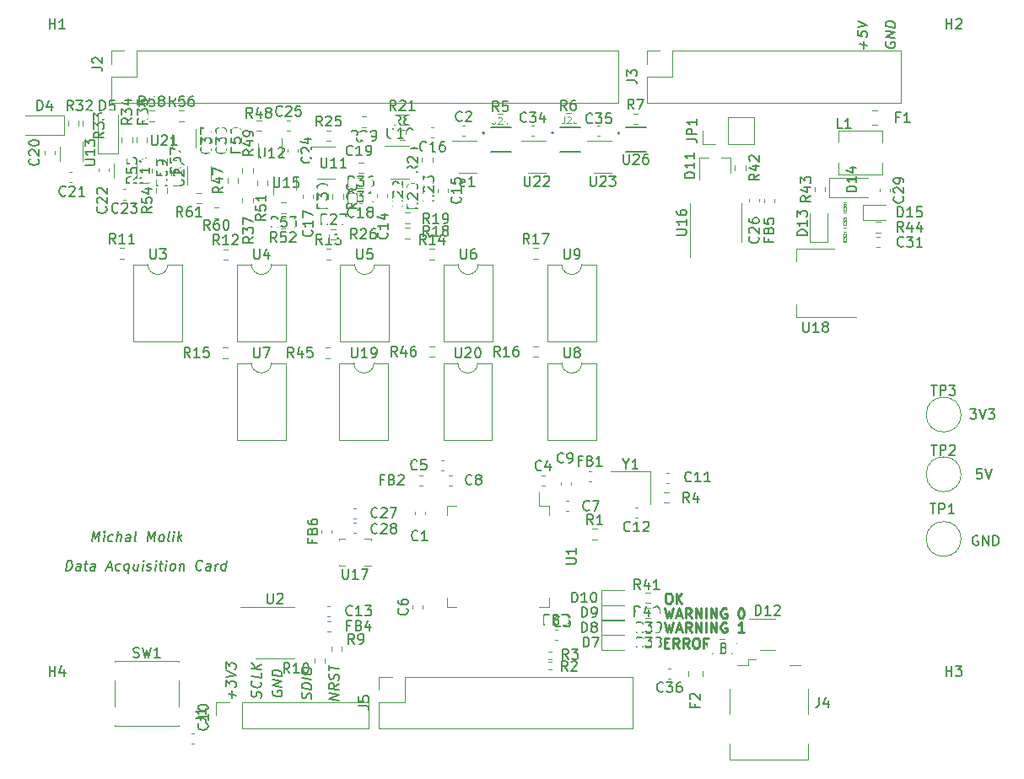
<source format=gto>
G04 #@! TF.GenerationSoftware,KiCad,Pcbnew,(5.1.10)-1*
G04 #@! TF.CreationDate,2022-03-07T12:44:44+01:00*
G04 #@! TF.ProjectId,karta_pomiarowa_v2,6b617274-615f-4706-9f6d-6961726f7761,rev?*
G04 #@! TF.SameCoordinates,Original*
G04 #@! TF.FileFunction,Legend,Top*
G04 #@! TF.FilePolarity,Positive*
%FSLAX46Y46*%
G04 Gerber Fmt 4.6, Leading zero omitted, Abs format (unit mm)*
G04 Created by KiCad (PCBNEW (5.1.10)-1) date 2022-03-07 12:44:44*
%MOMM*%
%LPD*%
G01*
G04 APERTURE LIST*
%ADD10C,0.250000*%
%ADD11C,0.200000*%
%ADD12C,0.150000*%
%ADD13C,0.120000*%
%ADD14C,0.127000*%
%ADD15C,0.060000*%
%ADD16C,0.050000*%
%ADD17C,0.170000*%
%ADD18C,0.100000*%
%ADD19O,1.700000X1.700000*%
%ADD20R,1.700000X1.700000*%
%ADD21R,0.400000X0.650000*%
%ADD22R,1.060000X0.650000*%
%ADD23R,2.000000X1.500000*%
%ADD24R,2.000000X3.800000*%
%ADD25C,6.400000*%
%ADD26C,3.000000*%
%ADD27R,1.550000X1.300000*%
%ADD28R,0.900000X1.200000*%
%ADD29R,1.200000X0.900000*%
%ADD30R,1.400000X1.200000*%
%ADD31R,2.000000X1.780000*%
%ADD32R,1.900000X1.500000*%
%ADD33C,0.900000*%
%ADD34R,0.500000X2.500000*%
%ADD35R,2.000000X2.500000*%
%ADD36R,0.800000X0.900000*%
G04 APERTURE END LIST*
D10*
X105961904Y-97928571D02*
X106295238Y-97928571D01*
X106438095Y-98452380D02*
X105961904Y-98452380D01*
X105961904Y-97452380D01*
X106438095Y-97452380D01*
X107438095Y-98452380D02*
X107104761Y-97976190D01*
X106866666Y-98452380D02*
X106866666Y-97452380D01*
X107247619Y-97452380D01*
X107342857Y-97500000D01*
X107390476Y-97547619D01*
X107438095Y-97642857D01*
X107438095Y-97785714D01*
X107390476Y-97880952D01*
X107342857Y-97928571D01*
X107247619Y-97976190D01*
X106866666Y-97976190D01*
X108438095Y-98452380D02*
X108104761Y-97976190D01*
X107866666Y-98452380D02*
X107866666Y-97452380D01*
X108247619Y-97452380D01*
X108342857Y-97500000D01*
X108390476Y-97547619D01*
X108438095Y-97642857D01*
X108438095Y-97785714D01*
X108390476Y-97880952D01*
X108342857Y-97928571D01*
X108247619Y-97976190D01*
X107866666Y-97976190D01*
X109057142Y-97452380D02*
X109247619Y-97452380D01*
X109342857Y-97500000D01*
X109438095Y-97595238D01*
X109485714Y-97785714D01*
X109485714Y-98119047D01*
X109438095Y-98309523D01*
X109342857Y-98404761D01*
X109247619Y-98452380D01*
X109057142Y-98452380D01*
X108961904Y-98404761D01*
X108866666Y-98309523D01*
X108819047Y-98119047D01*
X108819047Y-97785714D01*
X108866666Y-97595238D01*
X108961904Y-97500000D01*
X109057142Y-97452380D01*
X110485714Y-98452380D02*
X110152380Y-97976190D01*
X109914285Y-98452380D02*
X109914285Y-97452380D01*
X110295238Y-97452380D01*
X110390476Y-97500000D01*
X110438095Y-97547619D01*
X110485714Y-97642857D01*
X110485714Y-97785714D01*
X110438095Y-97880952D01*
X110390476Y-97928571D01*
X110295238Y-97976190D01*
X109914285Y-97976190D01*
X106000000Y-95852380D02*
X106238095Y-96852380D01*
X106428571Y-96138095D01*
X106619047Y-96852380D01*
X106857142Y-95852380D01*
X107190476Y-96566666D02*
X107666666Y-96566666D01*
X107095238Y-96852380D02*
X107428571Y-95852380D01*
X107761904Y-96852380D01*
X108666666Y-96852380D02*
X108333333Y-96376190D01*
X108095238Y-96852380D02*
X108095238Y-95852380D01*
X108476190Y-95852380D01*
X108571428Y-95900000D01*
X108619047Y-95947619D01*
X108666666Y-96042857D01*
X108666666Y-96185714D01*
X108619047Y-96280952D01*
X108571428Y-96328571D01*
X108476190Y-96376190D01*
X108095238Y-96376190D01*
X109095238Y-96852380D02*
X109095238Y-95852380D01*
X109666666Y-96852380D01*
X109666666Y-95852380D01*
X110142857Y-96852380D02*
X110142857Y-95852380D01*
X110619047Y-96852380D02*
X110619047Y-95852380D01*
X111190476Y-96852380D01*
X111190476Y-95852380D01*
X112190476Y-95900000D02*
X112095238Y-95852380D01*
X111952380Y-95852380D01*
X111809523Y-95900000D01*
X111714285Y-95995238D01*
X111666666Y-96090476D01*
X111619047Y-96280952D01*
X111619047Y-96423809D01*
X111666666Y-96614285D01*
X111714285Y-96709523D01*
X111809523Y-96804761D01*
X111952380Y-96852380D01*
X112047619Y-96852380D01*
X112190476Y-96804761D01*
X112238095Y-96757142D01*
X112238095Y-96423809D01*
X112047619Y-96423809D01*
X113952380Y-96852380D02*
X113380952Y-96852380D01*
X113666666Y-96852380D02*
X113666666Y-95852380D01*
X113571428Y-95995238D01*
X113476190Y-96090476D01*
X113380952Y-96138095D01*
X106000000Y-94452380D02*
X106238095Y-95452380D01*
X106428571Y-94738095D01*
X106619047Y-95452380D01*
X106857142Y-94452380D01*
X107190476Y-95166666D02*
X107666666Y-95166666D01*
X107095238Y-95452380D02*
X107428571Y-94452380D01*
X107761904Y-95452380D01*
X108666666Y-95452380D02*
X108333333Y-94976190D01*
X108095238Y-95452380D02*
X108095238Y-94452380D01*
X108476190Y-94452380D01*
X108571428Y-94500000D01*
X108619047Y-94547619D01*
X108666666Y-94642857D01*
X108666666Y-94785714D01*
X108619047Y-94880952D01*
X108571428Y-94928571D01*
X108476190Y-94976190D01*
X108095238Y-94976190D01*
X109095238Y-95452380D02*
X109095238Y-94452380D01*
X109666666Y-95452380D01*
X109666666Y-94452380D01*
X110142857Y-95452380D02*
X110142857Y-94452380D01*
X110619047Y-95452380D02*
X110619047Y-94452380D01*
X111190476Y-95452380D01*
X111190476Y-94452380D01*
X112190476Y-94500000D02*
X112095238Y-94452380D01*
X111952380Y-94452380D01*
X111809523Y-94500000D01*
X111714285Y-94595238D01*
X111666666Y-94690476D01*
X111619047Y-94880952D01*
X111619047Y-95023809D01*
X111666666Y-95214285D01*
X111714285Y-95309523D01*
X111809523Y-95404761D01*
X111952380Y-95452380D01*
X112047619Y-95452380D01*
X112190476Y-95404761D01*
X112238095Y-95357142D01*
X112238095Y-95023809D01*
X112047619Y-95023809D01*
X113619047Y-94452380D02*
X113714285Y-94452380D01*
X113809523Y-94500000D01*
X113857142Y-94547619D01*
X113904761Y-94642857D01*
X113952380Y-94833333D01*
X113952380Y-95071428D01*
X113904761Y-95261904D01*
X113857142Y-95357142D01*
X113809523Y-95404761D01*
X113714285Y-95452380D01*
X113619047Y-95452380D01*
X113523809Y-95404761D01*
X113476190Y-95357142D01*
X113428571Y-95261904D01*
X113380952Y-95071428D01*
X113380952Y-94833333D01*
X113428571Y-94642857D01*
X113476190Y-94547619D01*
X113523809Y-94500000D01*
X113619047Y-94452380D01*
X106304761Y-92952380D02*
X106495238Y-92952380D01*
X106590476Y-93000000D01*
X106685714Y-93095238D01*
X106733333Y-93285714D01*
X106733333Y-93619047D01*
X106685714Y-93809523D01*
X106590476Y-93904761D01*
X106495238Y-93952380D01*
X106304761Y-93952380D01*
X106209523Y-93904761D01*
X106114285Y-93809523D01*
X106066666Y-93619047D01*
X106066666Y-93285714D01*
X106114285Y-93095238D01*
X106209523Y-93000000D01*
X106304761Y-92952380D01*
X107161904Y-93952380D02*
X107161904Y-92952380D01*
X107733333Y-93952380D02*
X107304761Y-93380952D01*
X107733333Y-92952380D02*
X107161904Y-93523809D01*
D11*
X137438095Y-87200000D02*
X137342857Y-87152380D01*
X137200000Y-87152380D01*
X137057142Y-87200000D01*
X136961904Y-87295238D01*
X136914285Y-87390476D01*
X136866666Y-87580952D01*
X136866666Y-87723809D01*
X136914285Y-87914285D01*
X136961904Y-88009523D01*
X137057142Y-88104761D01*
X137200000Y-88152380D01*
X137295238Y-88152380D01*
X137438095Y-88104761D01*
X137485714Y-88057142D01*
X137485714Y-87723809D01*
X137295238Y-87723809D01*
X137914285Y-88152380D02*
X137914285Y-87152380D01*
X138485714Y-88152380D01*
X138485714Y-87152380D01*
X138961904Y-88152380D02*
X138961904Y-87152380D01*
X139200000Y-87152380D01*
X139342857Y-87200000D01*
X139438095Y-87295238D01*
X139485714Y-87390476D01*
X139533333Y-87580952D01*
X139533333Y-87723809D01*
X139485714Y-87914285D01*
X139438095Y-88009523D01*
X139342857Y-88104761D01*
X139200000Y-88152380D01*
X138961904Y-88152380D01*
X137809523Y-80452380D02*
X137333333Y-80452380D01*
X137285714Y-80928571D01*
X137333333Y-80880952D01*
X137428571Y-80833333D01*
X137666666Y-80833333D01*
X137761904Y-80880952D01*
X137809523Y-80928571D01*
X137857142Y-81023809D01*
X137857142Y-81261904D01*
X137809523Y-81357142D01*
X137761904Y-81404761D01*
X137666666Y-81452380D01*
X137428571Y-81452380D01*
X137333333Y-81404761D01*
X137285714Y-81357142D01*
X138142857Y-80452380D02*
X138476190Y-81452380D01*
X138809523Y-80452380D01*
X136661904Y-74452380D02*
X137280952Y-74452380D01*
X136947619Y-74833333D01*
X137090476Y-74833333D01*
X137185714Y-74880952D01*
X137233333Y-74928571D01*
X137280952Y-75023809D01*
X137280952Y-75261904D01*
X137233333Y-75357142D01*
X137185714Y-75404761D01*
X137090476Y-75452380D01*
X136804761Y-75452380D01*
X136709523Y-75404761D01*
X136661904Y-75357142D01*
X137566666Y-74452380D02*
X137900000Y-75452380D01*
X138233333Y-74452380D01*
X138471428Y-74452380D02*
X139090476Y-74452380D01*
X138757142Y-74833333D01*
X138900000Y-74833333D01*
X138995238Y-74880952D01*
X139042857Y-74928571D01*
X139090476Y-75023809D01*
X139090476Y-75261904D01*
X139042857Y-75357142D01*
X138995238Y-75404761D01*
X138900000Y-75452380D01*
X138614285Y-75452380D01*
X138519047Y-75404761D01*
X138471428Y-75357142D01*
X128200000Y-37546904D02*
X128152380Y-37636190D01*
X128152380Y-37779047D01*
X128200000Y-37927857D01*
X128295238Y-38035000D01*
X128390476Y-38094523D01*
X128580952Y-38165952D01*
X128723809Y-38183809D01*
X128914285Y-38160000D01*
X129009523Y-38124285D01*
X129104761Y-38040952D01*
X129152380Y-37904047D01*
X129152380Y-37808809D01*
X129104761Y-37660000D01*
X129057142Y-37606428D01*
X128723809Y-37564761D01*
X128723809Y-37755238D01*
X129152380Y-37189761D02*
X128152380Y-37064761D01*
X129152380Y-36618333D01*
X128152380Y-36493333D01*
X129152380Y-36142142D02*
X128152380Y-36017142D01*
X128152380Y-35779047D01*
X128200000Y-35642142D01*
X128295238Y-35558809D01*
X128390476Y-35523095D01*
X128580952Y-35499285D01*
X128723809Y-35517142D01*
X128914285Y-35588571D01*
X129009523Y-35648095D01*
X129104761Y-35755238D01*
X129152380Y-35904047D01*
X129152380Y-36142142D01*
X125971428Y-38242142D02*
X125971428Y-37480238D01*
X126352380Y-37908809D02*
X125590476Y-37813571D01*
X125352380Y-36450476D02*
X125352380Y-36926666D01*
X125828571Y-37033809D01*
X125780952Y-36980238D01*
X125733333Y-36879047D01*
X125733333Y-36640952D01*
X125780952Y-36551666D01*
X125828571Y-36510000D01*
X125923809Y-36474285D01*
X126161904Y-36504047D01*
X126257142Y-36563571D01*
X126304761Y-36617142D01*
X126352380Y-36718333D01*
X126352380Y-36956428D01*
X126304761Y-37045714D01*
X126257142Y-37087380D01*
X125352380Y-36117142D02*
X126352380Y-35908809D01*
X125352380Y-35450476D01*
D12*
X73302380Y-103692842D02*
X72302380Y-103567842D01*
X73302380Y-103121413D01*
X72302380Y-102996413D01*
X73302380Y-102073794D02*
X72826190Y-102347604D01*
X73302380Y-102645223D02*
X72302380Y-102520223D01*
X72302380Y-102139270D01*
X72350000Y-102049985D01*
X72397619Y-102008318D01*
X72492857Y-101972604D01*
X72635714Y-101990461D01*
X72730952Y-102049985D01*
X72778571Y-102103556D01*
X72826190Y-102204747D01*
X72826190Y-102585699D01*
X73254761Y-101686889D02*
X73302380Y-101549985D01*
X73302380Y-101311889D01*
X73254761Y-101210699D01*
X73207142Y-101157127D01*
X73111904Y-101097604D01*
X73016666Y-101085699D01*
X72921428Y-101121413D01*
X72873809Y-101163080D01*
X72826190Y-101252366D01*
X72778571Y-101436889D01*
X72730952Y-101526175D01*
X72683333Y-101567842D01*
X72588095Y-101603556D01*
X72492857Y-101591651D01*
X72397619Y-101532127D01*
X72350000Y-101478556D01*
X72302380Y-101377366D01*
X72302380Y-101139270D01*
X72350000Y-101002366D01*
X72302380Y-100710699D02*
X72302380Y-100139270D01*
X73302380Y-100549985D02*
X72302380Y-100424985D01*
X70504761Y-103591651D02*
X70552380Y-103454747D01*
X70552380Y-103216651D01*
X70504761Y-103115461D01*
X70457142Y-103061889D01*
X70361904Y-103002366D01*
X70266666Y-102990461D01*
X70171428Y-103026175D01*
X70123809Y-103067842D01*
X70076190Y-103157127D01*
X70028571Y-103341651D01*
X69980952Y-103430937D01*
X69933333Y-103472604D01*
X69838095Y-103508318D01*
X69742857Y-103496413D01*
X69647619Y-103436889D01*
X69600000Y-103383318D01*
X69552380Y-103282127D01*
X69552380Y-103044032D01*
X69600000Y-102907127D01*
X70552380Y-102597604D02*
X69552380Y-102472604D01*
X69552380Y-102234508D01*
X69600000Y-102097604D01*
X69695238Y-102014270D01*
X69790476Y-101978556D01*
X69980952Y-101954747D01*
X70123809Y-101972604D01*
X70314285Y-102044032D01*
X70409523Y-102103556D01*
X70504761Y-102210699D01*
X70552380Y-102359508D01*
X70552380Y-102597604D01*
X70552380Y-101597604D02*
X69552380Y-101472604D01*
X69552380Y-100805937D02*
X69552380Y-100615461D01*
X69600000Y-100526175D01*
X69695238Y-100442842D01*
X69885714Y-100419032D01*
X70219047Y-100460699D01*
X70409523Y-100532127D01*
X70504761Y-100639270D01*
X70552380Y-100740461D01*
X70552380Y-100930937D01*
X70504761Y-101020223D01*
X70409523Y-101103556D01*
X70219047Y-101127366D01*
X69885714Y-101085699D01*
X69695238Y-101014270D01*
X69600000Y-100907127D01*
X69552380Y-100805937D01*
X66650000Y-102692842D02*
X66602380Y-102782127D01*
X66602380Y-102924985D01*
X66650000Y-103073794D01*
X66745238Y-103180937D01*
X66840476Y-103240461D01*
X67030952Y-103311889D01*
X67173809Y-103329747D01*
X67364285Y-103305937D01*
X67459523Y-103270223D01*
X67554761Y-103186889D01*
X67602380Y-103049985D01*
X67602380Y-102954747D01*
X67554761Y-102805937D01*
X67507142Y-102752366D01*
X67173809Y-102710699D01*
X67173809Y-102901175D01*
X67602380Y-102335699D02*
X66602380Y-102210699D01*
X67602380Y-101764270D01*
X66602380Y-101639270D01*
X67602380Y-101288080D02*
X66602380Y-101163080D01*
X66602380Y-100924985D01*
X66650000Y-100788080D01*
X66745238Y-100704747D01*
X66840476Y-100669032D01*
X67030952Y-100645223D01*
X67173809Y-100663080D01*
X67364285Y-100734508D01*
X67459523Y-100794032D01*
X67554761Y-100901175D01*
X67602380Y-101049985D01*
X67602380Y-101288080D01*
X65454761Y-103434508D02*
X65502380Y-103297604D01*
X65502380Y-103059508D01*
X65454761Y-102958318D01*
X65407142Y-102904747D01*
X65311904Y-102845223D01*
X65216666Y-102833318D01*
X65121428Y-102869032D01*
X65073809Y-102910699D01*
X65026190Y-102999985D01*
X64978571Y-103184508D01*
X64930952Y-103273794D01*
X64883333Y-103315461D01*
X64788095Y-103351175D01*
X64692857Y-103339270D01*
X64597619Y-103279747D01*
X64550000Y-103226175D01*
X64502380Y-103124985D01*
X64502380Y-102886889D01*
X64550000Y-102749985D01*
X65407142Y-101857127D02*
X65454761Y-101910699D01*
X65502380Y-102059508D01*
X65502380Y-102154747D01*
X65454761Y-102291651D01*
X65359523Y-102374985D01*
X65264285Y-102410699D01*
X65073809Y-102434508D01*
X64930952Y-102416651D01*
X64740476Y-102345223D01*
X64645238Y-102285699D01*
X64550000Y-102178556D01*
X64502380Y-102029747D01*
X64502380Y-101934508D01*
X64550000Y-101797604D01*
X64597619Y-101755937D01*
X65502380Y-100964270D02*
X65502380Y-101440461D01*
X64502380Y-101315461D01*
X65502380Y-100630937D02*
X64502380Y-100505937D01*
X65502380Y-100059508D02*
X64930952Y-100416651D01*
X64502380Y-99934508D02*
X65073809Y-100577366D01*
X62571428Y-103514270D02*
X62571428Y-102752366D01*
X62952380Y-103180937D02*
X62190476Y-103085699D01*
X61952380Y-102294032D02*
X61952380Y-101674985D01*
X62333333Y-102055937D01*
X62333333Y-101913080D01*
X62380952Y-101823794D01*
X62428571Y-101782127D01*
X62523809Y-101746413D01*
X62761904Y-101776175D01*
X62857142Y-101835699D01*
X62904761Y-101889270D01*
X62952380Y-101990461D01*
X62952380Y-102276175D01*
X62904761Y-102365461D01*
X62857142Y-102407127D01*
X61952380Y-101389270D02*
X62952380Y-101180937D01*
X61952380Y-100722604D01*
X61952380Y-100484508D02*
X61952380Y-99865461D01*
X62333333Y-100246413D01*
X62333333Y-100103556D01*
X62380952Y-100014270D01*
X62428571Y-99972604D01*
X62523809Y-99936889D01*
X62761904Y-99966651D01*
X62857142Y-100026175D01*
X62904761Y-100079747D01*
X62952380Y-100180937D01*
X62952380Y-100466651D01*
X62904761Y-100555937D01*
X62857142Y-100597604D01*
D11*
X45895952Y-90652380D02*
X46020952Y-89652380D01*
X46259047Y-89652380D01*
X46395952Y-89700000D01*
X46479285Y-89795238D01*
X46515000Y-89890476D01*
X46538809Y-90080952D01*
X46520952Y-90223809D01*
X46449523Y-90414285D01*
X46390000Y-90509523D01*
X46282857Y-90604761D01*
X46134047Y-90652380D01*
X45895952Y-90652380D01*
X47324523Y-90652380D02*
X47390000Y-90128571D01*
X47354285Y-90033333D01*
X47265000Y-89985714D01*
X47074523Y-89985714D01*
X46973333Y-90033333D01*
X47330476Y-90604761D02*
X47229285Y-90652380D01*
X46991190Y-90652380D01*
X46901904Y-90604761D01*
X46866190Y-90509523D01*
X46878095Y-90414285D01*
X46937619Y-90319047D01*
X47038809Y-90271428D01*
X47276904Y-90271428D01*
X47378095Y-90223809D01*
X47741190Y-89985714D02*
X48122142Y-89985714D01*
X47925714Y-89652380D02*
X47818571Y-90509523D01*
X47854285Y-90604761D01*
X47943571Y-90652380D01*
X48038809Y-90652380D01*
X48800714Y-90652380D02*
X48866190Y-90128571D01*
X48830476Y-90033333D01*
X48741190Y-89985714D01*
X48550714Y-89985714D01*
X48449523Y-90033333D01*
X48806666Y-90604761D02*
X48705476Y-90652380D01*
X48467380Y-90652380D01*
X48378095Y-90604761D01*
X48342380Y-90509523D01*
X48354285Y-90414285D01*
X48413809Y-90319047D01*
X48515000Y-90271428D01*
X48753095Y-90271428D01*
X48854285Y-90223809D01*
X50026904Y-90366666D02*
X50503095Y-90366666D01*
X49895952Y-90652380D02*
X50354285Y-89652380D01*
X50562619Y-90652380D01*
X51330476Y-90604761D02*
X51229285Y-90652380D01*
X51038809Y-90652380D01*
X50949523Y-90604761D01*
X50907857Y-90557142D01*
X50872142Y-90461904D01*
X50907857Y-90176190D01*
X50967380Y-90080952D01*
X51020952Y-90033333D01*
X51122142Y-89985714D01*
X51312619Y-89985714D01*
X51401904Y-90033333D01*
X52265000Y-89985714D02*
X52140000Y-90985714D01*
X52187619Y-90604761D02*
X52086428Y-90652380D01*
X51895952Y-90652380D01*
X51806666Y-90604761D01*
X51765000Y-90557142D01*
X51729285Y-90461904D01*
X51765000Y-90176190D01*
X51824523Y-90080952D01*
X51878095Y-90033333D01*
X51979285Y-89985714D01*
X52169761Y-89985714D01*
X52259047Y-90033333D01*
X53169761Y-89985714D02*
X53086428Y-90652380D01*
X52741190Y-89985714D02*
X52675714Y-90509523D01*
X52711428Y-90604761D01*
X52800714Y-90652380D01*
X52943571Y-90652380D01*
X53044761Y-90604761D01*
X53098333Y-90557142D01*
X53562619Y-90652380D02*
X53645952Y-89985714D01*
X53687619Y-89652380D02*
X53634047Y-89700000D01*
X53675714Y-89747619D01*
X53729285Y-89700000D01*
X53687619Y-89652380D01*
X53675714Y-89747619D01*
X53997142Y-90604761D02*
X54086428Y-90652380D01*
X54276904Y-90652380D01*
X54378095Y-90604761D01*
X54437619Y-90509523D01*
X54443571Y-90461904D01*
X54407857Y-90366666D01*
X54318571Y-90319047D01*
X54175714Y-90319047D01*
X54086428Y-90271428D01*
X54050714Y-90176190D01*
X54056666Y-90128571D01*
X54116190Y-90033333D01*
X54217380Y-89985714D01*
X54360238Y-89985714D01*
X54449523Y-90033333D01*
X54848333Y-90652380D02*
X54931666Y-89985714D01*
X54973333Y-89652380D02*
X54919761Y-89700000D01*
X54961428Y-89747619D01*
X55015000Y-89700000D01*
X54973333Y-89652380D01*
X54961428Y-89747619D01*
X55265000Y-89985714D02*
X55645952Y-89985714D01*
X55449523Y-89652380D02*
X55342380Y-90509523D01*
X55378095Y-90604761D01*
X55467380Y-90652380D01*
X55562619Y-90652380D01*
X55895952Y-90652380D02*
X55979285Y-89985714D01*
X56020952Y-89652380D02*
X55967380Y-89700000D01*
X56009047Y-89747619D01*
X56062619Y-89700000D01*
X56020952Y-89652380D01*
X56009047Y-89747619D01*
X56515000Y-90652380D02*
X56425714Y-90604761D01*
X56384047Y-90557142D01*
X56348333Y-90461904D01*
X56384047Y-90176190D01*
X56443571Y-90080952D01*
X56497142Y-90033333D01*
X56598333Y-89985714D01*
X56741190Y-89985714D01*
X56830476Y-90033333D01*
X56872142Y-90080952D01*
X56907857Y-90176190D01*
X56872142Y-90461904D01*
X56812619Y-90557142D01*
X56759047Y-90604761D01*
X56657857Y-90652380D01*
X56515000Y-90652380D01*
X57360238Y-89985714D02*
X57276904Y-90652380D01*
X57348333Y-90080952D02*
X57401904Y-90033333D01*
X57503095Y-89985714D01*
X57645952Y-89985714D01*
X57735238Y-90033333D01*
X57770952Y-90128571D01*
X57705476Y-90652380D01*
X59526904Y-90557142D02*
X59473333Y-90604761D01*
X59324523Y-90652380D01*
X59229285Y-90652380D01*
X59092380Y-90604761D01*
X59009047Y-90509523D01*
X58973333Y-90414285D01*
X58949523Y-90223809D01*
X58967380Y-90080952D01*
X59038809Y-89890476D01*
X59098333Y-89795238D01*
X59205476Y-89700000D01*
X59354285Y-89652380D01*
X59449523Y-89652380D01*
X59586428Y-89700000D01*
X59628095Y-89747619D01*
X60372142Y-90652380D02*
X60437619Y-90128571D01*
X60401904Y-90033333D01*
X60312619Y-89985714D01*
X60122142Y-89985714D01*
X60020952Y-90033333D01*
X60378095Y-90604761D02*
X60276904Y-90652380D01*
X60038809Y-90652380D01*
X59949523Y-90604761D01*
X59913809Y-90509523D01*
X59925714Y-90414285D01*
X59985238Y-90319047D01*
X60086428Y-90271428D01*
X60324523Y-90271428D01*
X60425714Y-90223809D01*
X60848333Y-90652380D02*
X60931666Y-89985714D01*
X60907857Y-90176190D02*
X60967380Y-90080952D01*
X61020952Y-90033333D01*
X61122142Y-89985714D01*
X61217380Y-89985714D01*
X61895952Y-90652380D02*
X62020952Y-89652380D01*
X61901904Y-90604761D02*
X61800714Y-90652380D01*
X61610238Y-90652380D01*
X61520952Y-90604761D01*
X61479285Y-90557142D01*
X61443571Y-90461904D01*
X61479285Y-90176190D01*
X61538809Y-90080952D01*
X61592380Y-90033333D01*
X61693571Y-89985714D01*
X61884047Y-89985714D01*
X61973333Y-90033333D01*
X48519761Y-87752380D02*
X48644761Y-86752380D01*
X48888809Y-87466666D01*
X49311428Y-86752380D01*
X49186428Y-87752380D01*
X49662619Y-87752380D02*
X49745952Y-87085714D01*
X49787619Y-86752380D02*
X49734047Y-86800000D01*
X49775714Y-86847619D01*
X49829285Y-86800000D01*
X49787619Y-86752380D01*
X49775714Y-86847619D01*
X50573333Y-87704761D02*
X50472142Y-87752380D01*
X50281666Y-87752380D01*
X50192380Y-87704761D01*
X50150714Y-87657142D01*
X50115000Y-87561904D01*
X50150714Y-87276190D01*
X50210238Y-87180952D01*
X50263809Y-87133333D01*
X50365000Y-87085714D01*
X50555476Y-87085714D01*
X50644761Y-87133333D01*
X50995952Y-87752380D02*
X51120952Y-86752380D01*
X51424523Y-87752380D02*
X51490000Y-87228571D01*
X51454285Y-87133333D01*
X51365000Y-87085714D01*
X51222142Y-87085714D01*
X51120952Y-87133333D01*
X51067380Y-87180952D01*
X52329285Y-87752380D02*
X52394761Y-87228571D01*
X52359047Y-87133333D01*
X52269761Y-87085714D01*
X52079285Y-87085714D01*
X51978095Y-87133333D01*
X52335238Y-87704761D02*
X52234047Y-87752380D01*
X51995952Y-87752380D01*
X51906666Y-87704761D01*
X51870952Y-87609523D01*
X51882857Y-87514285D01*
X51942380Y-87419047D01*
X52043571Y-87371428D01*
X52281666Y-87371428D01*
X52382857Y-87323809D01*
X52948333Y-87752380D02*
X52859047Y-87704761D01*
X52823333Y-87609523D01*
X52930476Y-86752380D01*
X54091190Y-87752380D02*
X54216190Y-86752380D01*
X54460238Y-87466666D01*
X54882857Y-86752380D01*
X54757857Y-87752380D01*
X55376904Y-87752380D02*
X55287619Y-87704761D01*
X55245952Y-87657142D01*
X55210238Y-87561904D01*
X55245952Y-87276190D01*
X55305476Y-87180952D01*
X55359047Y-87133333D01*
X55460238Y-87085714D01*
X55603095Y-87085714D01*
X55692380Y-87133333D01*
X55734047Y-87180952D01*
X55769761Y-87276190D01*
X55734047Y-87561904D01*
X55674523Y-87657142D01*
X55620952Y-87704761D01*
X55519761Y-87752380D01*
X55376904Y-87752380D01*
X56281666Y-87752380D02*
X56192380Y-87704761D01*
X56156666Y-87609523D01*
X56263809Y-86752380D01*
X56662619Y-87752380D02*
X56745952Y-87085714D01*
X56787619Y-86752380D02*
X56734047Y-86800000D01*
X56775714Y-86847619D01*
X56829285Y-86800000D01*
X56787619Y-86752380D01*
X56775714Y-86847619D01*
X57138809Y-87752380D02*
X57263809Y-86752380D01*
X57281666Y-87371428D02*
X57519761Y-87752380D01*
X57603095Y-87085714D02*
X57174523Y-87466666D01*
D13*
X60950000Y-105190000D02*
X60950000Y-103860000D01*
X60950000Y-103860000D02*
X62280000Y-103860000D01*
X63550000Y-103860000D02*
X76310000Y-103860000D01*
X76310000Y-106520000D02*
X76310000Y-103860000D01*
X63550000Y-106520000D02*
X76310000Y-106520000D01*
X63550000Y-106520000D02*
X63550000Y-103860000D01*
X58090000Y-50050000D02*
X58090000Y-51950000D01*
X60410000Y-51450000D02*
X60410000Y-50050000D01*
X58910000Y-48200000D02*
X58910000Y-46300000D01*
X56590000Y-46800000D02*
X56590000Y-48200000D01*
X66720000Y-51040000D02*
X66720000Y-52940000D01*
X69040000Y-52440000D02*
X69040000Y-51040000D01*
X67540000Y-49190000D02*
X67540000Y-47290000D01*
X65220000Y-47790000D02*
X65220000Y-49190000D01*
X71100000Y-51360000D02*
X72900000Y-51360000D01*
X72900000Y-48140000D02*
X70450000Y-48140000D01*
X78510000Y-51280000D02*
X80310000Y-51280000D01*
X80310000Y-48060000D02*
X77860000Y-48060000D01*
X59487258Y-53772500D02*
X59012742Y-53772500D01*
X59487258Y-52727500D02*
X59012742Y-52727500D01*
X60762742Y-54227500D02*
X61237258Y-54227500D01*
X60762742Y-55272500D02*
X61237258Y-55272500D01*
X56477500Y-50987258D02*
X56477500Y-50512742D01*
X57522500Y-50987258D02*
X57522500Y-50512742D01*
X54262742Y-44477500D02*
X54737258Y-44477500D01*
X54262742Y-45522500D02*
X54737258Y-45522500D01*
X56022500Y-49262742D02*
X56022500Y-49737258D01*
X54977500Y-49262742D02*
X54977500Y-49737258D01*
X57262742Y-44477500D02*
X57737258Y-44477500D01*
X57262742Y-45522500D02*
X57737258Y-45522500D01*
X53477500Y-50737258D02*
X53477500Y-50262742D01*
X54522500Y-50737258D02*
X54522500Y-50262742D01*
X54977500Y-52737258D02*
X54977500Y-52262742D01*
X56022500Y-52737258D02*
X56022500Y-52262742D01*
X67987258Y-54772500D02*
X67512742Y-54772500D01*
X67987258Y-53727500D02*
X67512742Y-53727500D01*
X67937258Y-56322500D02*
X67462742Y-56322500D01*
X67937258Y-55277500D02*
X67462742Y-55277500D01*
X65107500Y-51977258D02*
X65107500Y-51502742D01*
X66152500Y-51977258D02*
X66152500Y-51502742D01*
X63522500Y-47187742D02*
X63522500Y-47662258D01*
X62477500Y-47187742D02*
X62477500Y-47662258D01*
X64652500Y-50252742D02*
X64652500Y-50727258D01*
X63607500Y-50252742D02*
X63607500Y-50727258D01*
X65487258Y-46522500D02*
X65012742Y-46522500D01*
X65487258Y-45477500D02*
X65012742Y-45477500D01*
X62107500Y-51727258D02*
X62107500Y-51252742D01*
X63152500Y-51727258D02*
X63152500Y-51252742D01*
X63607500Y-53727258D02*
X63607500Y-53252742D01*
X64652500Y-53727258D02*
X64652500Y-53252742D01*
X75737258Y-50722500D02*
X75262742Y-50722500D01*
X75737258Y-49677500D02*
X75262742Y-49677500D01*
X75687258Y-52272500D02*
X75212742Y-52272500D01*
X75687258Y-51227500D02*
X75212742Y-51227500D01*
X72222500Y-52862742D02*
X72222500Y-53337258D01*
X71177500Y-52862742D02*
X71177500Y-53337258D01*
X76037258Y-46122500D02*
X75562742Y-46122500D01*
X76037258Y-45077500D02*
X75562742Y-45077500D01*
X73722500Y-52862742D02*
X73722500Y-53337258D01*
X72677500Y-52862742D02*
X72677500Y-53337258D01*
X72987258Y-55922500D02*
X72512742Y-55922500D01*
X72987258Y-54877500D02*
X72512742Y-54877500D01*
X72512742Y-56377500D02*
X72987258Y-56377500D01*
X72512742Y-57422500D02*
X72987258Y-57422500D01*
X72012742Y-46477500D02*
X72487258Y-46477500D01*
X72012742Y-47522500D02*
X72487258Y-47522500D01*
X81637500Y-49657258D02*
X81637500Y-49182742D01*
X82682500Y-49657258D02*
X82682500Y-49182742D01*
X81677500Y-52737258D02*
X81677500Y-52262742D01*
X82722500Y-52737258D02*
X82722500Y-52262742D01*
X79682500Y-52782742D02*
X79682500Y-53257258D01*
X78637500Y-52782742D02*
X78637500Y-53257258D01*
X79422742Y-44897500D02*
X79897258Y-44897500D01*
X79422742Y-45942500D02*
X79897258Y-45942500D01*
X81182500Y-52782742D02*
X81182500Y-53257258D01*
X80137500Y-52782742D02*
X80137500Y-53257258D01*
X80397258Y-55792500D02*
X79922742Y-55792500D01*
X80397258Y-54747500D02*
X79922742Y-54747500D01*
X79922742Y-56247500D02*
X80397258Y-56247500D01*
X79922742Y-57292500D02*
X80397258Y-57292500D01*
X79422742Y-46397500D02*
X79897258Y-46397500D01*
X79422742Y-47442500D02*
X79897258Y-47442500D01*
X62010000Y-47359420D02*
X62010000Y-47640580D01*
X60990000Y-47359420D02*
X60990000Y-47640580D01*
X60510000Y-47359420D02*
X60510000Y-47640580D01*
X59490000Y-47359420D02*
X59490000Y-47640580D01*
X68109420Y-45490000D02*
X68390580Y-45490000D01*
X68109420Y-46510000D02*
X68390580Y-46510000D01*
X69140000Y-48349420D02*
X69140000Y-48630580D01*
X68120000Y-48349420D02*
X68120000Y-48630580D01*
X75440580Y-47610000D02*
X75159420Y-47610000D01*
X75440580Y-46590000D02*
X75159420Y-46590000D01*
X75590580Y-53810000D02*
X75309420Y-53810000D01*
X75590580Y-52790000D02*
X75309420Y-52790000D01*
X70710000Y-52959420D02*
X70710000Y-53240580D01*
X69690000Y-52959420D02*
X69690000Y-53240580D01*
X82840580Y-47210000D02*
X82559420Y-47210000D01*
X82840580Y-46190000D02*
X82559420Y-46190000D01*
X83190000Y-52640580D02*
X83190000Y-52359420D01*
X84210000Y-52640580D02*
X84210000Y-52359420D01*
X78170000Y-52879420D02*
X78170000Y-53160580D01*
X77150000Y-52879420D02*
X77150000Y-53160580D01*
X123959420Y-56690000D02*
X124240580Y-56690000D01*
X123959420Y-57710000D02*
X124240580Y-57710000D01*
X125240000Y-65190000D02*
X119230000Y-65190000D01*
X122990000Y-58370000D02*
X119230000Y-58370000D01*
X119230000Y-65190000D02*
X119230000Y-63930000D01*
X119230000Y-58370000D02*
X119230000Y-59630000D01*
X111974564Y-97535000D02*
X111520436Y-97535000D01*
X111974564Y-99005000D02*
X111520436Y-99005000D01*
X116332000Y-95534000D02*
X114482000Y-95534000D01*
X116332000Y-95534000D02*
X117082000Y-95534000D01*
X116332000Y-98654000D02*
X115582000Y-98654000D01*
X116332000Y-98654000D02*
X117082000Y-98654000D01*
X106620580Y-100480000D02*
X106339420Y-100480000D01*
X106620580Y-101500000D02*
X106339420Y-101500000D01*
X135750000Y-75000000D02*
G75*
G03*
X135750000Y-75000000I-1750000J0D01*
G01*
X135750000Y-81000000D02*
G75*
G03*
X135750000Y-81000000I-1750000J0D01*
G01*
X50770000Y-106230000D02*
X57230000Y-106230000D01*
X50770000Y-101700000D02*
X50770000Y-104300000D01*
X50770000Y-99770000D02*
X57230000Y-99770000D01*
X57230000Y-101700000D02*
X57230000Y-104300000D01*
X50770000Y-99800000D02*
X50770000Y-99770000D01*
X50770000Y-106230000D02*
X50770000Y-106200000D01*
X57230000Y-106230000D02*
X57230000Y-106200000D01*
X57230000Y-99770000D02*
X57230000Y-99800000D01*
X135750000Y-87500000D02*
G75*
G03*
X135750000Y-87500000I-1750000J0D01*
G01*
X94663641Y-100580000D02*
X94356359Y-100580000D01*
X94663641Y-99820000D02*
X94356359Y-99820000D01*
X94653641Y-99580000D02*
X94346359Y-99580000D01*
X94653641Y-98820000D02*
X94346359Y-98820000D01*
X73940000Y-90210000D02*
X73290000Y-90210000D01*
X73290000Y-90210000D02*
X73290000Y-90060000D01*
X75860000Y-87490000D02*
X76510000Y-87490000D01*
X76510000Y-87490000D02*
X76510000Y-87640000D01*
X73940000Y-87490000D02*
X73290000Y-87490000D01*
X73290000Y-87490000D02*
X73290000Y-87640000D01*
X75860000Y-90210000D02*
X76510000Y-90210000D01*
X93659420Y-81090000D02*
X93940580Y-81090000D01*
X93659420Y-82110000D02*
X93940580Y-82110000D01*
X102832742Y-44777500D02*
X103307258Y-44777500D01*
X102832742Y-45822500D02*
X103307258Y-45822500D01*
X96132742Y-44697500D02*
X96607258Y-44697500D01*
X96132742Y-45742500D02*
X96607258Y-45742500D01*
X89262742Y-44777500D02*
X89737258Y-44777500D01*
X89262742Y-45822500D02*
X89737258Y-45822500D01*
X98880000Y-50740000D02*
X100680000Y-50740000D01*
X100680000Y-47520000D02*
X98230000Y-47520000D01*
X92250000Y-50690000D02*
X94050000Y-50690000D01*
X94050000Y-47470000D02*
X91600000Y-47470000D01*
X85310000Y-50740000D02*
X87110000Y-50740000D01*
X87110000Y-47520000D02*
X84660000Y-47520000D01*
D11*
X101480000Y-46745000D02*
G75*
G03*
X101480000Y-46745000I-100000J0D01*
G01*
D14*
X102130000Y-48625000D02*
X104130000Y-48625000D01*
X102130000Y-46165000D02*
X104130000Y-46165000D01*
D11*
X94850000Y-46695000D02*
G75*
G03*
X94850000Y-46695000I-100000J0D01*
G01*
D14*
X95500000Y-48575000D02*
X97500000Y-48575000D01*
X95500000Y-46115000D02*
X97500000Y-46115000D01*
D11*
X87910000Y-46745000D02*
G75*
G03*
X87910000Y-46745000I-100000J0D01*
G01*
D14*
X88560000Y-48625000D02*
X90560000Y-48625000D01*
X88560000Y-46165000D02*
X90560000Y-46165000D01*
D13*
X50420000Y-43670000D02*
X50420000Y-41070000D01*
X50420000Y-43670000D02*
X101340000Y-43670000D01*
X101340000Y-43670000D02*
X101340000Y-38470000D01*
X53020000Y-38470000D02*
X101340000Y-38470000D01*
X53020000Y-41070000D02*
X53020000Y-38470000D01*
X50420000Y-41070000D02*
X53020000Y-41070000D01*
X50420000Y-38470000D02*
X51750000Y-38470000D01*
X50420000Y-39800000D02*
X50420000Y-38470000D01*
X99520580Y-47020000D02*
X99239420Y-47020000D01*
X99520580Y-46000000D02*
X99239420Y-46000000D01*
X92890580Y-46970000D02*
X92609420Y-46970000D01*
X92890580Y-45950000D02*
X92609420Y-45950000D01*
X85950580Y-47020000D02*
X85669420Y-47020000D01*
X85950580Y-46000000D02*
X85669420Y-46000000D01*
X84140000Y-93410000D02*
X84140000Y-94360000D01*
X84140000Y-94360000D02*
X85090000Y-94360000D01*
X84140000Y-85090000D02*
X84140000Y-84140000D01*
X84140000Y-84140000D02*
X85090000Y-84140000D01*
X94360000Y-93410000D02*
X94360000Y-94360000D01*
X94360000Y-94360000D02*
X93410000Y-94360000D01*
X94360000Y-85090000D02*
X94360000Y-84140000D01*
X94360000Y-84140000D02*
X93410000Y-84140000D01*
X93410000Y-84140000D02*
X93410000Y-82800000D01*
X84640580Y-82110000D02*
X84359420Y-82110000D01*
X84640580Y-81090000D02*
X84359420Y-81090000D01*
X96059420Y-83690000D02*
X96340580Y-83690000D01*
X96059420Y-84710000D02*
X96340580Y-84710000D01*
X80690000Y-94465580D02*
X80690000Y-94184420D01*
X81710000Y-94465580D02*
X81710000Y-94184420D01*
X83840580Y-80610000D02*
X83559420Y-80610000D01*
X83840580Y-79590000D02*
X83559420Y-79590000D01*
X94959420Y-96640000D02*
X95240580Y-96640000D01*
X94959420Y-97660000D02*
X95240580Y-97660000D01*
X104180000Y-43670000D02*
X104180000Y-41070000D01*
X104180000Y-43670000D02*
X129700000Y-43670000D01*
X129700000Y-43670000D02*
X129700000Y-38470000D01*
X106780000Y-38470000D02*
X129700000Y-38470000D01*
X106780000Y-41070000D02*
X106780000Y-38470000D01*
X104180000Y-41070000D02*
X106780000Y-41070000D01*
X104180000Y-38470000D02*
X105510000Y-38470000D01*
X104180000Y-39800000D02*
X104180000Y-38470000D01*
X95262779Y-96160000D02*
X94937221Y-96160000D01*
X95262779Y-95140000D02*
X94937221Y-95140000D01*
X81337221Y-81090000D02*
X81662779Y-81090000D01*
X81337221Y-82110000D02*
X81662779Y-82110000D01*
X98662779Y-81710000D02*
X98337221Y-81710000D01*
X98662779Y-80690000D02*
X98337221Y-80690000D01*
X128187500Y-53965000D02*
X125902500Y-53965000D01*
X125902500Y-53965000D02*
X125902500Y-55435000D01*
X125902500Y-55435000D02*
X128187500Y-55435000D01*
X122500000Y-51200000D02*
X122500000Y-53200000D01*
X122500000Y-53200000D02*
X126400000Y-53200000D01*
X122500000Y-51200000D02*
X126400000Y-51200000D01*
X101912500Y-92665000D02*
X99627500Y-92665000D01*
X99627500Y-92665000D02*
X99627500Y-94135000D01*
X99627500Y-94135000D02*
X101912500Y-94135000D01*
X101912500Y-94165000D02*
X99627500Y-94165000D01*
X99627500Y-94165000D02*
X99627500Y-95635000D01*
X99627500Y-95635000D02*
X101912500Y-95635000D01*
X101912500Y-95665000D02*
X99627500Y-95665000D01*
X99627500Y-95665000D02*
X99627500Y-97135000D01*
X99627500Y-97135000D02*
X101912500Y-97135000D01*
X101912500Y-97165000D02*
X99627500Y-97165000D01*
X99627500Y-97165000D02*
X99627500Y-98635000D01*
X99627500Y-98635000D02*
X101912500Y-98635000D01*
X49103500Y-48808500D02*
X51103500Y-48808500D01*
X51103500Y-48808500D02*
X51103500Y-44908500D01*
X49103500Y-48808500D02*
X49103500Y-44908500D01*
X45690000Y-46940000D02*
X45690000Y-44940000D01*
X45690000Y-44940000D02*
X41790000Y-44940000D01*
X45690000Y-46940000D02*
X41790000Y-46940000D01*
X104545000Y-84010000D02*
X104545000Y-80710000D01*
X104545000Y-80710000D02*
X100545000Y-80710000D01*
X85232000Y-69831000D02*
X83782000Y-69831000D01*
X83782000Y-69831000D02*
X83782000Y-77571000D01*
X83782000Y-77571000D02*
X88682000Y-77571000D01*
X88682000Y-77571000D02*
X88682000Y-69831000D01*
X88682000Y-69831000D02*
X87232000Y-69831000D01*
X87232000Y-69831000D02*
G75*
G02*
X85232000Y-69831000I-1000000J0D01*
G01*
X74808000Y-69828000D02*
X73358000Y-69828000D01*
X73358000Y-69828000D02*
X73358000Y-77568000D01*
X73358000Y-77568000D02*
X78258000Y-77568000D01*
X78258000Y-77568000D02*
X78258000Y-69828000D01*
X78258000Y-69828000D02*
X76808000Y-69828000D01*
X76808000Y-69828000D02*
G75*
G02*
X74808000Y-69828000I-1000000J0D01*
G01*
X113699000Y-55714000D02*
X113699000Y-53764000D01*
X113699000Y-55714000D02*
X113699000Y-57664000D01*
X108579000Y-55714000D02*
X108579000Y-53764000D01*
X108579000Y-55714000D02*
X108579000Y-59164000D01*
X53002500Y-51232500D02*
X53002500Y-49332500D01*
X50682500Y-49832500D02*
X50682500Y-51232500D01*
X47602500Y-49522500D02*
X47602500Y-47622500D01*
X45282500Y-48122500D02*
X45282500Y-49522500D01*
X95670000Y-59931000D02*
X94220000Y-59931000D01*
X94220000Y-59931000D02*
X94220000Y-67671000D01*
X94220000Y-67671000D02*
X99120000Y-67671000D01*
X99120000Y-67671000D02*
X99120000Y-59931000D01*
X99120000Y-59931000D02*
X97670000Y-59931000D01*
X97670000Y-59931000D02*
G75*
G02*
X95670000Y-59931000I-1000000J0D01*
G01*
X95681000Y-69831000D02*
X94231000Y-69831000D01*
X94231000Y-69831000D02*
X94231000Y-77571000D01*
X94231000Y-77571000D02*
X99131000Y-77571000D01*
X99131000Y-77571000D02*
X99131000Y-69831000D01*
X99131000Y-69831000D02*
X97681000Y-69831000D01*
X97681000Y-69831000D02*
G75*
G02*
X95681000Y-69831000I-1000000J0D01*
G01*
X64518000Y-69828000D02*
X63068000Y-69828000D01*
X63068000Y-69828000D02*
X63068000Y-77568000D01*
X63068000Y-77568000D02*
X67968000Y-77568000D01*
X67968000Y-77568000D02*
X67968000Y-69828000D01*
X67968000Y-69828000D02*
X66518000Y-69828000D01*
X66518000Y-69828000D02*
G75*
G02*
X64518000Y-69828000I-1000000J0D01*
G01*
X85270000Y-59928000D02*
X83820000Y-59928000D01*
X83820000Y-59928000D02*
X83820000Y-67668000D01*
X83820000Y-67668000D02*
X88720000Y-67668000D01*
X88720000Y-67668000D02*
X88720000Y-59928000D01*
X88720000Y-59928000D02*
X87270000Y-59928000D01*
X87270000Y-59928000D02*
G75*
G02*
X85270000Y-59928000I-1000000J0D01*
G01*
X74881000Y-59928000D02*
X73431000Y-59928000D01*
X73431000Y-59928000D02*
X73431000Y-67668000D01*
X73431000Y-67668000D02*
X78331000Y-67668000D01*
X78331000Y-67668000D02*
X78331000Y-59928000D01*
X78331000Y-59928000D02*
X76881000Y-59928000D01*
X76881000Y-59928000D02*
G75*
G02*
X74881000Y-59928000I-1000000J0D01*
G01*
X64527000Y-59928000D02*
X63077000Y-59928000D01*
X63077000Y-59928000D02*
X63077000Y-67668000D01*
X63077000Y-67668000D02*
X67977000Y-67668000D01*
X67977000Y-67668000D02*
X67977000Y-59928000D01*
X67977000Y-59928000D02*
X66527000Y-59928000D01*
X66527000Y-59928000D02*
G75*
G02*
X64527000Y-59928000I-1000000J0D01*
G01*
X54126000Y-59931000D02*
X52676000Y-59931000D01*
X52676000Y-59931000D02*
X52676000Y-67671000D01*
X52676000Y-67671000D02*
X57576000Y-67671000D01*
X57576000Y-67671000D02*
X57576000Y-59931000D01*
X57576000Y-59931000D02*
X56126000Y-59931000D01*
X56126000Y-59931000D02*
G75*
G02*
X54126000Y-59931000I-1000000J0D01*
G01*
X66876000Y-99479000D02*
X68826000Y-99479000D01*
X66876000Y-99479000D02*
X64926000Y-99479000D01*
X66876000Y-94359000D02*
X68826000Y-94359000D01*
X66876000Y-94359000D02*
X63426000Y-94359000D01*
X82374742Y-68180500D02*
X82849258Y-68180500D01*
X82374742Y-69225500D02*
X82849258Y-69225500D01*
X71950742Y-68270500D02*
X72425258Y-68270500D01*
X71950742Y-69315500D02*
X72425258Y-69315500D01*
X127187742Y-55677500D02*
X127662258Y-55677500D01*
X127187742Y-56722500D02*
X127662258Y-56722500D01*
X122122500Y-52137742D02*
X122122500Y-52612258D01*
X121077500Y-52137742D02*
X121077500Y-52612258D01*
X114112500Y-49992742D02*
X114112500Y-50467258D01*
X113067500Y-49992742D02*
X113067500Y-50467258D01*
X104541258Y-93922500D02*
X104066742Y-93922500D01*
X104541258Y-92877500D02*
X104066742Y-92877500D01*
X104541258Y-95422500D02*
X104066742Y-95422500D01*
X104541258Y-94377500D02*
X104066742Y-94377500D01*
X104541258Y-96922500D02*
X104066742Y-96922500D01*
X104541258Y-95877500D02*
X104066742Y-95877500D01*
X104541258Y-98422500D02*
X104066742Y-98422500D01*
X104541258Y-97377500D02*
X104066742Y-97377500D01*
X54016000Y-47191242D02*
X54016000Y-47665758D01*
X52971000Y-47191242D02*
X52971000Y-47665758D01*
X51510500Y-47665758D02*
X51510500Y-47191242D01*
X52555500Y-47665758D02*
X52555500Y-47191242D01*
X48616000Y-45481242D02*
X48616000Y-45955758D01*
X47571000Y-45481242D02*
X47571000Y-45955758D01*
X46110500Y-45955758D02*
X46110500Y-45481242D01*
X47155500Y-45955758D02*
X47155500Y-45481242D01*
X92812742Y-58280500D02*
X93287258Y-58280500D01*
X92812742Y-59325500D02*
X93287258Y-59325500D01*
X92823742Y-68180500D02*
X93298258Y-68180500D01*
X92823742Y-69225500D02*
X93298258Y-69225500D01*
X61660742Y-68270500D02*
X62135258Y-68270500D01*
X61660742Y-69315500D02*
X62135258Y-69315500D01*
X82412742Y-58370500D02*
X82887258Y-58370500D01*
X82412742Y-59415500D02*
X82887258Y-59415500D01*
X72023742Y-58377500D02*
X72498258Y-58377500D01*
X72023742Y-59422500D02*
X72498258Y-59422500D01*
X61682742Y-58397500D02*
X62157258Y-58397500D01*
X61682742Y-59442500D02*
X62157258Y-59442500D01*
X51268742Y-58280500D02*
X51743258Y-58280500D01*
X51268742Y-59325500D02*
X51743258Y-59325500D01*
X70837500Y-99957258D02*
X70837500Y-99482742D01*
X71882500Y-99957258D02*
X71882500Y-99482742D01*
X72557500Y-98747258D02*
X72557500Y-98272742D01*
X73602500Y-98747258D02*
X73602500Y-98272742D01*
X106427258Y-83852500D02*
X105952742Y-83852500D01*
X106427258Y-82807500D02*
X105952742Y-82807500D01*
X98742742Y-86487500D02*
X99217258Y-86487500D01*
X98742742Y-87532500D02*
X99217258Y-87532500D01*
X127850000Y-49700000D02*
X127850000Y-50900000D01*
X127850000Y-50900000D02*
X123450000Y-50900000D01*
X123450000Y-50900000D02*
X123450000Y-49700000D01*
X123450000Y-47600000D02*
X123450000Y-46500000D01*
X123450000Y-46500000D02*
X127850000Y-46500000D01*
X127850000Y-46500000D02*
X127850000Y-47700000D01*
X114970000Y-47830000D02*
X114970000Y-45170000D01*
X112370000Y-47830000D02*
X114970000Y-47830000D01*
X112370000Y-45170000D02*
X114970000Y-45170000D01*
X112370000Y-47830000D02*
X112370000Y-45170000D01*
X111100000Y-47830000D02*
X109770000Y-47830000D01*
X109770000Y-47830000D02*
X109770000Y-46500000D01*
X77290000Y-106520000D02*
X77290000Y-103920000D01*
X77290000Y-106520000D02*
X102810000Y-106520000D01*
X102810000Y-106520000D02*
X102810000Y-101320000D01*
X79890000Y-101320000D02*
X102810000Y-101320000D01*
X79890000Y-103920000D02*
X79890000Y-101320000D01*
X77290000Y-103920000D02*
X79890000Y-103920000D01*
X77290000Y-101320000D02*
X78620000Y-101320000D01*
X77290000Y-102650000D02*
X77290000Y-101320000D01*
X112496000Y-105119000D02*
X112496000Y-102519000D01*
X120416000Y-102519000D02*
X120416000Y-105119000D01*
X113256000Y-100209000D02*
X114406000Y-100209000D01*
X114406000Y-100209000D02*
X114406000Y-99619000D01*
X114406000Y-99619000D02*
X115106000Y-99619000D01*
X118506000Y-100209000D02*
X119656000Y-100209000D01*
X112496000Y-108019000D02*
X112496000Y-109679000D01*
X112496000Y-109679000D02*
X120416000Y-109679000D01*
X120416000Y-109679000D02*
X120416000Y-108019000D01*
X72540000Y-86597221D02*
X72540000Y-86922779D01*
X71520000Y-86597221D02*
X71520000Y-86922779D01*
X115990000Y-53662779D02*
X115990000Y-53337221D01*
X117010000Y-53662779D02*
X117010000Y-53337221D01*
X72442779Y-96750000D02*
X72117221Y-96750000D01*
X72442779Y-95730000D02*
X72117221Y-95730000D01*
X108390000Y-101261252D02*
X108390000Y-100738748D01*
X109810000Y-101261252D02*
X109810000Y-100738748D01*
X127336252Y-45910000D02*
X126813748Y-45910000D01*
X127336252Y-44490000D02*
X126813748Y-44490000D01*
X120520000Y-54790000D02*
X120520000Y-57675000D01*
X120520000Y-57675000D02*
X122340000Y-57675000D01*
X122340000Y-57675000D02*
X122340000Y-54790000D01*
X112630000Y-49240000D02*
X111700000Y-49240000D01*
X109470000Y-49240000D02*
X110400000Y-49240000D01*
X109470000Y-49240000D02*
X109470000Y-51400000D01*
X112630000Y-49240000D02*
X112630000Y-50700000D01*
X123959420Y-55190000D02*
X124240580Y-55190000D01*
X123959420Y-56210000D02*
X124240580Y-56210000D01*
X127284420Y-57190000D02*
X127565580Y-57190000D01*
X127284420Y-58210000D02*
X127565580Y-58210000D01*
X123959420Y-53690000D02*
X124240580Y-53690000D01*
X123959420Y-54710000D02*
X124240580Y-54710000D01*
X128610000Y-52339420D02*
X128610000Y-52620580D01*
X127590000Y-52339420D02*
X127590000Y-52620580D01*
X75040580Y-86910000D02*
X74759420Y-86910000D01*
X75040580Y-85890000D02*
X74759420Y-85890000D01*
X75040580Y-85410000D02*
X74759420Y-85410000D01*
X75040580Y-84390000D02*
X74759420Y-84390000D01*
X115510000Y-53359420D02*
X115510000Y-53640580D01*
X114490000Y-53359420D02*
X114490000Y-53640580D01*
X51625420Y-52379000D02*
X51906580Y-52379000D01*
X51625420Y-53399000D02*
X51906580Y-53399000D01*
X50193500Y-50271920D02*
X50193500Y-50553080D01*
X49173500Y-50271920D02*
X49173500Y-50553080D01*
X46225420Y-50669000D02*
X46506580Y-50669000D01*
X46225420Y-51689000D02*
X46506580Y-51689000D01*
X44793500Y-48561920D02*
X44793500Y-48843080D01*
X43773500Y-48561920D02*
X43773500Y-48843080D01*
X72139420Y-94230000D02*
X72420580Y-94230000D01*
X72139420Y-95250000D02*
X72420580Y-95250000D01*
X103305580Y-85370000D02*
X103024420Y-85370000D01*
X103305580Y-84350000D02*
X103024420Y-84350000D01*
X106430580Y-81870000D02*
X106149420Y-81870000D01*
X106430580Y-80850000D02*
X106149420Y-80850000D01*
X58740580Y-108010000D02*
X58459420Y-108010000D01*
X58740580Y-106990000D02*
X58459420Y-106990000D01*
X95590000Y-82040580D02*
X95590000Y-81759420D01*
X96610000Y-82040580D02*
X96610000Y-81759420D01*
X80950000Y-85030580D02*
X80950000Y-84749420D01*
X81970000Y-85030580D02*
X81970000Y-84749420D01*
D12*
X58962380Y-105523333D02*
X59676666Y-105523333D01*
X59819523Y-105570952D01*
X59914761Y-105666190D01*
X59962380Y-105809047D01*
X59962380Y-105904285D01*
X59962380Y-104523333D02*
X59962380Y-105094761D01*
X59962380Y-104809047D02*
X58962380Y-104809047D01*
X59105238Y-104904285D01*
X59200476Y-104999523D01*
X59248095Y-105094761D01*
X56702380Y-51988095D02*
X57511904Y-51988095D01*
X57607142Y-51940476D01*
X57654761Y-51892857D01*
X57702380Y-51797619D01*
X57702380Y-51607142D01*
X57654761Y-51511904D01*
X57607142Y-51464285D01*
X57511904Y-51416666D01*
X56702380Y-51416666D01*
X56797619Y-50988095D02*
X56750000Y-50940476D01*
X56702380Y-50845238D01*
X56702380Y-50607142D01*
X56750000Y-50511904D01*
X56797619Y-50464285D01*
X56892857Y-50416666D01*
X56988095Y-50416666D01*
X57130952Y-50464285D01*
X57702380Y-51035714D01*
X57702380Y-50416666D01*
X56702380Y-50083333D02*
X56702380Y-49416666D01*
X57702380Y-49845238D01*
X54511904Y-46952380D02*
X54511904Y-47761904D01*
X54559523Y-47857142D01*
X54607142Y-47904761D01*
X54702380Y-47952380D01*
X54892857Y-47952380D01*
X54988095Y-47904761D01*
X55035714Y-47857142D01*
X55083333Y-47761904D01*
X55083333Y-46952380D01*
X55511904Y-47047619D02*
X55559523Y-47000000D01*
X55654761Y-46952380D01*
X55892857Y-46952380D01*
X55988095Y-47000000D01*
X56035714Y-47047619D01*
X56083333Y-47142857D01*
X56083333Y-47238095D01*
X56035714Y-47380952D01*
X55464285Y-47952380D01*
X56083333Y-47952380D01*
X57035714Y-47952380D02*
X56464285Y-47952380D01*
X56750000Y-47952380D02*
X56750000Y-46952380D01*
X56654761Y-47095238D01*
X56559523Y-47190476D01*
X56464285Y-47238095D01*
X66761904Y-51192380D02*
X66761904Y-52001904D01*
X66809523Y-52097142D01*
X66857142Y-52144761D01*
X66952380Y-52192380D01*
X67142857Y-52192380D01*
X67238095Y-52144761D01*
X67285714Y-52097142D01*
X67333333Y-52001904D01*
X67333333Y-51192380D01*
X68333333Y-52192380D02*
X67761904Y-52192380D01*
X68047619Y-52192380D02*
X68047619Y-51192380D01*
X67952380Y-51335238D01*
X67857142Y-51430476D01*
X67761904Y-51478095D01*
X69238095Y-51192380D02*
X68761904Y-51192380D01*
X68714285Y-51668571D01*
X68761904Y-51620952D01*
X68857142Y-51573333D01*
X69095238Y-51573333D01*
X69190476Y-51620952D01*
X69238095Y-51668571D01*
X69285714Y-51763809D01*
X69285714Y-52001904D01*
X69238095Y-52097142D01*
X69190476Y-52144761D01*
X69095238Y-52192380D01*
X68857142Y-52192380D01*
X68761904Y-52144761D01*
X68714285Y-52097142D01*
X65261904Y-48202380D02*
X65261904Y-49011904D01*
X65309523Y-49107142D01*
X65357142Y-49154761D01*
X65452380Y-49202380D01*
X65642857Y-49202380D01*
X65738095Y-49154761D01*
X65785714Y-49107142D01*
X65833333Y-49011904D01*
X65833333Y-48202380D01*
X66833333Y-49202380D02*
X66261904Y-49202380D01*
X66547619Y-49202380D02*
X66547619Y-48202380D01*
X66452380Y-48345238D01*
X66357142Y-48440476D01*
X66261904Y-48488095D01*
X67214285Y-48297619D02*
X67261904Y-48250000D01*
X67357142Y-48202380D01*
X67595238Y-48202380D01*
X67690476Y-48250000D01*
X67738095Y-48297619D01*
X67785714Y-48392857D01*
X67785714Y-48488095D01*
X67738095Y-48630952D01*
X67166666Y-49202380D01*
X67785714Y-49202380D01*
X71511904Y-49202380D02*
X71511904Y-50011904D01*
X71559523Y-50107142D01*
X71607142Y-50154761D01*
X71702380Y-50202380D01*
X71892857Y-50202380D01*
X71988095Y-50154761D01*
X72035714Y-50107142D01*
X72083333Y-50011904D01*
X72083333Y-49202380D01*
X73083333Y-50202380D02*
X72511904Y-50202380D01*
X72797619Y-50202380D02*
X72797619Y-49202380D01*
X72702380Y-49345238D01*
X72607142Y-49440476D01*
X72511904Y-49488095D01*
X74035714Y-50202380D02*
X73464285Y-50202380D01*
X73750000Y-50202380D02*
X73750000Y-49202380D01*
X73654761Y-49345238D01*
X73559523Y-49440476D01*
X73464285Y-49488095D01*
X78171904Y-46222380D02*
X78171904Y-47031904D01*
X78219523Y-47127142D01*
X78267142Y-47174761D01*
X78362380Y-47222380D01*
X78552857Y-47222380D01*
X78648095Y-47174761D01*
X78695714Y-47127142D01*
X78743333Y-47031904D01*
X78743333Y-46222380D01*
X79743333Y-47222380D02*
X79171904Y-47222380D01*
X79457619Y-47222380D02*
X79457619Y-46222380D01*
X79362380Y-46365238D01*
X79267142Y-46460476D01*
X79171904Y-46508095D01*
X80362380Y-46222380D02*
X80457619Y-46222380D01*
X80552857Y-46270000D01*
X80600476Y-46317619D01*
X80648095Y-46412857D01*
X80695714Y-46603333D01*
X80695714Y-46841428D01*
X80648095Y-47031904D01*
X80600476Y-47127142D01*
X80552857Y-47174761D01*
X80457619Y-47222380D01*
X80362380Y-47222380D01*
X80267142Y-47174761D01*
X80219523Y-47127142D01*
X80171904Y-47031904D01*
X80124285Y-46841428D01*
X80124285Y-46603333D01*
X80171904Y-46412857D01*
X80219523Y-46317619D01*
X80267142Y-46270000D01*
X80362380Y-46222380D01*
X57607142Y-55132380D02*
X57273809Y-54656190D01*
X57035714Y-55132380D02*
X57035714Y-54132380D01*
X57416666Y-54132380D01*
X57511904Y-54180000D01*
X57559523Y-54227619D01*
X57607142Y-54322857D01*
X57607142Y-54465714D01*
X57559523Y-54560952D01*
X57511904Y-54608571D01*
X57416666Y-54656190D01*
X57035714Y-54656190D01*
X58464285Y-54132380D02*
X58273809Y-54132380D01*
X58178571Y-54180000D01*
X58130952Y-54227619D01*
X58035714Y-54370476D01*
X57988095Y-54560952D01*
X57988095Y-54941904D01*
X58035714Y-55037142D01*
X58083333Y-55084761D01*
X58178571Y-55132380D01*
X58369047Y-55132380D01*
X58464285Y-55084761D01*
X58511904Y-55037142D01*
X58559523Y-54941904D01*
X58559523Y-54703809D01*
X58511904Y-54608571D01*
X58464285Y-54560952D01*
X58369047Y-54513333D01*
X58178571Y-54513333D01*
X58083333Y-54560952D01*
X58035714Y-54608571D01*
X57988095Y-54703809D01*
X59511904Y-55132380D02*
X58940476Y-55132380D01*
X59226190Y-55132380D02*
X59226190Y-54132380D01*
X59130952Y-54275238D01*
X59035714Y-54370476D01*
X58940476Y-54418095D01*
X60357142Y-56452380D02*
X60023809Y-55976190D01*
X59785714Y-56452380D02*
X59785714Y-55452380D01*
X60166666Y-55452380D01*
X60261904Y-55500000D01*
X60309523Y-55547619D01*
X60357142Y-55642857D01*
X60357142Y-55785714D01*
X60309523Y-55880952D01*
X60261904Y-55928571D01*
X60166666Y-55976190D01*
X59785714Y-55976190D01*
X61214285Y-55452380D02*
X61023809Y-55452380D01*
X60928571Y-55500000D01*
X60880952Y-55547619D01*
X60785714Y-55690476D01*
X60738095Y-55880952D01*
X60738095Y-56261904D01*
X60785714Y-56357142D01*
X60833333Y-56404761D01*
X60928571Y-56452380D01*
X61119047Y-56452380D01*
X61214285Y-56404761D01*
X61261904Y-56357142D01*
X61309523Y-56261904D01*
X61309523Y-56023809D01*
X61261904Y-55928571D01*
X61214285Y-55880952D01*
X61119047Y-55833333D01*
X60928571Y-55833333D01*
X60833333Y-55880952D01*
X60785714Y-55928571D01*
X60738095Y-56023809D01*
X61928571Y-55452380D02*
X62023809Y-55452380D01*
X62119047Y-55500000D01*
X62166666Y-55547619D01*
X62214285Y-55642857D01*
X62261904Y-55833333D01*
X62261904Y-56071428D01*
X62214285Y-56261904D01*
X62166666Y-56357142D01*
X62119047Y-56404761D01*
X62023809Y-56452380D01*
X61928571Y-56452380D01*
X61833333Y-56404761D01*
X61785714Y-56357142D01*
X61738095Y-56261904D01*
X61690476Y-56071428D01*
X61690476Y-55833333D01*
X61738095Y-55642857D01*
X61785714Y-55547619D01*
X61833333Y-55500000D01*
X61928571Y-55452380D01*
X56022380Y-51392857D02*
X55546190Y-51726190D01*
X56022380Y-51964285D02*
X55022380Y-51964285D01*
X55022380Y-51583333D01*
X55070000Y-51488095D01*
X55117619Y-51440476D01*
X55212857Y-51392857D01*
X55355714Y-51392857D01*
X55450952Y-51440476D01*
X55498571Y-51488095D01*
X55546190Y-51583333D01*
X55546190Y-51964285D01*
X55022380Y-50488095D02*
X55022380Y-50964285D01*
X55498571Y-51011904D01*
X55450952Y-50964285D01*
X55403333Y-50869047D01*
X55403333Y-50630952D01*
X55450952Y-50535714D01*
X55498571Y-50488095D01*
X55593809Y-50440476D01*
X55831904Y-50440476D01*
X55927142Y-50488095D01*
X55974761Y-50535714D01*
X56022380Y-50630952D01*
X56022380Y-50869047D01*
X55974761Y-50964285D01*
X55927142Y-51011904D01*
X56022380Y-49964285D02*
X56022380Y-49773809D01*
X55974761Y-49678571D01*
X55927142Y-49630952D01*
X55784285Y-49535714D01*
X55593809Y-49488095D01*
X55212857Y-49488095D01*
X55117619Y-49535714D01*
X55070000Y-49583333D01*
X55022380Y-49678571D01*
X55022380Y-49869047D01*
X55070000Y-49964285D01*
X55117619Y-50011904D01*
X55212857Y-50059523D01*
X55450952Y-50059523D01*
X55546190Y-50011904D01*
X55593809Y-49964285D01*
X55641428Y-49869047D01*
X55641428Y-49678571D01*
X55593809Y-49583333D01*
X55546190Y-49535714D01*
X55450952Y-49488095D01*
X53857142Y-44022380D02*
X53523809Y-43546190D01*
X53285714Y-44022380D02*
X53285714Y-43022380D01*
X53666666Y-43022380D01*
X53761904Y-43070000D01*
X53809523Y-43117619D01*
X53857142Y-43212857D01*
X53857142Y-43355714D01*
X53809523Y-43450952D01*
X53761904Y-43498571D01*
X53666666Y-43546190D01*
X53285714Y-43546190D01*
X54761904Y-43022380D02*
X54285714Y-43022380D01*
X54238095Y-43498571D01*
X54285714Y-43450952D01*
X54380952Y-43403333D01*
X54619047Y-43403333D01*
X54714285Y-43450952D01*
X54761904Y-43498571D01*
X54809523Y-43593809D01*
X54809523Y-43831904D01*
X54761904Y-43927142D01*
X54714285Y-43974761D01*
X54619047Y-44022380D01*
X54380952Y-44022380D01*
X54285714Y-43974761D01*
X54238095Y-43927142D01*
X55380952Y-43450952D02*
X55285714Y-43403333D01*
X55238095Y-43355714D01*
X55190476Y-43260476D01*
X55190476Y-43212857D01*
X55238095Y-43117619D01*
X55285714Y-43070000D01*
X55380952Y-43022380D01*
X55571428Y-43022380D01*
X55666666Y-43070000D01*
X55714285Y-43117619D01*
X55761904Y-43212857D01*
X55761904Y-43260476D01*
X55714285Y-43355714D01*
X55666666Y-43403333D01*
X55571428Y-43450952D01*
X55380952Y-43450952D01*
X55285714Y-43498571D01*
X55238095Y-43546190D01*
X55190476Y-43641428D01*
X55190476Y-43831904D01*
X55238095Y-43927142D01*
X55285714Y-43974761D01*
X55380952Y-44022380D01*
X55571428Y-44022380D01*
X55666666Y-43974761D01*
X55714285Y-43927142D01*
X55761904Y-43831904D01*
X55761904Y-43641428D01*
X55714285Y-43546190D01*
X55666666Y-43498571D01*
X55571428Y-43450952D01*
X57382380Y-50142857D02*
X56906190Y-50476190D01*
X57382380Y-50714285D02*
X56382380Y-50714285D01*
X56382380Y-50333333D01*
X56430000Y-50238095D01*
X56477619Y-50190476D01*
X56572857Y-50142857D01*
X56715714Y-50142857D01*
X56810952Y-50190476D01*
X56858571Y-50238095D01*
X56906190Y-50333333D01*
X56906190Y-50714285D01*
X56382380Y-49238095D02*
X56382380Y-49714285D01*
X56858571Y-49761904D01*
X56810952Y-49714285D01*
X56763333Y-49619047D01*
X56763333Y-49380952D01*
X56810952Y-49285714D01*
X56858571Y-49238095D01*
X56953809Y-49190476D01*
X57191904Y-49190476D01*
X57287142Y-49238095D01*
X57334761Y-49285714D01*
X57382380Y-49380952D01*
X57382380Y-49619047D01*
X57334761Y-49714285D01*
X57287142Y-49761904D01*
X56382380Y-48857142D02*
X56382380Y-48190476D01*
X57382380Y-48619047D01*
X56857142Y-44022380D02*
X56523809Y-43546190D01*
X56285714Y-44022380D02*
X56285714Y-43022380D01*
X56666666Y-43022380D01*
X56761904Y-43070000D01*
X56809523Y-43117619D01*
X56857142Y-43212857D01*
X56857142Y-43355714D01*
X56809523Y-43450952D01*
X56761904Y-43498571D01*
X56666666Y-43546190D01*
X56285714Y-43546190D01*
X57761904Y-43022380D02*
X57285714Y-43022380D01*
X57238095Y-43498571D01*
X57285714Y-43450952D01*
X57380952Y-43403333D01*
X57619047Y-43403333D01*
X57714285Y-43450952D01*
X57761904Y-43498571D01*
X57809523Y-43593809D01*
X57809523Y-43831904D01*
X57761904Y-43927142D01*
X57714285Y-43974761D01*
X57619047Y-44022380D01*
X57380952Y-44022380D01*
X57285714Y-43974761D01*
X57238095Y-43927142D01*
X58666666Y-43022380D02*
X58476190Y-43022380D01*
X58380952Y-43070000D01*
X58333333Y-43117619D01*
X58238095Y-43260476D01*
X58190476Y-43450952D01*
X58190476Y-43831904D01*
X58238095Y-43927142D01*
X58285714Y-43974761D01*
X58380952Y-44022380D01*
X58571428Y-44022380D01*
X58666666Y-43974761D01*
X58714285Y-43927142D01*
X58761904Y-43831904D01*
X58761904Y-43593809D01*
X58714285Y-43498571D01*
X58666666Y-43450952D01*
X58571428Y-43403333D01*
X58380952Y-43403333D01*
X58285714Y-43450952D01*
X58238095Y-43498571D01*
X58190476Y-43593809D01*
X53022380Y-51142857D02*
X52546190Y-51476190D01*
X53022380Y-51714285D02*
X52022380Y-51714285D01*
X52022380Y-51333333D01*
X52070000Y-51238095D01*
X52117619Y-51190476D01*
X52212857Y-51142857D01*
X52355714Y-51142857D01*
X52450952Y-51190476D01*
X52498571Y-51238095D01*
X52546190Y-51333333D01*
X52546190Y-51714285D01*
X52022380Y-50238095D02*
X52022380Y-50714285D01*
X52498571Y-50761904D01*
X52450952Y-50714285D01*
X52403333Y-50619047D01*
X52403333Y-50380952D01*
X52450952Y-50285714D01*
X52498571Y-50238095D01*
X52593809Y-50190476D01*
X52831904Y-50190476D01*
X52927142Y-50238095D01*
X52974761Y-50285714D01*
X53022380Y-50380952D01*
X53022380Y-50619047D01*
X52974761Y-50714285D01*
X52927142Y-50761904D01*
X52022380Y-49285714D02*
X52022380Y-49761904D01*
X52498571Y-49809523D01*
X52450952Y-49761904D01*
X52403333Y-49666666D01*
X52403333Y-49428571D01*
X52450952Y-49333333D01*
X52498571Y-49285714D01*
X52593809Y-49238095D01*
X52831904Y-49238095D01*
X52927142Y-49285714D01*
X52974761Y-49333333D01*
X53022380Y-49428571D01*
X53022380Y-49666666D01*
X52974761Y-49761904D01*
X52927142Y-49809523D01*
X54522380Y-54142857D02*
X54046190Y-54476190D01*
X54522380Y-54714285D02*
X53522380Y-54714285D01*
X53522380Y-54333333D01*
X53570000Y-54238095D01*
X53617619Y-54190476D01*
X53712857Y-54142857D01*
X53855714Y-54142857D01*
X53950952Y-54190476D01*
X53998571Y-54238095D01*
X54046190Y-54333333D01*
X54046190Y-54714285D01*
X53522380Y-53238095D02*
X53522380Y-53714285D01*
X53998571Y-53761904D01*
X53950952Y-53714285D01*
X53903333Y-53619047D01*
X53903333Y-53380952D01*
X53950952Y-53285714D01*
X53998571Y-53238095D01*
X54093809Y-53190476D01*
X54331904Y-53190476D01*
X54427142Y-53238095D01*
X54474761Y-53285714D01*
X54522380Y-53380952D01*
X54522380Y-53619047D01*
X54474761Y-53714285D01*
X54427142Y-53761904D01*
X53855714Y-52333333D02*
X54522380Y-52333333D01*
X53474761Y-52571428D02*
X54189047Y-52809523D01*
X54189047Y-52190476D01*
X67107142Y-56132380D02*
X66773809Y-55656190D01*
X66535714Y-56132380D02*
X66535714Y-55132380D01*
X66916666Y-55132380D01*
X67011904Y-55180000D01*
X67059523Y-55227619D01*
X67107142Y-55322857D01*
X67107142Y-55465714D01*
X67059523Y-55560952D01*
X67011904Y-55608571D01*
X66916666Y-55656190D01*
X66535714Y-55656190D01*
X68011904Y-55132380D02*
X67535714Y-55132380D01*
X67488095Y-55608571D01*
X67535714Y-55560952D01*
X67630952Y-55513333D01*
X67869047Y-55513333D01*
X67964285Y-55560952D01*
X68011904Y-55608571D01*
X68059523Y-55703809D01*
X68059523Y-55941904D01*
X68011904Y-56037142D01*
X67964285Y-56084761D01*
X67869047Y-56132380D01*
X67630952Y-56132380D01*
X67535714Y-56084761D01*
X67488095Y-56037142D01*
X68392857Y-55132380D02*
X69011904Y-55132380D01*
X68678571Y-55513333D01*
X68821428Y-55513333D01*
X68916666Y-55560952D01*
X68964285Y-55608571D01*
X69011904Y-55703809D01*
X69011904Y-55941904D01*
X68964285Y-56037142D01*
X68916666Y-56084761D01*
X68821428Y-56132380D01*
X68535714Y-56132380D01*
X68440476Y-56084761D01*
X68392857Y-56037142D01*
X67057142Y-57682380D02*
X66723809Y-57206190D01*
X66485714Y-57682380D02*
X66485714Y-56682380D01*
X66866666Y-56682380D01*
X66961904Y-56730000D01*
X67009523Y-56777619D01*
X67057142Y-56872857D01*
X67057142Y-57015714D01*
X67009523Y-57110952D01*
X66961904Y-57158571D01*
X66866666Y-57206190D01*
X66485714Y-57206190D01*
X67961904Y-56682380D02*
X67485714Y-56682380D01*
X67438095Y-57158571D01*
X67485714Y-57110952D01*
X67580952Y-57063333D01*
X67819047Y-57063333D01*
X67914285Y-57110952D01*
X67961904Y-57158571D01*
X68009523Y-57253809D01*
X68009523Y-57491904D01*
X67961904Y-57587142D01*
X67914285Y-57634761D01*
X67819047Y-57682380D01*
X67580952Y-57682380D01*
X67485714Y-57634761D01*
X67438095Y-57587142D01*
X68390476Y-56777619D02*
X68438095Y-56730000D01*
X68533333Y-56682380D01*
X68771428Y-56682380D01*
X68866666Y-56730000D01*
X68914285Y-56777619D01*
X68961904Y-56872857D01*
X68961904Y-56968095D01*
X68914285Y-57110952D01*
X68342857Y-57682380D01*
X68961904Y-57682380D01*
X65952380Y-54892857D02*
X65476190Y-55226190D01*
X65952380Y-55464285D02*
X64952380Y-55464285D01*
X64952380Y-55083333D01*
X65000000Y-54988095D01*
X65047619Y-54940476D01*
X65142857Y-54892857D01*
X65285714Y-54892857D01*
X65380952Y-54940476D01*
X65428571Y-54988095D01*
X65476190Y-55083333D01*
X65476190Y-55464285D01*
X64952380Y-53988095D02*
X64952380Y-54464285D01*
X65428571Y-54511904D01*
X65380952Y-54464285D01*
X65333333Y-54369047D01*
X65333333Y-54130952D01*
X65380952Y-54035714D01*
X65428571Y-53988095D01*
X65523809Y-53940476D01*
X65761904Y-53940476D01*
X65857142Y-53988095D01*
X65904761Y-54035714D01*
X65952380Y-54130952D01*
X65952380Y-54369047D01*
X65904761Y-54464285D01*
X65857142Y-54511904D01*
X65952380Y-52988095D02*
X65952380Y-53559523D01*
X65952380Y-53273809D02*
X64952380Y-53273809D01*
X65095238Y-53369047D01*
X65190476Y-53464285D01*
X65238095Y-53559523D01*
X63452380Y-48142857D02*
X62976190Y-48476190D01*
X63452380Y-48714285D02*
X62452380Y-48714285D01*
X62452380Y-48333333D01*
X62500000Y-48238095D01*
X62547619Y-48190476D01*
X62642857Y-48142857D01*
X62785714Y-48142857D01*
X62880952Y-48190476D01*
X62928571Y-48238095D01*
X62976190Y-48333333D01*
X62976190Y-48714285D01*
X62452380Y-47238095D02*
X62452380Y-47714285D01*
X62928571Y-47761904D01*
X62880952Y-47714285D01*
X62833333Y-47619047D01*
X62833333Y-47380952D01*
X62880952Y-47285714D01*
X62928571Y-47238095D01*
X63023809Y-47190476D01*
X63261904Y-47190476D01*
X63357142Y-47238095D01*
X63404761Y-47285714D01*
X63452380Y-47380952D01*
X63452380Y-47619047D01*
X63404761Y-47714285D01*
X63357142Y-47761904D01*
X62452380Y-46571428D02*
X62452380Y-46476190D01*
X62500000Y-46380952D01*
X62547619Y-46333333D01*
X62642857Y-46285714D01*
X62833333Y-46238095D01*
X63071428Y-46238095D01*
X63261904Y-46285714D01*
X63357142Y-46333333D01*
X63404761Y-46380952D01*
X63452380Y-46476190D01*
X63452380Y-46571428D01*
X63404761Y-46666666D01*
X63357142Y-46714285D01*
X63261904Y-46761904D01*
X63071428Y-46809523D01*
X62833333Y-46809523D01*
X62642857Y-46761904D01*
X62547619Y-46714285D01*
X62500000Y-46666666D01*
X62452380Y-46571428D01*
X64702380Y-48392857D02*
X64226190Y-48726190D01*
X64702380Y-48964285D02*
X63702380Y-48964285D01*
X63702380Y-48583333D01*
X63750000Y-48488095D01*
X63797619Y-48440476D01*
X63892857Y-48392857D01*
X64035714Y-48392857D01*
X64130952Y-48440476D01*
X64178571Y-48488095D01*
X64226190Y-48583333D01*
X64226190Y-48964285D01*
X64035714Y-47535714D02*
X64702380Y-47535714D01*
X63654761Y-47773809D02*
X64369047Y-48011904D01*
X64369047Y-47392857D01*
X64702380Y-46964285D02*
X64702380Y-46773809D01*
X64654761Y-46678571D01*
X64607142Y-46630952D01*
X64464285Y-46535714D01*
X64273809Y-46488095D01*
X63892857Y-46488095D01*
X63797619Y-46535714D01*
X63750000Y-46583333D01*
X63702380Y-46678571D01*
X63702380Y-46869047D01*
X63750000Y-46964285D01*
X63797619Y-47011904D01*
X63892857Y-47059523D01*
X64130952Y-47059523D01*
X64226190Y-47011904D01*
X64273809Y-46964285D01*
X64321428Y-46869047D01*
X64321428Y-46678571D01*
X64273809Y-46583333D01*
X64226190Y-46535714D01*
X64130952Y-46488095D01*
X64607142Y-45202380D02*
X64273809Y-44726190D01*
X64035714Y-45202380D02*
X64035714Y-44202380D01*
X64416666Y-44202380D01*
X64511904Y-44250000D01*
X64559523Y-44297619D01*
X64607142Y-44392857D01*
X64607142Y-44535714D01*
X64559523Y-44630952D01*
X64511904Y-44678571D01*
X64416666Y-44726190D01*
X64035714Y-44726190D01*
X65464285Y-44535714D02*
X65464285Y-45202380D01*
X65226190Y-44154761D02*
X64988095Y-44869047D01*
X65607142Y-44869047D01*
X66130952Y-44630952D02*
X66035714Y-44583333D01*
X65988095Y-44535714D01*
X65940476Y-44440476D01*
X65940476Y-44392857D01*
X65988095Y-44297619D01*
X66035714Y-44250000D01*
X66130952Y-44202380D01*
X66321428Y-44202380D01*
X66416666Y-44250000D01*
X66464285Y-44297619D01*
X66511904Y-44392857D01*
X66511904Y-44440476D01*
X66464285Y-44535714D01*
X66416666Y-44583333D01*
X66321428Y-44630952D01*
X66130952Y-44630952D01*
X66035714Y-44678571D01*
X65988095Y-44726190D01*
X65940476Y-44821428D01*
X65940476Y-45011904D01*
X65988095Y-45107142D01*
X66035714Y-45154761D01*
X66130952Y-45202380D01*
X66321428Y-45202380D01*
X66416666Y-45154761D01*
X66464285Y-45107142D01*
X66511904Y-45011904D01*
X66511904Y-44821428D01*
X66464285Y-44726190D01*
X66416666Y-44678571D01*
X66321428Y-44630952D01*
X61652380Y-52142857D02*
X61176190Y-52476190D01*
X61652380Y-52714285D02*
X60652380Y-52714285D01*
X60652380Y-52333333D01*
X60700000Y-52238095D01*
X60747619Y-52190476D01*
X60842857Y-52142857D01*
X60985714Y-52142857D01*
X61080952Y-52190476D01*
X61128571Y-52238095D01*
X61176190Y-52333333D01*
X61176190Y-52714285D01*
X60985714Y-51285714D02*
X61652380Y-51285714D01*
X60604761Y-51523809D02*
X61319047Y-51761904D01*
X61319047Y-51142857D01*
X60652380Y-50857142D02*
X60652380Y-50190476D01*
X61652380Y-50619047D01*
X64702380Y-57142857D02*
X64226190Y-57476190D01*
X64702380Y-57714285D02*
X63702380Y-57714285D01*
X63702380Y-57333333D01*
X63750000Y-57238095D01*
X63797619Y-57190476D01*
X63892857Y-57142857D01*
X64035714Y-57142857D01*
X64130952Y-57190476D01*
X64178571Y-57238095D01*
X64226190Y-57333333D01*
X64226190Y-57714285D01*
X63702380Y-56809523D02*
X63702380Y-56190476D01*
X64083333Y-56523809D01*
X64083333Y-56380952D01*
X64130952Y-56285714D01*
X64178571Y-56238095D01*
X64273809Y-56190476D01*
X64511904Y-56190476D01*
X64607142Y-56238095D01*
X64654761Y-56285714D01*
X64702380Y-56380952D01*
X64702380Y-56666666D01*
X64654761Y-56761904D01*
X64607142Y-56809523D01*
X63702380Y-55857142D02*
X63702380Y-55190476D01*
X64702380Y-55619047D01*
X74857142Y-52082380D02*
X74523809Y-51606190D01*
X74285714Y-52082380D02*
X74285714Y-51082380D01*
X74666666Y-51082380D01*
X74761904Y-51130000D01*
X74809523Y-51177619D01*
X74857142Y-51272857D01*
X74857142Y-51415714D01*
X74809523Y-51510952D01*
X74761904Y-51558571D01*
X74666666Y-51606190D01*
X74285714Y-51606190D01*
X75190476Y-51082380D02*
X75809523Y-51082380D01*
X75476190Y-51463333D01*
X75619047Y-51463333D01*
X75714285Y-51510952D01*
X75761904Y-51558571D01*
X75809523Y-51653809D01*
X75809523Y-51891904D01*
X75761904Y-51987142D01*
X75714285Y-52034761D01*
X75619047Y-52082380D01*
X75333333Y-52082380D01*
X75238095Y-52034761D01*
X75190476Y-51987142D01*
X76666666Y-51082380D02*
X76476190Y-51082380D01*
X76380952Y-51130000D01*
X76333333Y-51177619D01*
X76238095Y-51320476D01*
X76190476Y-51510952D01*
X76190476Y-51891904D01*
X76238095Y-51987142D01*
X76285714Y-52034761D01*
X76380952Y-52082380D01*
X76571428Y-52082380D01*
X76666666Y-52034761D01*
X76714285Y-51987142D01*
X76761904Y-51891904D01*
X76761904Y-51653809D01*
X76714285Y-51558571D01*
X76666666Y-51510952D01*
X76571428Y-51463333D01*
X76380952Y-51463333D01*
X76285714Y-51510952D01*
X76238095Y-51558571D01*
X76190476Y-51653809D01*
X74807142Y-53632380D02*
X74473809Y-53156190D01*
X74235714Y-53632380D02*
X74235714Y-52632380D01*
X74616666Y-52632380D01*
X74711904Y-52680000D01*
X74759523Y-52727619D01*
X74807142Y-52822857D01*
X74807142Y-52965714D01*
X74759523Y-53060952D01*
X74711904Y-53108571D01*
X74616666Y-53156190D01*
X74235714Y-53156190D01*
X75140476Y-52632380D02*
X75759523Y-52632380D01*
X75426190Y-53013333D01*
X75569047Y-53013333D01*
X75664285Y-53060952D01*
X75711904Y-53108571D01*
X75759523Y-53203809D01*
X75759523Y-53441904D01*
X75711904Y-53537142D01*
X75664285Y-53584761D01*
X75569047Y-53632380D01*
X75283333Y-53632380D01*
X75188095Y-53584761D01*
X75140476Y-53537142D01*
X76711904Y-53632380D02*
X76140476Y-53632380D01*
X76426190Y-53632380D02*
X76426190Y-52632380D01*
X76330952Y-52775238D01*
X76235714Y-52870476D01*
X76140476Y-52918095D01*
X72152380Y-53742857D02*
X71676190Y-54076190D01*
X72152380Y-54314285D02*
X71152380Y-54314285D01*
X71152380Y-53933333D01*
X71200000Y-53838095D01*
X71247619Y-53790476D01*
X71342857Y-53742857D01*
X71485714Y-53742857D01*
X71580952Y-53790476D01*
X71628571Y-53838095D01*
X71676190Y-53933333D01*
X71676190Y-54314285D01*
X71152380Y-53409523D02*
X71152380Y-52790476D01*
X71533333Y-53123809D01*
X71533333Y-52980952D01*
X71580952Y-52885714D01*
X71628571Y-52838095D01*
X71723809Y-52790476D01*
X71961904Y-52790476D01*
X72057142Y-52838095D01*
X72104761Y-52885714D01*
X72152380Y-52980952D01*
X72152380Y-53266666D01*
X72104761Y-53361904D01*
X72057142Y-53409523D01*
X71152380Y-52171428D02*
X71152380Y-52076190D01*
X71200000Y-51980952D01*
X71247619Y-51933333D01*
X71342857Y-51885714D01*
X71533333Y-51838095D01*
X71771428Y-51838095D01*
X71961904Y-51885714D01*
X72057142Y-51933333D01*
X72104761Y-51980952D01*
X72152380Y-52076190D01*
X72152380Y-52171428D01*
X72104761Y-52266666D01*
X72057142Y-52314285D01*
X71961904Y-52361904D01*
X71771428Y-52409523D01*
X71533333Y-52409523D01*
X71342857Y-52361904D01*
X71247619Y-52314285D01*
X71200000Y-52266666D01*
X71152380Y-52171428D01*
X75157142Y-47482380D02*
X74823809Y-47006190D01*
X74585714Y-47482380D02*
X74585714Y-46482380D01*
X74966666Y-46482380D01*
X75061904Y-46530000D01*
X75109523Y-46577619D01*
X75157142Y-46672857D01*
X75157142Y-46815714D01*
X75109523Y-46910952D01*
X75061904Y-46958571D01*
X74966666Y-47006190D01*
X74585714Y-47006190D01*
X75538095Y-46577619D02*
X75585714Y-46530000D01*
X75680952Y-46482380D01*
X75919047Y-46482380D01*
X76014285Y-46530000D01*
X76061904Y-46577619D01*
X76109523Y-46672857D01*
X76109523Y-46768095D01*
X76061904Y-46910952D01*
X75490476Y-47482380D01*
X76109523Y-47482380D01*
X76585714Y-47482380D02*
X76776190Y-47482380D01*
X76871428Y-47434761D01*
X76919047Y-47387142D01*
X77014285Y-47244285D01*
X77061904Y-47053809D01*
X77061904Y-46672857D01*
X77014285Y-46577619D01*
X76966666Y-46530000D01*
X76871428Y-46482380D01*
X76680952Y-46482380D01*
X76585714Y-46530000D01*
X76538095Y-46577619D01*
X76490476Y-46672857D01*
X76490476Y-46910952D01*
X76538095Y-47006190D01*
X76585714Y-47053809D01*
X76680952Y-47101428D01*
X76871428Y-47101428D01*
X76966666Y-47053809D01*
X77014285Y-47006190D01*
X77061904Y-46910952D01*
X75082380Y-53742857D02*
X74606190Y-54076190D01*
X75082380Y-54314285D02*
X74082380Y-54314285D01*
X74082380Y-53933333D01*
X74130000Y-53838095D01*
X74177619Y-53790476D01*
X74272857Y-53742857D01*
X74415714Y-53742857D01*
X74510952Y-53790476D01*
X74558571Y-53838095D01*
X74606190Y-53933333D01*
X74606190Y-54314285D01*
X74177619Y-53361904D02*
X74130000Y-53314285D01*
X74082380Y-53219047D01*
X74082380Y-52980952D01*
X74130000Y-52885714D01*
X74177619Y-52838095D01*
X74272857Y-52790476D01*
X74368095Y-52790476D01*
X74510952Y-52838095D01*
X75082380Y-53409523D01*
X75082380Y-52790476D01*
X74510952Y-52219047D02*
X74463333Y-52314285D01*
X74415714Y-52361904D01*
X74320476Y-52409523D01*
X74272857Y-52409523D01*
X74177619Y-52361904D01*
X74130000Y-52314285D01*
X74082380Y-52219047D01*
X74082380Y-52028571D01*
X74130000Y-51933333D01*
X74177619Y-51885714D01*
X74272857Y-51838095D01*
X74320476Y-51838095D01*
X74415714Y-51885714D01*
X74463333Y-51933333D01*
X74510952Y-52028571D01*
X74510952Y-52219047D01*
X74558571Y-52314285D01*
X74606190Y-52361904D01*
X74701428Y-52409523D01*
X74891904Y-52409523D01*
X74987142Y-52361904D01*
X75034761Y-52314285D01*
X75082380Y-52219047D01*
X75082380Y-52028571D01*
X75034761Y-51933333D01*
X74987142Y-51885714D01*
X74891904Y-51838095D01*
X74701428Y-51838095D01*
X74606190Y-51885714D01*
X74558571Y-51933333D01*
X74510952Y-52028571D01*
X72107142Y-55852380D02*
X71773809Y-55376190D01*
X71535714Y-55852380D02*
X71535714Y-54852380D01*
X71916666Y-54852380D01*
X72011904Y-54900000D01*
X72059523Y-54947619D01*
X72107142Y-55042857D01*
X72107142Y-55185714D01*
X72059523Y-55280952D01*
X72011904Y-55328571D01*
X71916666Y-55376190D01*
X71535714Y-55376190D01*
X72488095Y-54947619D02*
X72535714Y-54900000D01*
X72630952Y-54852380D01*
X72869047Y-54852380D01*
X72964285Y-54900000D01*
X73011904Y-54947619D01*
X73059523Y-55042857D01*
X73059523Y-55138095D01*
X73011904Y-55280952D01*
X72440476Y-55852380D01*
X73059523Y-55852380D01*
X73392857Y-54852380D02*
X74059523Y-54852380D01*
X73630952Y-55852380D01*
X75107142Y-57352380D02*
X74773809Y-56876190D01*
X74535714Y-57352380D02*
X74535714Y-56352380D01*
X74916666Y-56352380D01*
X75011904Y-56400000D01*
X75059523Y-56447619D01*
X75107142Y-56542857D01*
X75107142Y-56685714D01*
X75059523Y-56780952D01*
X75011904Y-56828571D01*
X74916666Y-56876190D01*
X74535714Y-56876190D01*
X75488095Y-56447619D02*
X75535714Y-56400000D01*
X75630952Y-56352380D01*
X75869047Y-56352380D01*
X75964285Y-56400000D01*
X76011904Y-56447619D01*
X76059523Y-56542857D01*
X76059523Y-56638095D01*
X76011904Y-56780952D01*
X75440476Y-57352380D01*
X76059523Y-57352380D01*
X76916666Y-56352380D02*
X76726190Y-56352380D01*
X76630952Y-56400000D01*
X76583333Y-56447619D01*
X76488095Y-56590476D01*
X76440476Y-56780952D01*
X76440476Y-57161904D01*
X76488095Y-57257142D01*
X76535714Y-57304761D01*
X76630952Y-57352380D01*
X76821428Y-57352380D01*
X76916666Y-57304761D01*
X76964285Y-57257142D01*
X77011904Y-57161904D01*
X77011904Y-56923809D01*
X76964285Y-56828571D01*
X76916666Y-56780952D01*
X76821428Y-56733333D01*
X76630952Y-56733333D01*
X76535714Y-56780952D01*
X76488095Y-56828571D01*
X76440476Y-56923809D01*
X71607142Y-46022380D02*
X71273809Y-45546190D01*
X71035714Y-46022380D02*
X71035714Y-45022380D01*
X71416666Y-45022380D01*
X71511904Y-45070000D01*
X71559523Y-45117619D01*
X71607142Y-45212857D01*
X71607142Y-45355714D01*
X71559523Y-45450952D01*
X71511904Y-45498571D01*
X71416666Y-45546190D01*
X71035714Y-45546190D01*
X71988095Y-45117619D02*
X72035714Y-45070000D01*
X72130952Y-45022380D01*
X72369047Y-45022380D01*
X72464285Y-45070000D01*
X72511904Y-45117619D01*
X72559523Y-45212857D01*
X72559523Y-45308095D01*
X72511904Y-45450952D01*
X71940476Y-46022380D01*
X72559523Y-46022380D01*
X73464285Y-45022380D02*
X72988095Y-45022380D01*
X72940476Y-45498571D01*
X72988095Y-45450952D01*
X73083333Y-45403333D01*
X73321428Y-45403333D01*
X73416666Y-45450952D01*
X73464285Y-45498571D01*
X73511904Y-45593809D01*
X73511904Y-45831904D01*
X73464285Y-45927142D01*
X73416666Y-45974761D01*
X73321428Y-46022380D01*
X73083333Y-46022380D01*
X72988095Y-45974761D01*
X72940476Y-45927142D01*
X81182380Y-50062857D02*
X80706190Y-50396190D01*
X81182380Y-50634285D02*
X80182380Y-50634285D01*
X80182380Y-50253333D01*
X80230000Y-50158095D01*
X80277619Y-50110476D01*
X80372857Y-50062857D01*
X80515714Y-50062857D01*
X80610952Y-50110476D01*
X80658571Y-50158095D01*
X80706190Y-50253333D01*
X80706190Y-50634285D01*
X80277619Y-49681904D02*
X80230000Y-49634285D01*
X80182380Y-49539047D01*
X80182380Y-49300952D01*
X80230000Y-49205714D01*
X80277619Y-49158095D01*
X80372857Y-49110476D01*
X80468095Y-49110476D01*
X80610952Y-49158095D01*
X81182380Y-49729523D01*
X81182380Y-49110476D01*
X80515714Y-48253333D02*
X81182380Y-48253333D01*
X80134761Y-48491428D02*
X80849047Y-48729523D01*
X80849047Y-48110476D01*
X82802380Y-52992857D02*
X82326190Y-53326190D01*
X82802380Y-53564285D02*
X81802380Y-53564285D01*
X81802380Y-53183333D01*
X81850000Y-53088095D01*
X81897619Y-53040476D01*
X81992857Y-52992857D01*
X82135714Y-52992857D01*
X82230952Y-53040476D01*
X82278571Y-53088095D01*
X82326190Y-53183333D01*
X82326190Y-53564285D01*
X81897619Y-52611904D02*
X81850000Y-52564285D01*
X81802380Y-52469047D01*
X81802380Y-52230952D01*
X81850000Y-52135714D01*
X81897619Y-52088095D01*
X81992857Y-52040476D01*
X82088095Y-52040476D01*
X82230952Y-52088095D01*
X82802380Y-52659523D01*
X82802380Y-52040476D01*
X81802380Y-51707142D02*
X81802380Y-51088095D01*
X82183333Y-51421428D01*
X82183333Y-51278571D01*
X82230952Y-51183333D01*
X82278571Y-51135714D01*
X82373809Y-51088095D01*
X82611904Y-51088095D01*
X82707142Y-51135714D01*
X82754761Y-51183333D01*
X82802380Y-51278571D01*
X82802380Y-51564285D01*
X82754761Y-51659523D01*
X82707142Y-51707142D01*
X79702380Y-53492857D02*
X79226190Y-53826190D01*
X79702380Y-54064285D02*
X78702380Y-54064285D01*
X78702380Y-53683333D01*
X78750000Y-53588095D01*
X78797619Y-53540476D01*
X78892857Y-53492857D01*
X79035714Y-53492857D01*
X79130952Y-53540476D01*
X79178571Y-53588095D01*
X79226190Y-53683333D01*
X79226190Y-54064285D01*
X78797619Y-53111904D02*
X78750000Y-53064285D01*
X78702380Y-52969047D01*
X78702380Y-52730952D01*
X78750000Y-52635714D01*
X78797619Y-52588095D01*
X78892857Y-52540476D01*
X78988095Y-52540476D01*
X79130952Y-52588095D01*
X79702380Y-53159523D01*
X79702380Y-52540476D01*
X78797619Y-52159523D02*
X78750000Y-52111904D01*
X78702380Y-52016666D01*
X78702380Y-51778571D01*
X78750000Y-51683333D01*
X78797619Y-51635714D01*
X78892857Y-51588095D01*
X78988095Y-51588095D01*
X79130952Y-51635714D01*
X79702380Y-52207142D01*
X79702380Y-51588095D01*
X79017142Y-44442380D02*
X78683809Y-43966190D01*
X78445714Y-44442380D02*
X78445714Y-43442380D01*
X78826666Y-43442380D01*
X78921904Y-43490000D01*
X78969523Y-43537619D01*
X79017142Y-43632857D01*
X79017142Y-43775714D01*
X78969523Y-43870952D01*
X78921904Y-43918571D01*
X78826666Y-43966190D01*
X78445714Y-43966190D01*
X79398095Y-43537619D02*
X79445714Y-43490000D01*
X79540952Y-43442380D01*
X79779047Y-43442380D01*
X79874285Y-43490000D01*
X79921904Y-43537619D01*
X79969523Y-43632857D01*
X79969523Y-43728095D01*
X79921904Y-43870952D01*
X79350476Y-44442380D01*
X79969523Y-44442380D01*
X80921904Y-44442380D02*
X80350476Y-44442380D01*
X80636190Y-44442380D02*
X80636190Y-43442380D01*
X80540952Y-43585238D01*
X80445714Y-43680476D01*
X80350476Y-43728095D01*
X81202380Y-53742857D02*
X80726190Y-54076190D01*
X81202380Y-54314285D02*
X80202380Y-54314285D01*
X80202380Y-53933333D01*
X80250000Y-53838095D01*
X80297619Y-53790476D01*
X80392857Y-53742857D01*
X80535714Y-53742857D01*
X80630952Y-53790476D01*
X80678571Y-53838095D01*
X80726190Y-53933333D01*
X80726190Y-54314285D01*
X80297619Y-53361904D02*
X80250000Y-53314285D01*
X80202380Y-53219047D01*
X80202380Y-52980952D01*
X80250000Y-52885714D01*
X80297619Y-52838095D01*
X80392857Y-52790476D01*
X80488095Y-52790476D01*
X80630952Y-52838095D01*
X81202380Y-53409523D01*
X81202380Y-52790476D01*
X80202380Y-52171428D02*
X80202380Y-52076190D01*
X80250000Y-51980952D01*
X80297619Y-51933333D01*
X80392857Y-51885714D01*
X80583333Y-51838095D01*
X80821428Y-51838095D01*
X81011904Y-51885714D01*
X81107142Y-51933333D01*
X81154761Y-51980952D01*
X81202380Y-52076190D01*
X81202380Y-52171428D01*
X81154761Y-52266666D01*
X81107142Y-52314285D01*
X81011904Y-52361904D01*
X80821428Y-52409523D01*
X80583333Y-52409523D01*
X80392857Y-52361904D01*
X80297619Y-52314285D01*
X80250000Y-52266666D01*
X80202380Y-52171428D01*
X82357142Y-55802380D02*
X82023809Y-55326190D01*
X81785714Y-55802380D02*
X81785714Y-54802380D01*
X82166666Y-54802380D01*
X82261904Y-54850000D01*
X82309523Y-54897619D01*
X82357142Y-54992857D01*
X82357142Y-55135714D01*
X82309523Y-55230952D01*
X82261904Y-55278571D01*
X82166666Y-55326190D01*
X81785714Y-55326190D01*
X83309523Y-55802380D02*
X82738095Y-55802380D01*
X83023809Y-55802380D02*
X83023809Y-54802380D01*
X82928571Y-54945238D01*
X82833333Y-55040476D01*
X82738095Y-55088095D01*
X83785714Y-55802380D02*
X83976190Y-55802380D01*
X84071428Y-55754761D01*
X84119047Y-55707142D01*
X84214285Y-55564285D01*
X84261904Y-55373809D01*
X84261904Y-54992857D01*
X84214285Y-54897619D01*
X84166666Y-54850000D01*
X84071428Y-54802380D01*
X83880952Y-54802380D01*
X83785714Y-54850000D01*
X83738095Y-54897619D01*
X83690476Y-54992857D01*
X83690476Y-55230952D01*
X83738095Y-55326190D01*
X83785714Y-55373809D01*
X83880952Y-55421428D01*
X84071428Y-55421428D01*
X84166666Y-55373809D01*
X84214285Y-55326190D01*
X84261904Y-55230952D01*
X82357142Y-57052380D02*
X82023809Y-56576190D01*
X81785714Y-57052380D02*
X81785714Y-56052380D01*
X82166666Y-56052380D01*
X82261904Y-56100000D01*
X82309523Y-56147619D01*
X82357142Y-56242857D01*
X82357142Y-56385714D01*
X82309523Y-56480952D01*
X82261904Y-56528571D01*
X82166666Y-56576190D01*
X81785714Y-56576190D01*
X83309523Y-57052380D02*
X82738095Y-57052380D01*
X83023809Y-57052380D02*
X83023809Y-56052380D01*
X82928571Y-56195238D01*
X82833333Y-56290476D01*
X82738095Y-56338095D01*
X83880952Y-56480952D02*
X83785714Y-56433333D01*
X83738095Y-56385714D01*
X83690476Y-56290476D01*
X83690476Y-56242857D01*
X83738095Y-56147619D01*
X83785714Y-56100000D01*
X83880952Y-56052380D01*
X84071428Y-56052380D01*
X84166666Y-56100000D01*
X84214285Y-56147619D01*
X84261904Y-56242857D01*
X84261904Y-56290476D01*
X84214285Y-56385714D01*
X84166666Y-56433333D01*
X84071428Y-56480952D01*
X83880952Y-56480952D01*
X83785714Y-56528571D01*
X83738095Y-56576190D01*
X83690476Y-56671428D01*
X83690476Y-56861904D01*
X83738095Y-56957142D01*
X83785714Y-57004761D01*
X83880952Y-57052380D01*
X84071428Y-57052380D01*
X84166666Y-57004761D01*
X84214285Y-56957142D01*
X84261904Y-56861904D01*
X84261904Y-56671428D01*
X84214285Y-56576190D01*
X84166666Y-56528571D01*
X84071428Y-56480952D01*
X79493333Y-45942380D02*
X79160000Y-45466190D01*
X78921904Y-45942380D02*
X78921904Y-44942380D01*
X79302857Y-44942380D01*
X79398095Y-44990000D01*
X79445714Y-45037619D01*
X79493333Y-45132857D01*
X79493333Y-45275714D01*
X79445714Y-45370952D01*
X79398095Y-45418571D01*
X79302857Y-45466190D01*
X78921904Y-45466190D01*
X80064761Y-45370952D02*
X79969523Y-45323333D01*
X79921904Y-45275714D01*
X79874285Y-45180476D01*
X79874285Y-45132857D01*
X79921904Y-45037619D01*
X79969523Y-44990000D01*
X80064761Y-44942380D01*
X80255238Y-44942380D01*
X80350476Y-44990000D01*
X80398095Y-45037619D01*
X80445714Y-45132857D01*
X80445714Y-45180476D01*
X80398095Y-45275714D01*
X80350476Y-45323333D01*
X80255238Y-45370952D01*
X80064761Y-45370952D01*
X79969523Y-45418571D01*
X79921904Y-45466190D01*
X79874285Y-45561428D01*
X79874285Y-45751904D01*
X79921904Y-45847142D01*
X79969523Y-45894761D01*
X80064761Y-45942380D01*
X80255238Y-45942380D01*
X80350476Y-45894761D01*
X80398095Y-45847142D01*
X80445714Y-45751904D01*
X80445714Y-45561428D01*
X80398095Y-45466190D01*
X80350476Y-45418571D01*
X80255238Y-45370952D01*
X61857142Y-48142857D02*
X61904761Y-48190476D01*
X61952380Y-48333333D01*
X61952380Y-48428571D01*
X61904761Y-48571428D01*
X61809523Y-48666666D01*
X61714285Y-48714285D01*
X61523809Y-48761904D01*
X61380952Y-48761904D01*
X61190476Y-48714285D01*
X61095238Y-48666666D01*
X61000000Y-48571428D01*
X60952380Y-48428571D01*
X60952380Y-48333333D01*
X61000000Y-48190476D01*
X61047619Y-48142857D01*
X60952380Y-47809523D02*
X60952380Y-47190476D01*
X61333333Y-47523809D01*
X61333333Y-47380952D01*
X61380952Y-47285714D01*
X61428571Y-47238095D01*
X61523809Y-47190476D01*
X61761904Y-47190476D01*
X61857142Y-47238095D01*
X61904761Y-47285714D01*
X61952380Y-47380952D01*
X61952380Y-47666666D01*
X61904761Y-47761904D01*
X61857142Y-47809523D01*
X61380952Y-46619047D02*
X61333333Y-46714285D01*
X61285714Y-46761904D01*
X61190476Y-46809523D01*
X61142857Y-46809523D01*
X61047619Y-46761904D01*
X61000000Y-46714285D01*
X60952380Y-46619047D01*
X60952380Y-46428571D01*
X61000000Y-46333333D01*
X61047619Y-46285714D01*
X61142857Y-46238095D01*
X61190476Y-46238095D01*
X61285714Y-46285714D01*
X61333333Y-46333333D01*
X61380952Y-46428571D01*
X61380952Y-46619047D01*
X61428571Y-46714285D01*
X61476190Y-46761904D01*
X61571428Y-46809523D01*
X61761904Y-46809523D01*
X61857142Y-46761904D01*
X61904761Y-46714285D01*
X61952380Y-46619047D01*
X61952380Y-46428571D01*
X61904761Y-46333333D01*
X61857142Y-46285714D01*
X61761904Y-46238095D01*
X61571428Y-46238095D01*
X61476190Y-46285714D01*
X61428571Y-46333333D01*
X61380952Y-46428571D01*
X60357142Y-48142857D02*
X60404761Y-48190476D01*
X60452380Y-48333333D01*
X60452380Y-48428571D01*
X60404761Y-48571428D01*
X60309523Y-48666666D01*
X60214285Y-48714285D01*
X60023809Y-48761904D01*
X59880952Y-48761904D01*
X59690476Y-48714285D01*
X59595238Y-48666666D01*
X59500000Y-48571428D01*
X59452380Y-48428571D01*
X59452380Y-48333333D01*
X59500000Y-48190476D01*
X59547619Y-48142857D01*
X59452380Y-47809523D02*
X59452380Y-47190476D01*
X59833333Y-47523809D01*
X59833333Y-47380952D01*
X59880952Y-47285714D01*
X59928571Y-47238095D01*
X60023809Y-47190476D01*
X60261904Y-47190476D01*
X60357142Y-47238095D01*
X60404761Y-47285714D01*
X60452380Y-47380952D01*
X60452380Y-47666666D01*
X60404761Y-47761904D01*
X60357142Y-47809523D01*
X59452380Y-46857142D02*
X59452380Y-46190476D01*
X60452380Y-46619047D01*
X67607142Y-44927142D02*
X67559523Y-44974761D01*
X67416666Y-45022380D01*
X67321428Y-45022380D01*
X67178571Y-44974761D01*
X67083333Y-44879523D01*
X67035714Y-44784285D01*
X66988095Y-44593809D01*
X66988095Y-44450952D01*
X67035714Y-44260476D01*
X67083333Y-44165238D01*
X67178571Y-44070000D01*
X67321428Y-44022380D01*
X67416666Y-44022380D01*
X67559523Y-44070000D01*
X67607142Y-44117619D01*
X67988095Y-44117619D02*
X68035714Y-44070000D01*
X68130952Y-44022380D01*
X68369047Y-44022380D01*
X68464285Y-44070000D01*
X68511904Y-44117619D01*
X68559523Y-44212857D01*
X68559523Y-44308095D01*
X68511904Y-44450952D01*
X67940476Y-45022380D01*
X68559523Y-45022380D01*
X69464285Y-44022380D02*
X68988095Y-44022380D01*
X68940476Y-44498571D01*
X68988095Y-44450952D01*
X69083333Y-44403333D01*
X69321428Y-44403333D01*
X69416666Y-44450952D01*
X69464285Y-44498571D01*
X69511904Y-44593809D01*
X69511904Y-44831904D01*
X69464285Y-44927142D01*
X69416666Y-44974761D01*
X69321428Y-45022380D01*
X69083333Y-45022380D01*
X68988095Y-44974761D01*
X68940476Y-44927142D01*
X70417142Y-49132857D02*
X70464761Y-49180476D01*
X70512380Y-49323333D01*
X70512380Y-49418571D01*
X70464761Y-49561428D01*
X70369523Y-49656666D01*
X70274285Y-49704285D01*
X70083809Y-49751904D01*
X69940952Y-49751904D01*
X69750476Y-49704285D01*
X69655238Y-49656666D01*
X69560000Y-49561428D01*
X69512380Y-49418571D01*
X69512380Y-49323333D01*
X69560000Y-49180476D01*
X69607619Y-49132857D01*
X69607619Y-48751904D02*
X69560000Y-48704285D01*
X69512380Y-48609047D01*
X69512380Y-48370952D01*
X69560000Y-48275714D01*
X69607619Y-48228095D01*
X69702857Y-48180476D01*
X69798095Y-48180476D01*
X69940952Y-48228095D01*
X70512380Y-48799523D01*
X70512380Y-48180476D01*
X69845714Y-47323333D02*
X70512380Y-47323333D01*
X69464761Y-47561428D02*
X70179047Y-47799523D01*
X70179047Y-47180476D01*
X74657142Y-48887142D02*
X74609523Y-48934761D01*
X74466666Y-48982380D01*
X74371428Y-48982380D01*
X74228571Y-48934761D01*
X74133333Y-48839523D01*
X74085714Y-48744285D01*
X74038095Y-48553809D01*
X74038095Y-48410952D01*
X74085714Y-48220476D01*
X74133333Y-48125238D01*
X74228571Y-48030000D01*
X74371428Y-47982380D01*
X74466666Y-47982380D01*
X74609523Y-48030000D01*
X74657142Y-48077619D01*
X75609523Y-48982380D02*
X75038095Y-48982380D01*
X75323809Y-48982380D02*
X75323809Y-47982380D01*
X75228571Y-48125238D01*
X75133333Y-48220476D01*
X75038095Y-48268095D01*
X76085714Y-48982380D02*
X76276190Y-48982380D01*
X76371428Y-48934761D01*
X76419047Y-48887142D01*
X76514285Y-48744285D01*
X76561904Y-48553809D01*
X76561904Y-48172857D01*
X76514285Y-48077619D01*
X76466666Y-48030000D01*
X76371428Y-47982380D01*
X76180952Y-47982380D01*
X76085714Y-48030000D01*
X76038095Y-48077619D01*
X75990476Y-48172857D01*
X75990476Y-48410952D01*
X76038095Y-48506190D01*
X76085714Y-48553809D01*
X76180952Y-48601428D01*
X76371428Y-48601428D01*
X76466666Y-48553809D01*
X76514285Y-48506190D01*
X76561904Y-48410952D01*
X74807142Y-55087142D02*
X74759523Y-55134761D01*
X74616666Y-55182380D01*
X74521428Y-55182380D01*
X74378571Y-55134761D01*
X74283333Y-55039523D01*
X74235714Y-54944285D01*
X74188095Y-54753809D01*
X74188095Y-54610952D01*
X74235714Y-54420476D01*
X74283333Y-54325238D01*
X74378571Y-54230000D01*
X74521428Y-54182380D01*
X74616666Y-54182380D01*
X74759523Y-54230000D01*
X74807142Y-54277619D01*
X75759523Y-55182380D02*
X75188095Y-55182380D01*
X75473809Y-55182380D02*
X75473809Y-54182380D01*
X75378571Y-54325238D01*
X75283333Y-54420476D01*
X75188095Y-54468095D01*
X76330952Y-54610952D02*
X76235714Y-54563333D01*
X76188095Y-54515714D01*
X76140476Y-54420476D01*
X76140476Y-54372857D01*
X76188095Y-54277619D01*
X76235714Y-54230000D01*
X76330952Y-54182380D01*
X76521428Y-54182380D01*
X76616666Y-54230000D01*
X76664285Y-54277619D01*
X76711904Y-54372857D01*
X76711904Y-54420476D01*
X76664285Y-54515714D01*
X76616666Y-54563333D01*
X76521428Y-54610952D01*
X76330952Y-54610952D01*
X76235714Y-54658571D01*
X76188095Y-54706190D01*
X76140476Y-54801428D01*
X76140476Y-54991904D01*
X76188095Y-55087142D01*
X76235714Y-55134761D01*
X76330952Y-55182380D01*
X76521428Y-55182380D01*
X76616666Y-55134761D01*
X76664285Y-55087142D01*
X76711904Y-54991904D01*
X76711904Y-54801428D01*
X76664285Y-54706190D01*
X76616666Y-54658571D01*
X76521428Y-54610952D01*
X70557142Y-56492857D02*
X70604761Y-56540476D01*
X70652380Y-56683333D01*
X70652380Y-56778571D01*
X70604761Y-56921428D01*
X70509523Y-57016666D01*
X70414285Y-57064285D01*
X70223809Y-57111904D01*
X70080952Y-57111904D01*
X69890476Y-57064285D01*
X69795238Y-57016666D01*
X69700000Y-56921428D01*
X69652380Y-56778571D01*
X69652380Y-56683333D01*
X69700000Y-56540476D01*
X69747619Y-56492857D01*
X70652380Y-55540476D02*
X70652380Y-56111904D01*
X70652380Y-55826190D02*
X69652380Y-55826190D01*
X69795238Y-55921428D01*
X69890476Y-56016666D01*
X69938095Y-56111904D01*
X69652380Y-55207142D02*
X69652380Y-54540476D01*
X70652380Y-54969047D01*
X82057142Y-48487142D02*
X82009523Y-48534761D01*
X81866666Y-48582380D01*
X81771428Y-48582380D01*
X81628571Y-48534761D01*
X81533333Y-48439523D01*
X81485714Y-48344285D01*
X81438095Y-48153809D01*
X81438095Y-48010952D01*
X81485714Y-47820476D01*
X81533333Y-47725238D01*
X81628571Y-47630000D01*
X81771428Y-47582380D01*
X81866666Y-47582380D01*
X82009523Y-47630000D01*
X82057142Y-47677619D01*
X83009523Y-48582380D02*
X82438095Y-48582380D01*
X82723809Y-48582380D02*
X82723809Y-47582380D01*
X82628571Y-47725238D01*
X82533333Y-47820476D01*
X82438095Y-47868095D01*
X83866666Y-47582380D02*
X83676190Y-47582380D01*
X83580952Y-47630000D01*
X83533333Y-47677619D01*
X83438095Y-47820476D01*
X83390476Y-48010952D01*
X83390476Y-48391904D01*
X83438095Y-48487142D01*
X83485714Y-48534761D01*
X83580952Y-48582380D01*
X83771428Y-48582380D01*
X83866666Y-48534761D01*
X83914285Y-48487142D01*
X83961904Y-48391904D01*
X83961904Y-48153809D01*
X83914285Y-48058571D01*
X83866666Y-48010952D01*
X83771428Y-47963333D01*
X83580952Y-47963333D01*
X83485714Y-48010952D01*
X83438095Y-48058571D01*
X83390476Y-48153809D01*
X85457142Y-53142857D02*
X85504761Y-53190476D01*
X85552380Y-53333333D01*
X85552380Y-53428571D01*
X85504761Y-53571428D01*
X85409523Y-53666666D01*
X85314285Y-53714285D01*
X85123809Y-53761904D01*
X84980952Y-53761904D01*
X84790476Y-53714285D01*
X84695238Y-53666666D01*
X84600000Y-53571428D01*
X84552380Y-53428571D01*
X84552380Y-53333333D01*
X84600000Y-53190476D01*
X84647619Y-53142857D01*
X85552380Y-52190476D02*
X85552380Y-52761904D01*
X85552380Y-52476190D02*
X84552380Y-52476190D01*
X84695238Y-52571428D01*
X84790476Y-52666666D01*
X84838095Y-52761904D01*
X84552380Y-51285714D02*
X84552380Y-51761904D01*
X85028571Y-51809523D01*
X84980952Y-51761904D01*
X84933333Y-51666666D01*
X84933333Y-51428571D01*
X84980952Y-51333333D01*
X85028571Y-51285714D01*
X85123809Y-51238095D01*
X85361904Y-51238095D01*
X85457142Y-51285714D01*
X85504761Y-51333333D01*
X85552380Y-51428571D01*
X85552380Y-51666666D01*
X85504761Y-51761904D01*
X85457142Y-51809523D01*
X78107142Y-56742857D02*
X78154761Y-56790476D01*
X78202380Y-56933333D01*
X78202380Y-57028571D01*
X78154761Y-57171428D01*
X78059523Y-57266666D01*
X77964285Y-57314285D01*
X77773809Y-57361904D01*
X77630952Y-57361904D01*
X77440476Y-57314285D01*
X77345238Y-57266666D01*
X77250000Y-57171428D01*
X77202380Y-57028571D01*
X77202380Y-56933333D01*
X77250000Y-56790476D01*
X77297619Y-56742857D01*
X78202380Y-55790476D02*
X78202380Y-56361904D01*
X78202380Y-56076190D02*
X77202380Y-56076190D01*
X77345238Y-56171428D01*
X77440476Y-56266666D01*
X77488095Y-56361904D01*
X77535714Y-54933333D02*
X78202380Y-54933333D01*
X77154761Y-55171428D02*
X77869047Y-55409523D01*
X77869047Y-54790476D01*
D15*
X124207142Y-57392857D02*
X124221428Y-57407142D01*
X124235714Y-57450000D01*
X124235714Y-57478571D01*
X124221428Y-57521428D01*
X124192857Y-57550000D01*
X124164285Y-57564285D01*
X124107142Y-57578571D01*
X124064285Y-57578571D01*
X124007142Y-57564285D01*
X123978571Y-57550000D01*
X123950000Y-57521428D01*
X123935714Y-57478571D01*
X123935714Y-57450000D01*
X123950000Y-57407142D01*
X123964285Y-57392857D01*
X123935714Y-57292857D02*
X123935714Y-57107142D01*
X124050000Y-57207142D01*
X124050000Y-57164285D01*
X124064285Y-57135714D01*
X124078571Y-57121428D01*
X124107142Y-57107142D01*
X124178571Y-57107142D01*
X124207142Y-57121428D01*
X124221428Y-57135714D01*
X124235714Y-57164285D01*
X124235714Y-57250000D01*
X124221428Y-57278571D01*
X124207142Y-57292857D01*
X123964285Y-56992857D02*
X123950000Y-56978571D01*
X123935714Y-56950000D01*
X123935714Y-56878571D01*
X123950000Y-56850000D01*
X123964285Y-56835714D01*
X123992857Y-56821428D01*
X124021428Y-56821428D01*
X124064285Y-56835714D01*
X124235714Y-57007142D01*
X124235714Y-56821428D01*
D12*
X119901904Y-65732380D02*
X119901904Y-66541904D01*
X119949523Y-66637142D01*
X119997142Y-66684761D01*
X120092380Y-66732380D01*
X120282857Y-66732380D01*
X120378095Y-66684761D01*
X120425714Y-66637142D01*
X120473333Y-66541904D01*
X120473333Y-65732380D01*
X121473333Y-66732380D02*
X120901904Y-66732380D01*
X121187619Y-66732380D02*
X121187619Y-65732380D01*
X121092380Y-65875238D01*
X120997142Y-65970476D01*
X120901904Y-66018095D01*
X122044761Y-66160952D02*
X121949523Y-66113333D01*
X121901904Y-66065714D01*
X121854285Y-65970476D01*
X121854285Y-65922857D01*
X121901904Y-65827619D01*
X121949523Y-65780000D01*
X122044761Y-65732380D01*
X122235238Y-65732380D01*
X122330476Y-65780000D01*
X122378095Y-65827619D01*
X122425714Y-65922857D01*
X122425714Y-65970476D01*
X122378095Y-66065714D01*
X122330476Y-66113333D01*
X122235238Y-66160952D01*
X122044761Y-66160952D01*
X121949523Y-66208571D01*
X121901904Y-66256190D01*
X121854285Y-66351428D01*
X121854285Y-66541904D01*
X121901904Y-66637142D01*
X121949523Y-66684761D01*
X122044761Y-66732380D01*
X122235238Y-66732380D01*
X122330476Y-66684761D01*
X122378095Y-66637142D01*
X122425714Y-66541904D01*
X122425714Y-66351428D01*
X122378095Y-66256190D01*
X122330476Y-66208571D01*
X122235238Y-66160952D01*
X44238095Y-36252380D02*
X44238095Y-35252380D01*
X44238095Y-35728571D02*
X44809523Y-35728571D01*
X44809523Y-36252380D02*
X44809523Y-35252380D01*
X45809523Y-36252380D02*
X45238095Y-36252380D01*
X45523809Y-36252380D02*
X45523809Y-35252380D01*
X45428571Y-35395238D01*
X45333333Y-35490476D01*
X45238095Y-35538095D01*
X44238095Y-101252380D02*
X44238095Y-100252380D01*
X44238095Y-100728571D02*
X44809523Y-100728571D01*
X44809523Y-101252380D02*
X44809523Y-100252380D01*
X45714285Y-100585714D02*
X45714285Y-101252380D01*
X45476190Y-100204761D02*
X45238095Y-100919047D01*
X45857142Y-100919047D01*
X134238095Y-101252380D02*
X134238095Y-100252380D01*
X134238095Y-100728571D02*
X134809523Y-100728571D01*
X134809523Y-101252380D02*
X134809523Y-100252380D01*
X135190476Y-100252380D02*
X135809523Y-100252380D01*
X135476190Y-100633333D01*
X135619047Y-100633333D01*
X135714285Y-100680952D01*
X135761904Y-100728571D01*
X135809523Y-100823809D01*
X135809523Y-101061904D01*
X135761904Y-101157142D01*
X135714285Y-101204761D01*
X135619047Y-101252380D01*
X135333333Y-101252380D01*
X135238095Y-101204761D01*
X135190476Y-101157142D01*
X134238095Y-36252380D02*
X134238095Y-35252380D01*
X134238095Y-35728571D02*
X134809523Y-35728571D01*
X134809523Y-36252380D02*
X134809523Y-35252380D01*
X135238095Y-35347619D02*
X135285714Y-35300000D01*
X135380952Y-35252380D01*
X135619047Y-35252380D01*
X135714285Y-35300000D01*
X135761904Y-35347619D01*
X135809523Y-35442857D01*
X135809523Y-35538095D01*
X135761904Y-35680952D01*
X135190476Y-36252380D01*
X135809523Y-36252380D01*
X111116666Y-98428571D02*
X110783333Y-98428571D01*
X110783333Y-98952380D02*
X110783333Y-97952380D01*
X111259523Y-97952380D01*
X111973809Y-98428571D02*
X112116666Y-98476190D01*
X112164285Y-98523809D01*
X112211904Y-98619047D01*
X112211904Y-98761904D01*
X112164285Y-98857142D01*
X112116666Y-98904761D01*
X112021428Y-98952380D01*
X111640476Y-98952380D01*
X111640476Y-97952380D01*
X111973809Y-97952380D01*
X112069047Y-98000000D01*
X112116666Y-98047619D01*
X112164285Y-98142857D01*
X112164285Y-98238095D01*
X112116666Y-98333333D01*
X112069047Y-98380952D01*
X111973809Y-98428571D01*
X111640476Y-98428571D01*
X112545238Y-97952380D02*
X113211904Y-97952380D01*
X112783333Y-98952380D01*
X115117714Y-95146380D02*
X115117714Y-94146380D01*
X115355809Y-94146380D01*
X115498666Y-94194000D01*
X115593904Y-94289238D01*
X115641523Y-94384476D01*
X115689142Y-94574952D01*
X115689142Y-94717809D01*
X115641523Y-94908285D01*
X115593904Y-95003523D01*
X115498666Y-95098761D01*
X115355809Y-95146380D01*
X115117714Y-95146380D01*
X116641523Y-95146380D02*
X116070095Y-95146380D01*
X116355809Y-95146380D02*
X116355809Y-94146380D01*
X116260571Y-94289238D01*
X116165333Y-94384476D01*
X116070095Y-94432095D01*
X117022476Y-94241619D02*
X117070095Y-94194000D01*
X117165333Y-94146380D01*
X117403428Y-94146380D01*
X117498666Y-94194000D01*
X117546285Y-94241619D01*
X117593904Y-94336857D01*
X117593904Y-94432095D01*
X117546285Y-94574952D01*
X116974857Y-95146380D01*
X117593904Y-95146380D01*
X105837142Y-102777142D02*
X105789523Y-102824761D01*
X105646666Y-102872380D01*
X105551428Y-102872380D01*
X105408571Y-102824761D01*
X105313333Y-102729523D01*
X105265714Y-102634285D01*
X105218095Y-102443809D01*
X105218095Y-102300952D01*
X105265714Y-102110476D01*
X105313333Y-102015238D01*
X105408571Y-101920000D01*
X105551428Y-101872380D01*
X105646666Y-101872380D01*
X105789523Y-101920000D01*
X105837142Y-101967619D01*
X106170476Y-101872380D02*
X106789523Y-101872380D01*
X106456190Y-102253333D01*
X106599047Y-102253333D01*
X106694285Y-102300952D01*
X106741904Y-102348571D01*
X106789523Y-102443809D01*
X106789523Y-102681904D01*
X106741904Y-102777142D01*
X106694285Y-102824761D01*
X106599047Y-102872380D01*
X106313333Y-102872380D01*
X106218095Y-102824761D01*
X106170476Y-102777142D01*
X107646666Y-101872380D02*
X107456190Y-101872380D01*
X107360952Y-101920000D01*
X107313333Y-101967619D01*
X107218095Y-102110476D01*
X107170476Y-102300952D01*
X107170476Y-102681904D01*
X107218095Y-102777142D01*
X107265714Y-102824761D01*
X107360952Y-102872380D01*
X107551428Y-102872380D01*
X107646666Y-102824761D01*
X107694285Y-102777142D01*
X107741904Y-102681904D01*
X107741904Y-102443809D01*
X107694285Y-102348571D01*
X107646666Y-102300952D01*
X107551428Y-102253333D01*
X107360952Y-102253333D01*
X107265714Y-102300952D01*
X107218095Y-102348571D01*
X107170476Y-102443809D01*
X132738095Y-72054380D02*
X133309523Y-72054380D01*
X133023809Y-73054380D02*
X133023809Y-72054380D01*
X133642857Y-73054380D02*
X133642857Y-72054380D01*
X134023809Y-72054380D01*
X134119047Y-72102000D01*
X134166666Y-72149619D01*
X134214285Y-72244857D01*
X134214285Y-72387714D01*
X134166666Y-72482952D01*
X134119047Y-72530571D01*
X134023809Y-72578190D01*
X133642857Y-72578190D01*
X134547619Y-72054380D02*
X135166666Y-72054380D01*
X134833333Y-72435333D01*
X134976190Y-72435333D01*
X135071428Y-72482952D01*
X135119047Y-72530571D01*
X135166666Y-72625809D01*
X135166666Y-72863904D01*
X135119047Y-72959142D01*
X135071428Y-73006761D01*
X134976190Y-73054380D01*
X134690476Y-73054380D01*
X134595238Y-73006761D01*
X134547619Y-72959142D01*
X132738095Y-78054380D02*
X133309523Y-78054380D01*
X133023809Y-79054380D02*
X133023809Y-78054380D01*
X133642857Y-79054380D02*
X133642857Y-78054380D01*
X134023809Y-78054380D01*
X134119047Y-78102000D01*
X134166666Y-78149619D01*
X134214285Y-78244857D01*
X134214285Y-78387714D01*
X134166666Y-78482952D01*
X134119047Y-78530571D01*
X134023809Y-78578190D01*
X133642857Y-78578190D01*
X134595238Y-78149619D02*
X134642857Y-78102000D01*
X134738095Y-78054380D01*
X134976190Y-78054380D01*
X135071428Y-78102000D01*
X135119047Y-78149619D01*
X135166666Y-78244857D01*
X135166666Y-78340095D01*
X135119047Y-78482952D01*
X134547619Y-79054380D01*
X135166666Y-79054380D01*
X52666666Y-99354761D02*
X52809523Y-99402380D01*
X53047619Y-99402380D01*
X53142857Y-99354761D01*
X53190476Y-99307142D01*
X53238095Y-99211904D01*
X53238095Y-99116666D01*
X53190476Y-99021428D01*
X53142857Y-98973809D01*
X53047619Y-98926190D01*
X52857142Y-98878571D01*
X52761904Y-98830952D01*
X52714285Y-98783333D01*
X52666666Y-98688095D01*
X52666666Y-98592857D01*
X52714285Y-98497619D01*
X52761904Y-98450000D01*
X52857142Y-98402380D01*
X53095238Y-98402380D01*
X53238095Y-98450000D01*
X53571428Y-98402380D02*
X53809523Y-99402380D01*
X54000000Y-98688095D01*
X54190476Y-99402380D01*
X54428571Y-98402380D01*
X55333333Y-99402380D02*
X54761904Y-99402380D01*
X55047619Y-99402380D02*
X55047619Y-98402380D01*
X54952380Y-98545238D01*
X54857142Y-98640476D01*
X54761904Y-98688095D01*
X132638095Y-83952380D02*
X133209523Y-83952380D01*
X132923809Y-84952380D02*
X132923809Y-83952380D01*
X133542857Y-84952380D02*
X133542857Y-83952380D01*
X133923809Y-83952380D01*
X134019047Y-84000000D01*
X134066666Y-84047619D01*
X134114285Y-84142857D01*
X134114285Y-84285714D01*
X134066666Y-84380952D01*
X134019047Y-84428571D01*
X133923809Y-84476190D01*
X133542857Y-84476190D01*
X135066666Y-84952380D02*
X134495238Y-84952380D01*
X134780952Y-84952380D02*
X134780952Y-83952380D01*
X134685714Y-84095238D01*
X134590476Y-84190476D01*
X134495238Y-84238095D01*
X96233333Y-100752380D02*
X95900000Y-100276190D01*
X95661904Y-100752380D02*
X95661904Y-99752380D01*
X96042857Y-99752380D01*
X96138095Y-99800000D01*
X96185714Y-99847619D01*
X96233333Y-99942857D01*
X96233333Y-100085714D01*
X96185714Y-100180952D01*
X96138095Y-100228571D01*
X96042857Y-100276190D01*
X95661904Y-100276190D01*
X96614285Y-99847619D02*
X96661904Y-99800000D01*
X96757142Y-99752380D01*
X96995238Y-99752380D01*
X97090476Y-99800000D01*
X97138095Y-99847619D01*
X97185714Y-99942857D01*
X97185714Y-100038095D01*
X97138095Y-100180952D01*
X96566666Y-100752380D01*
X97185714Y-100752380D01*
X96333333Y-99552380D02*
X96000000Y-99076190D01*
X95761904Y-99552380D02*
X95761904Y-98552380D01*
X96142857Y-98552380D01*
X96238095Y-98600000D01*
X96285714Y-98647619D01*
X96333333Y-98742857D01*
X96333333Y-98885714D01*
X96285714Y-98980952D01*
X96238095Y-99028571D01*
X96142857Y-99076190D01*
X95761904Y-99076190D01*
X96666666Y-98552380D02*
X97285714Y-98552380D01*
X96952380Y-98933333D01*
X97095238Y-98933333D01*
X97190476Y-98980952D01*
X97238095Y-99028571D01*
X97285714Y-99123809D01*
X97285714Y-99361904D01*
X97238095Y-99457142D01*
X97190476Y-99504761D01*
X97095238Y-99552380D01*
X96809523Y-99552380D01*
X96714285Y-99504761D01*
X96666666Y-99457142D01*
X73661904Y-90502380D02*
X73661904Y-91311904D01*
X73709523Y-91407142D01*
X73757142Y-91454761D01*
X73852380Y-91502380D01*
X74042857Y-91502380D01*
X74138095Y-91454761D01*
X74185714Y-91407142D01*
X74233333Y-91311904D01*
X74233333Y-90502380D01*
X75233333Y-91502380D02*
X74661904Y-91502380D01*
X74947619Y-91502380D02*
X74947619Y-90502380D01*
X74852380Y-90645238D01*
X74757142Y-90740476D01*
X74661904Y-90788095D01*
X75566666Y-90502380D02*
X76233333Y-90502380D01*
X75804761Y-91502380D01*
X93633333Y-80527142D02*
X93585714Y-80574761D01*
X93442857Y-80622380D01*
X93347619Y-80622380D01*
X93204761Y-80574761D01*
X93109523Y-80479523D01*
X93061904Y-80384285D01*
X93014285Y-80193809D01*
X93014285Y-80050952D01*
X93061904Y-79860476D01*
X93109523Y-79765238D01*
X93204761Y-79670000D01*
X93347619Y-79622380D01*
X93442857Y-79622380D01*
X93585714Y-79670000D01*
X93633333Y-79717619D01*
X94490476Y-79955714D02*
X94490476Y-80622380D01*
X94252380Y-79574761D02*
X94014285Y-80289047D01*
X94633333Y-80289047D01*
X102903333Y-44322380D02*
X102570000Y-43846190D01*
X102331904Y-44322380D02*
X102331904Y-43322380D01*
X102712857Y-43322380D01*
X102808095Y-43370000D01*
X102855714Y-43417619D01*
X102903333Y-43512857D01*
X102903333Y-43655714D01*
X102855714Y-43750952D01*
X102808095Y-43798571D01*
X102712857Y-43846190D01*
X102331904Y-43846190D01*
X103236666Y-43322380D02*
X103903333Y-43322380D01*
X103474761Y-44322380D01*
X96163333Y-44422380D02*
X95830000Y-43946190D01*
X95591904Y-44422380D02*
X95591904Y-43422380D01*
X95972857Y-43422380D01*
X96068095Y-43470000D01*
X96115714Y-43517619D01*
X96163333Y-43612857D01*
X96163333Y-43755714D01*
X96115714Y-43850952D01*
X96068095Y-43898571D01*
X95972857Y-43946190D01*
X95591904Y-43946190D01*
X97020476Y-43422380D02*
X96830000Y-43422380D01*
X96734761Y-43470000D01*
X96687142Y-43517619D01*
X96591904Y-43660476D01*
X96544285Y-43850952D01*
X96544285Y-44231904D01*
X96591904Y-44327142D01*
X96639523Y-44374761D01*
X96734761Y-44422380D01*
X96925238Y-44422380D01*
X97020476Y-44374761D01*
X97068095Y-44327142D01*
X97115714Y-44231904D01*
X97115714Y-43993809D01*
X97068095Y-43898571D01*
X97020476Y-43850952D01*
X96925238Y-43803333D01*
X96734761Y-43803333D01*
X96639523Y-43850952D01*
X96591904Y-43898571D01*
X96544285Y-43993809D01*
X89333333Y-44552380D02*
X89000000Y-44076190D01*
X88761904Y-44552380D02*
X88761904Y-43552380D01*
X89142857Y-43552380D01*
X89238095Y-43600000D01*
X89285714Y-43647619D01*
X89333333Y-43742857D01*
X89333333Y-43885714D01*
X89285714Y-43980952D01*
X89238095Y-44028571D01*
X89142857Y-44076190D01*
X88761904Y-44076190D01*
X90238095Y-43552380D02*
X89761904Y-43552380D01*
X89714285Y-44028571D01*
X89761904Y-43980952D01*
X89857142Y-43933333D01*
X90095238Y-43933333D01*
X90190476Y-43980952D01*
X90238095Y-44028571D01*
X90285714Y-44123809D01*
X90285714Y-44361904D01*
X90238095Y-44457142D01*
X90190476Y-44504761D01*
X90095238Y-44552380D01*
X89857142Y-44552380D01*
X89761904Y-44504761D01*
X89714285Y-44457142D01*
X98541904Y-51052380D02*
X98541904Y-51861904D01*
X98589523Y-51957142D01*
X98637142Y-52004761D01*
X98732380Y-52052380D01*
X98922857Y-52052380D01*
X99018095Y-52004761D01*
X99065714Y-51957142D01*
X99113333Y-51861904D01*
X99113333Y-51052380D01*
X99541904Y-51147619D02*
X99589523Y-51100000D01*
X99684761Y-51052380D01*
X99922857Y-51052380D01*
X100018095Y-51100000D01*
X100065714Y-51147619D01*
X100113333Y-51242857D01*
X100113333Y-51338095D01*
X100065714Y-51480952D01*
X99494285Y-52052380D01*
X100113333Y-52052380D01*
X100446666Y-51052380D02*
X101065714Y-51052380D01*
X100732380Y-51433333D01*
X100875238Y-51433333D01*
X100970476Y-51480952D01*
X101018095Y-51528571D01*
X101065714Y-51623809D01*
X101065714Y-51861904D01*
X101018095Y-51957142D01*
X100970476Y-52004761D01*
X100875238Y-52052380D01*
X100589523Y-52052380D01*
X100494285Y-52004761D01*
X100446666Y-51957142D01*
X91911904Y-51052380D02*
X91911904Y-51861904D01*
X91959523Y-51957142D01*
X92007142Y-52004761D01*
X92102380Y-52052380D01*
X92292857Y-52052380D01*
X92388095Y-52004761D01*
X92435714Y-51957142D01*
X92483333Y-51861904D01*
X92483333Y-51052380D01*
X92911904Y-51147619D02*
X92959523Y-51100000D01*
X93054761Y-51052380D01*
X93292857Y-51052380D01*
X93388095Y-51100000D01*
X93435714Y-51147619D01*
X93483333Y-51242857D01*
X93483333Y-51338095D01*
X93435714Y-51480952D01*
X92864285Y-52052380D01*
X93483333Y-52052380D01*
X93864285Y-51147619D02*
X93911904Y-51100000D01*
X94007142Y-51052380D01*
X94245238Y-51052380D01*
X94340476Y-51100000D01*
X94388095Y-51147619D01*
X94435714Y-51242857D01*
X94435714Y-51338095D01*
X94388095Y-51480952D01*
X93816666Y-52052380D01*
X94435714Y-52052380D01*
X85914285Y-52004761D02*
X85819047Y-52052380D01*
X85628571Y-52052380D01*
X85533333Y-52004761D01*
X85485714Y-51909523D01*
X85485714Y-51528571D01*
X85533333Y-51433333D01*
X85628571Y-51385714D01*
X85819047Y-51385714D01*
X85914285Y-51433333D01*
X85961904Y-51528571D01*
X85961904Y-51623809D01*
X85485714Y-51719047D01*
X86914285Y-52052380D02*
X86342857Y-52052380D01*
X86628571Y-52052380D02*
X86628571Y-51052380D01*
X86533333Y-51195238D01*
X86438095Y-51290476D01*
X86342857Y-51338095D01*
X101861904Y-48852380D02*
X101861904Y-49661904D01*
X101909523Y-49757142D01*
X101957142Y-49804761D01*
X102052380Y-49852380D01*
X102242857Y-49852380D01*
X102338095Y-49804761D01*
X102385714Y-49757142D01*
X102433333Y-49661904D01*
X102433333Y-48852380D01*
X102861904Y-48947619D02*
X102909523Y-48900000D01*
X103004761Y-48852380D01*
X103242857Y-48852380D01*
X103338095Y-48900000D01*
X103385714Y-48947619D01*
X103433333Y-49042857D01*
X103433333Y-49138095D01*
X103385714Y-49280952D01*
X102814285Y-49852380D01*
X103433333Y-49852380D01*
X104290476Y-48852380D02*
X104100000Y-48852380D01*
X104004761Y-48900000D01*
X103957142Y-48947619D01*
X103861904Y-49090476D01*
X103814285Y-49280952D01*
X103814285Y-49661904D01*
X103861904Y-49757142D01*
X103909523Y-49804761D01*
X104004761Y-49852380D01*
X104195238Y-49852380D01*
X104290476Y-49804761D01*
X104338095Y-49757142D01*
X104385714Y-49661904D01*
X104385714Y-49423809D01*
X104338095Y-49328571D01*
X104290476Y-49280952D01*
X104195238Y-49233333D01*
X104004761Y-49233333D01*
X103909523Y-49280952D01*
X103861904Y-49328571D01*
X103814285Y-49423809D01*
D16*
X95583219Y-45088123D02*
X95583219Y-45606219D01*
X95613695Y-45667171D01*
X95644171Y-45697647D01*
X95705123Y-45728123D01*
X95827028Y-45728123D01*
X95887980Y-45697647D01*
X95918457Y-45667171D01*
X95948933Y-45606219D01*
X95948933Y-45088123D01*
X96223219Y-45149076D02*
X96253695Y-45118600D01*
X96314647Y-45088123D01*
X96467028Y-45088123D01*
X96527980Y-45118600D01*
X96558457Y-45149076D01*
X96588933Y-45210028D01*
X96588933Y-45270980D01*
X96558457Y-45362409D01*
X96192742Y-45728123D01*
X96588933Y-45728123D01*
X97167980Y-45088123D02*
X96863219Y-45088123D01*
X96832742Y-45392885D01*
X96863219Y-45362409D01*
X96924171Y-45331933D01*
X97076552Y-45331933D01*
X97137504Y-45362409D01*
X97167980Y-45392885D01*
X97198457Y-45453838D01*
X97198457Y-45606219D01*
X97167980Y-45667171D01*
X97137504Y-45697647D01*
X97076552Y-45728123D01*
X96924171Y-45728123D01*
X96863219Y-45697647D01*
X96832742Y-45667171D01*
X88643219Y-45138123D02*
X88643219Y-45656219D01*
X88673695Y-45717171D01*
X88704171Y-45747647D01*
X88765123Y-45778123D01*
X88887028Y-45778123D01*
X88947980Y-45747647D01*
X88978457Y-45717171D01*
X89008933Y-45656219D01*
X89008933Y-45138123D01*
X89283219Y-45199076D02*
X89313695Y-45168600D01*
X89374647Y-45138123D01*
X89527028Y-45138123D01*
X89587980Y-45168600D01*
X89618457Y-45199076D01*
X89648933Y-45260028D01*
X89648933Y-45320980D01*
X89618457Y-45412409D01*
X89252742Y-45778123D01*
X89648933Y-45778123D01*
X90197504Y-45351457D02*
X90197504Y-45778123D01*
X90045123Y-45107647D02*
X89892742Y-45564790D01*
X90288933Y-45564790D01*
D12*
X48552380Y-40133333D02*
X49266666Y-40133333D01*
X49409523Y-40180952D01*
X49504761Y-40276190D01*
X49552380Y-40419047D01*
X49552380Y-40514285D01*
X48647619Y-39704761D02*
X48600000Y-39657142D01*
X48552380Y-39561904D01*
X48552380Y-39323809D01*
X48600000Y-39228571D01*
X48647619Y-39180952D01*
X48742857Y-39133333D01*
X48838095Y-39133333D01*
X48980952Y-39180952D01*
X49552380Y-39752380D01*
X49552380Y-39133333D01*
X98737142Y-45657142D02*
X98689523Y-45704761D01*
X98546666Y-45752380D01*
X98451428Y-45752380D01*
X98308571Y-45704761D01*
X98213333Y-45609523D01*
X98165714Y-45514285D01*
X98118095Y-45323809D01*
X98118095Y-45180952D01*
X98165714Y-44990476D01*
X98213333Y-44895238D01*
X98308571Y-44800000D01*
X98451428Y-44752380D01*
X98546666Y-44752380D01*
X98689523Y-44800000D01*
X98737142Y-44847619D01*
X99070476Y-44752380D02*
X99689523Y-44752380D01*
X99356190Y-45133333D01*
X99499047Y-45133333D01*
X99594285Y-45180952D01*
X99641904Y-45228571D01*
X99689523Y-45323809D01*
X99689523Y-45561904D01*
X99641904Y-45657142D01*
X99594285Y-45704761D01*
X99499047Y-45752380D01*
X99213333Y-45752380D01*
X99118095Y-45704761D01*
X99070476Y-45657142D01*
X100594285Y-44752380D02*
X100118095Y-44752380D01*
X100070476Y-45228571D01*
X100118095Y-45180952D01*
X100213333Y-45133333D01*
X100451428Y-45133333D01*
X100546666Y-45180952D01*
X100594285Y-45228571D01*
X100641904Y-45323809D01*
X100641904Y-45561904D01*
X100594285Y-45657142D01*
X100546666Y-45704761D01*
X100451428Y-45752380D01*
X100213333Y-45752380D01*
X100118095Y-45704761D01*
X100070476Y-45657142D01*
X92107142Y-45557142D02*
X92059523Y-45604761D01*
X91916666Y-45652380D01*
X91821428Y-45652380D01*
X91678571Y-45604761D01*
X91583333Y-45509523D01*
X91535714Y-45414285D01*
X91488095Y-45223809D01*
X91488095Y-45080952D01*
X91535714Y-44890476D01*
X91583333Y-44795238D01*
X91678571Y-44700000D01*
X91821428Y-44652380D01*
X91916666Y-44652380D01*
X92059523Y-44700000D01*
X92107142Y-44747619D01*
X92440476Y-44652380D02*
X93059523Y-44652380D01*
X92726190Y-45033333D01*
X92869047Y-45033333D01*
X92964285Y-45080952D01*
X93011904Y-45128571D01*
X93059523Y-45223809D01*
X93059523Y-45461904D01*
X93011904Y-45557142D01*
X92964285Y-45604761D01*
X92869047Y-45652380D01*
X92583333Y-45652380D01*
X92488095Y-45604761D01*
X92440476Y-45557142D01*
X93916666Y-44985714D02*
X93916666Y-45652380D01*
X93678571Y-44604761D02*
X93440476Y-45319047D01*
X94059523Y-45319047D01*
X85643333Y-45457142D02*
X85595714Y-45504761D01*
X85452857Y-45552380D01*
X85357619Y-45552380D01*
X85214761Y-45504761D01*
X85119523Y-45409523D01*
X85071904Y-45314285D01*
X85024285Y-45123809D01*
X85024285Y-44980952D01*
X85071904Y-44790476D01*
X85119523Y-44695238D01*
X85214761Y-44600000D01*
X85357619Y-44552380D01*
X85452857Y-44552380D01*
X85595714Y-44600000D01*
X85643333Y-44647619D01*
X86024285Y-44647619D02*
X86071904Y-44600000D01*
X86167142Y-44552380D01*
X86405238Y-44552380D01*
X86500476Y-44600000D01*
X86548095Y-44647619D01*
X86595714Y-44742857D01*
X86595714Y-44838095D01*
X86548095Y-44980952D01*
X85976666Y-45552380D01*
X86595714Y-45552380D01*
X96102380Y-90011904D02*
X96911904Y-90011904D01*
X97007142Y-89964285D01*
X97054761Y-89916666D01*
X97102380Y-89821428D01*
X97102380Y-89630952D01*
X97054761Y-89535714D01*
X97007142Y-89488095D01*
X96911904Y-89440476D01*
X96102380Y-89440476D01*
X97102380Y-88440476D02*
X97102380Y-89011904D01*
X97102380Y-88726190D02*
X96102380Y-88726190D01*
X96245238Y-88821428D01*
X96340476Y-88916666D01*
X96388095Y-89011904D01*
X86633333Y-81957142D02*
X86585714Y-82004761D01*
X86442857Y-82052380D01*
X86347619Y-82052380D01*
X86204761Y-82004761D01*
X86109523Y-81909523D01*
X86061904Y-81814285D01*
X86014285Y-81623809D01*
X86014285Y-81480952D01*
X86061904Y-81290476D01*
X86109523Y-81195238D01*
X86204761Y-81100000D01*
X86347619Y-81052380D01*
X86442857Y-81052380D01*
X86585714Y-81100000D01*
X86633333Y-81147619D01*
X87204761Y-81480952D02*
X87109523Y-81433333D01*
X87061904Y-81385714D01*
X87014285Y-81290476D01*
X87014285Y-81242857D01*
X87061904Y-81147619D01*
X87109523Y-81100000D01*
X87204761Y-81052380D01*
X87395238Y-81052380D01*
X87490476Y-81100000D01*
X87538095Y-81147619D01*
X87585714Y-81242857D01*
X87585714Y-81290476D01*
X87538095Y-81385714D01*
X87490476Y-81433333D01*
X87395238Y-81480952D01*
X87204761Y-81480952D01*
X87109523Y-81528571D01*
X87061904Y-81576190D01*
X87014285Y-81671428D01*
X87014285Y-81861904D01*
X87061904Y-81957142D01*
X87109523Y-82004761D01*
X87204761Y-82052380D01*
X87395238Y-82052380D01*
X87490476Y-82004761D01*
X87538095Y-81957142D01*
X87585714Y-81861904D01*
X87585714Y-81671428D01*
X87538095Y-81576190D01*
X87490476Y-81528571D01*
X87395238Y-81480952D01*
X98433333Y-84557142D02*
X98385714Y-84604761D01*
X98242857Y-84652380D01*
X98147619Y-84652380D01*
X98004761Y-84604761D01*
X97909523Y-84509523D01*
X97861904Y-84414285D01*
X97814285Y-84223809D01*
X97814285Y-84080952D01*
X97861904Y-83890476D01*
X97909523Y-83795238D01*
X98004761Y-83700000D01*
X98147619Y-83652380D01*
X98242857Y-83652380D01*
X98385714Y-83700000D01*
X98433333Y-83747619D01*
X98766666Y-83652380D02*
X99433333Y-83652380D01*
X99004761Y-84652380D01*
X80127142Y-94491666D02*
X80174761Y-94539285D01*
X80222380Y-94682142D01*
X80222380Y-94777380D01*
X80174761Y-94920238D01*
X80079523Y-95015476D01*
X79984285Y-95063095D01*
X79793809Y-95110714D01*
X79650952Y-95110714D01*
X79460476Y-95063095D01*
X79365238Y-95015476D01*
X79270000Y-94920238D01*
X79222380Y-94777380D01*
X79222380Y-94682142D01*
X79270000Y-94539285D01*
X79317619Y-94491666D01*
X79222380Y-93634523D02*
X79222380Y-93825000D01*
X79270000Y-93920238D01*
X79317619Y-93967857D01*
X79460476Y-94063095D01*
X79650952Y-94110714D01*
X80031904Y-94110714D01*
X80127142Y-94063095D01*
X80174761Y-94015476D01*
X80222380Y-93920238D01*
X80222380Y-93729761D01*
X80174761Y-93634523D01*
X80127142Y-93586904D01*
X80031904Y-93539285D01*
X79793809Y-93539285D01*
X79698571Y-93586904D01*
X79650952Y-93634523D01*
X79603333Y-93729761D01*
X79603333Y-93920238D01*
X79650952Y-94015476D01*
X79698571Y-94063095D01*
X79793809Y-94110714D01*
X81133333Y-80457142D02*
X81085714Y-80504761D01*
X80942857Y-80552380D01*
X80847619Y-80552380D01*
X80704761Y-80504761D01*
X80609523Y-80409523D01*
X80561904Y-80314285D01*
X80514285Y-80123809D01*
X80514285Y-79980952D01*
X80561904Y-79790476D01*
X80609523Y-79695238D01*
X80704761Y-79600000D01*
X80847619Y-79552380D01*
X80942857Y-79552380D01*
X81085714Y-79600000D01*
X81133333Y-79647619D01*
X82038095Y-79552380D02*
X81561904Y-79552380D01*
X81514285Y-80028571D01*
X81561904Y-79980952D01*
X81657142Y-79933333D01*
X81895238Y-79933333D01*
X81990476Y-79980952D01*
X82038095Y-80028571D01*
X82085714Y-80123809D01*
X82085714Y-80361904D01*
X82038095Y-80457142D01*
X81990476Y-80504761D01*
X81895238Y-80552380D01*
X81657142Y-80552380D01*
X81561904Y-80504761D01*
X81514285Y-80457142D01*
X95533333Y-96207142D02*
X95485714Y-96254761D01*
X95342857Y-96302380D01*
X95247619Y-96302380D01*
X95104761Y-96254761D01*
X95009523Y-96159523D01*
X94961904Y-96064285D01*
X94914285Y-95873809D01*
X94914285Y-95730952D01*
X94961904Y-95540476D01*
X95009523Y-95445238D01*
X95104761Y-95350000D01*
X95247619Y-95302380D01*
X95342857Y-95302380D01*
X95485714Y-95350000D01*
X95533333Y-95397619D01*
X95866666Y-95302380D02*
X96485714Y-95302380D01*
X96152380Y-95683333D01*
X96295238Y-95683333D01*
X96390476Y-95730952D01*
X96438095Y-95778571D01*
X96485714Y-95873809D01*
X96485714Y-96111904D01*
X96438095Y-96207142D01*
X96390476Y-96254761D01*
X96295238Y-96302380D01*
X96009523Y-96302380D01*
X95914285Y-96254761D01*
X95866666Y-96207142D01*
X102192380Y-41403333D02*
X102906666Y-41403333D01*
X103049523Y-41450952D01*
X103144761Y-41546190D01*
X103192380Y-41689047D01*
X103192380Y-41784285D01*
X102192380Y-41022380D02*
X102192380Y-40403333D01*
X102573333Y-40736666D01*
X102573333Y-40593809D01*
X102620952Y-40498571D01*
X102668571Y-40450952D01*
X102763809Y-40403333D01*
X103001904Y-40403333D01*
X103097142Y-40450952D01*
X103144761Y-40498571D01*
X103192380Y-40593809D01*
X103192380Y-40879523D01*
X103144761Y-40974761D01*
X103097142Y-41022380D01*
X94266666Y-95578571D02*
X93933333Y-95578571D01*
X93933333Y-96102380D02*
X93933333Y-95102380D01*
X94409523Y-95102380D01*
X95123809Y-95578571D02*
X95266666Y-95626190D01*
X95314285Y-95673809D01*
X95361904Y-95769047D01*
X95361904Y-95911904D01*
X95314285Y-96007142D01*
X95266666Y-96054761D01*
X95171428Y-96102380D01*
X94790476Y-96102380D01*
X94790476Y-95102380D01*
X95123809Y-95102380D01*
X95219047Y-95150000D01*
X95266666Y-95197619D01*
X95314285Y-95292857D01*
X95314285Y-95388095D01*
X95266666Y-95483333D01*
X95219047Y-95530952D01*
X95123809Y-95578571D01*
X94790476Y-95578571D01*
X95695238Y-95102380D02*
X96314285Y-95102380D01*
X95980952Y-95483333D01*
X96123809Y-95483333D01*
X96219047Y-95530952D01*
X96266666Y-95578571D01*
X96314285Y-95673809D01*
X96314285Y-95911904D01*
X96266666Y-96007142D01*
X96219047Y-96054761D01*
X96123809Y-96102380D01*
X95838095Y-96102380D01*
X95742857Y-96054761D01*
X95695238Y-96007142D01*
X77766666Y-81528571D02*
X77433333Y-81528571D01*
X77433333Y-82052380D02*
X77433333Y-81052380D01*
X77909523Y-81052380D01*
X78623809Y-81528571D02*
X78766666Y-81576190D01*
X78814285Y-81623809D01*
X78861904Y-81719047D01*
X78861904Y-81861904D01*
X78814285Y-81957142D01*
X78766666Y-82004761D01*
X78671428Y-82052380D01*
X78290476Y-82052380D01*
X78290476Y-81052380D01*
X78623809Y-81052380D01*
X78719047Y-81100000D01*
X78766666Y-81147619D01*
X78814285Y-81242857D01*
X78814285Y-81338095D01*
X78766666Y-81433333D01*
X78719047Y-81480952D01*
X78623809Y-81528571D01*
X78290476Y-81528571D01*
X79242857Y-81147619D02*
X79290476Y-81100000D01*
X79385714Y-81052380D01*
X79623809Y-81052380D01*
X79719047Y-81100000D01*
X79766666Y-81147619D01*
X79814285Y-81242857D01*
X79814285Y-81338095D01*
X79766666Y-81480952D01*
X79195238Y-82052380D01*
X79814285Y-82052380D01*
X97666666Y-79628571D02*
X97333333Y-79628571D01*
X97333333Y-80152380D02*
X97333333Y-79152380D01*
X97809523Y-79152380D01*
X98523809Y-79628571D02*
X98666666Y-79676190D01*
X98714285Y-79723809D01*
X98761904Y-79819047D01*
X98761904Y-79961904D01*
X98714285Y-80057142D01*
X98666666Y-80104761D01*
X98571428Y-80152380D01*
X98190476Y-80152380D01*
X98190476Y-79152380D01*
X98523809Y-79152380D01*
X98619047Y-79200000D01*
X98666666Y-79247619D01*
X98714285Y-79342857D01*
X98714285Y-79438095D01*
X98666666Y-79533333D01*
X98619047Y-79580952D01*
X98523809Y-79628571D01*
X98190476Y-79628571D01*
X99714285Y-80152380D02*
X99142857Y-80152380D01*
X99428571Y-80152380D02*
X99428571Y-79152380D01*
X99333333Y-79295238D01*
X99238095Y-79390476D01*
X99142857Y-79438095D01*
X129385714Y-55152380D02*
X129385714Y-54152380D01*
X129623809Y-54152380D01*
X129766666Y-54200000D01*
X129861904Y-54295238D01*
X129909523Y-54390476D01*
X129957142Y-54580952D01*
X129957142Y-54723809D01*
X129909523Y-54914285D01*
X129861904Y-55009523D01*
X129766666Y-55104761D01*
X129623809Y-55152380D01*
X129385714Y-55152380D01*
X130909523Y-55152380D02*
X130338095Y-55152380D01*
X130623809Y-55152380D02*
X130623809Y-54152380D01*
X130528571Y-54295238D01*
X130433333Y-54390476D01*
X130338095Y-54438095D01*
X131814285Y-54152380D02*
X131338095Y-54152380D01*
X131290476Y-54628571D01*
X131338095Y-54580952D01*
X131433333Y-54533333D01*
X131671428Y-54533333D01*
X131766666Y-54580952D01*
X131814285Y-54628571D01*
X131861904Y-54723809D01*
X131861904Y-54961904D01*
X131814285Y-55057142D01*
X131766666Y-55104761D01*
X131671428Y-55152380D01*
X131433333Y-55152380D01*
X131338095Y-55104761D01*
X131290476Y-55057142D01*
X125252380Y-52614285D02*
X124252380Y-52614285D01*
X124252380Y-52376190D01*
X124300000Y-52233333D01*
X124395238Y-52138095D01*
X124490476Y-52090476D01*
X124680952Y-52042857D01*
X124823809Y-52042857D01*
X125014285Y-52090476D01*
X125109523Y-52138095D01*
X125204761Y-52233333D01*
X125252380Y-52376190D01*
X125252380Y-52614285D01*
X125252380Y-51090476D02*
X125252380Y-51661904D01*
X125252380Y-51376190D02*
X124252380Y-51376190D01*
X124395238Y-51471428D01*
X124490476Y-51566666D01*
X124538095Y-51661904D01*
X124585714Y-50233333D02*
X125252380Y-50233333D01*
X124204761Y-50471428D02*
X124919047Y-50709523D01*
X124919047Y-50090476D01*
X96685714Y-93852380D02*
X96685714Y-92852380D01*
X96923809Y-92852380D01*
X97066666Y-92900000D01*
X97161904Y-92995238D01*
X97209523Y-93090476D01*
X97257142Y-93280952D01*
X97257142Y-93423809D01*
X97209523Y-93614285D01*
X97161904Y-93709523D01*
X97066666Y-93804761D01*
X96923809Y-93852380D01*
X96685714Y-93852380D01*
X98209523Y-93852380D02*
X97638095Y-93852380D01*
X97923809Y-93852380D02*
X97923809Y-92852380D01*
X97828571Y-92995238D01*
X97733333Y-93090476D01*
X97638095Y-93138095D01*
X98828571Y-92852380D02*
X98923809Y-92852380D01*
X99019047Y-92900000D01*
X99066666Y-92947619D01*
X99114285Y-93042857D01*
X99161904Y-93233333D01*
X99161904Y-93471428D01*
X99114285Y-93661904D01*
X99066666Y-93757142D01*
X99019047Y-93804761D01*
X98923809Y-93852380D01*
X98828571Y-93852380D01*
X98733333Y-93804761D01*
X98685714Y-93757142D01*
X98638095Y-93661904D01*
X98590476Y-93471428D01*
X98590476Y-93233333D01*
X98638095Y-93042857D01*
X98685714Y-92947619D01*
X98733333Y-92900000D01*
X98828571Y-92852380D01*
X97661904Y-95352380D02*
X97661904Y-94352380D01*
X97900000Y-94352380D01*
X98042857Y-94400000D01*
X98138095Y-94495238D01*
X98185714Y-94590476D01*
X98233333Y-94780952D01*
X98233333Y-94923809D01*
X98185714Y-95114285D01*
X98138095Y-95209523D01*
X98042857Y-95304761D01*
X97900000Y-95352380D01*
X97661904Y-95352380D01*
X98709523Y-95352380D02*
X98900000Y-95352380D01*
X98995238Y-95304761D01*
X99042857Y-95257142D01*
X99138095Y-95114285D01*
X99185714Y-94923809D01*
X99185714Y-94542857D01*
X99138095Y-94447619D01*
X99090476Y-94400000D01*
X98995238Y-94352380D01*
X98804761Y-94352380D01*
X98709523Y-94400000D01*
X98661904Y-94447619D01*
X98614285Y-94542857D01*
X98614285Y-94780952D01*
X98661904Y-94876190D01*
X98709523Y-94923809D01*
X98804761Y-94971428D01*
X98995238Y-94971428D01*
X99090476Y-94923809D01*
X99138095Y-94876190D01*
X99185714Y-94780952D01*
X97661904Y-96852380D02*
X97661904Y-95852380D01*
X97900000Y-95852380D01*
X98042857Y-95900000D01*
X98138095Y-95995238D01*
X98185714Y-96090476D01*
X98233333Y-96280952D01*
X98233333Y-96423809D01*
X98185714Y-96614285D01*
X98138095Y-96709523D01*
X98042857Y-96804761D01*
X97900000Y-96852380D01*
X97661904Y-96852380D01*
X98804761Y-96280952D02*
X98709523Y-96233333D01*
X98661904Y-96185714D01*
X98614285Y-96090476D01*
X98614285Y-96042857D01*
X98661904Y-95947619D01*
X98709523Y-95900000D01*
X98804761Y-95852380D01*
X98995238Y-95852380D01*
X99090476Y-95900000D01*
X99138095Y-95947619D01*
X99185714Y-96042857D01*
X99185714Y-96090476D01*
X99138095Y-96185714D01*
X99090476Y-96233333D01*
X98995238Y-96280952D01*
X98804761Y-96280952D01*
X98709523Y-96328571D01*
X98661904Y-96376190D01*
X98614285Y-96471428D01*
X98614285Y-96661904D01*
X98661904Y-96757142D01*
X98709523Y-96804761D01*
X98804761Y-96852380D01*
X98995238Y-96852380D01*
X99090476Y-96804761D01*
X99138095Y-96757142D01*
X99185714Y-96661904D01*
X99185714Y-96471428D01*
X99138095Y-96376190D01*
X99090476Y-96328571D01*
X98995238Y-96280952D01*
X97834404Y-98352380D02*
X97834404Y-97352380D01*
X98072500Y-97352380D01*
X98215357Y-97400000D01*
X98310595Y-97495238D01*
X98358214Y-97590476D01*
X98405833Y-97780952D01*
X98405833Y-97923809D01*
X98358214Y-98114285D01*
X98310595Y-98209523D01*
X98215357Y-98304761D01*
X98072500Y-98352380D01*
X97834404Y-98352380D01*
X98739166Y-97352380D02*
X99405833Y-97352380D01*
X98977261Y-98352380D01*
X49311904Y-44452380D02*
X49311904Y-43452380D01*
X49550000Y-43452380D01*
X49692857Y-43500000D01*
X49788095Y-43595238D01*
X49835714Y-43690476D01*
X49883333Y-43880952D01*
X49883333Y-44023809D01*
X49835714Y-44214285D01*
X49788095Y-44309523D01*
X49692857Y-44404761D01*
X49550000Y-44452380D01*
X49311904Y-44452380D01*
X50788095Y-43452380D02*
X50311904Y-43452380D01*
X50264285Y-43928571D01*
X50311904Y-43880952D01*
X50407142Y-43833333D01*
X50645238Y-43833333D01*
X50740476Y-43880952D01*
X50788095Y-43928571D01*
X50835714Y-44023809D01*
X50835714Y-44261904D01*
X50788095Y-44357142D01*
X50740476Y-44404761D01*
X50645238Y-44452380D01*
X50407142Y-44452380D01*
X50311904Y-44404761D01*
X50264285Y-44357142D01*
X43021904Y-44452380D02*
X43021904Y-43452380D01*
X43260000Y-43452380D01*
X43402857Y-43500000D01*
X43498095Y-43595238D01*
X43545714Y-43690476D01*
X43593333Y-43880952D01*
X43593333Y-44023809D01*
X43545714Y-44214285D01*
X43498095Y-44309523D01*
X43402857Y-44404761D01*
X43260000Y-44452380D01*
X43021904Y-44452380D01*
X44450476Y-43785714D02*
X44450476Y-44452380D01*
X44212380Y-43404761D02*
X43974285Y-44119047D01*
X44593333Y-44119047D01*
X102123809Y-79976190D02*
X102123809Y-80452380D01*
X101790476Y-79452380D02*
X102123809Y-79976190D01*
X102457142Y-79452380D01*
X103314285Y-80452380D02*
X102742857Y-80452380D01*
X103028571Y-80452380D02*
X103028571Y-79452380D01*
X102933333Y-79595238D01*
X102838095Y-79690476D01*
X102742857Y-79738095D01*
X84993904Y-68283380D02*
X84993904Y-69092904D01*
X85041523Y-69188142D01*
X85089142Y-69235761D01*
X85184380Y-69283380D01*
X85374857Y-69283380D01*
X85470095Y-69235761D01*
X85517714Y-69188142D01*
X85565333Y-69092904D01*
X85565333Y-68283380D01*
X85993904Y-68378619D02*
X86041523Y-68331000D01*
X86136761Y-68283380D01*
X86374857Y-68283380D01*
X86470095Y-68331000D01*
X86517714Y-68378619D01*
X86565333Y-68473857D01*
X86565333Y-68569095D01*
X86517714Y-68711952D01*
X85946285Y-69283380D01*
X86565333Y-69283380D01*
X87184380Y-68283380D02*
X87279619Y-68283380D01*
X87374857Y-68331000D01*
X87422476Y-68378619D01*
X87470095Y-68473857D01*
X87517714Y-68664333D01*
X87517714Y-68902428D01*
X87470095Y-69092904D01*
X87422476Y-69188142D01*
X87374857Y-69235761D01*
X87279619Y-69283380D01*
X87184380Y-69283380D01*
X87089142Y-69235761D01*
X87041523Y-69188142D01*
X86993904Y-69092904D01*
X86946285Y-68902428D01*
X86946285Y-68664333D01*
X86993904Y-68473857D01*
X87041523Y-68378619D01*
X87089142Y-68331000D01*
X87184380Y-68283380D01*
X74569904Y-68280380D02*
X74569904Y-69089904D01*
X74617523Y-69185142D01*
X74665142Y-69232761D01*
X74760380Y-69280380D01*
X74950857Y-69280380D01*
X75046095Y-69232761D01*
X75093714Y-69185142D01*
X75141333Y-69089904D01*
X75141333Y-68280380D01*
X76141333Y-69280380D02*
X75569904Y-69280380D01*
X75855619Y-69280380D02*
X75855619Y-68280380D01*
X75760380Y-68423238D01*
X75665142Y-68518476D01*
X75569904Y-68566095D01*
X76617523Y-69280380D02*
X76808000Y-69280380D01*
X76903238Y-69232761D01*
X76950857Y-69185142D01*
X77046095Y-69042285D01*
X77093714Y-68851809D01*
X77093714Y-68470857D01*
X77046095Y-68375619D01*
X76998476Y-68328000D01*
X76903238Y-68280380D01*
X76712761Y-68280380D01*
X76617523Y-68328000D01*
X76569904Y-68375619D01*
X76522285Y-68470857D01*
X76522285Y-68708952D01*
X76569904Y-68804190D01*
X76617523Y-68851809D01*
X76712761Y-68899428D01*
X76903238Y-68899428D01*
X76998476Y-68851809D01*
X77046095Y-68804190D01*
X77093714Y-68708952D01*
X107191380Y-56952095D02*
X108000904Y-56952095D01*
X108096142Y-56904476D01*
X108143761Y-56856857D01*
X108191380Y-56761619D01*
X108191380Y-56571142D01*
X108143761Y-56475904D01*
X108096142Y-56428285D01*
X108000904Y-56380666D01*
X107191380Y-56380666D01*
X108191380Y-55380666D02*
X108191380Y-55952095D01*
X108191380Y-55666380D02*
X107191380Y-55666380D01*
X107334238Y-55761619D01*
X107429476Y-55856857D01*
X107477095Y-55952095D01*
X107191380Y-54523523D02*
X107191380Y-54714000D01*
X107239000Y-54809238D01*
X107286619Y-54856857D01*
X107429476Y-54952095D01*
X107619952Y-54999714D01*
X108000904Y-54999714D01*
X108096142Y-54952095D01*
X108143761Y-54904476D01*
X108191380Y-54809238D01*
X108191380Y-54618761D01*
X108143761Y-54523523D01*
X108096142Y-54475904D01*
X108000904Y-54428285D01*
X107762809Y-54428285D01*
X107667571Y-54475904D01*
X107619952Y-54523523D01*
X107572333Y-54618761D01*
X107572333Y-54809238D01*
X107619952Y-54904476D01*
X107667571Y-54952095D01*
X107762809Y-54999714D01*
X53294880Y-51770595D02*
X54104404Y-51770595D01*
X54199642Y-51722976D01*
X54247261Y-51675357D01*
X54294880Y-51580119D01*
X54294880Y-51389642D01*
X54247261Y-51294404D01*
X54199642Y-51246785D01*
X54104404Y-51199166D01*
X53294880Y-51199166D01*
X54294880Y-50199166D02*
X54294880Y-50770595D01*
X54294880Y-50484880D02*
X53294880Y-50484880D01*
X53437738Y-50580119D01*
X53532976Y-50675357D01*
X53580595Y-50770595D01*
X53628214Y-49342023D02*
X54294880Y-49342023D01*
X53247261Y-49580119D02*
X53961547Y-49818214D01*
X53961547Y-49199166D01*
X47802380Y-49938095D02*
X48611904Y-49938095D01*
X48707142Y-49890476D01*
X48754761Y-49842857D01*
X48802380Y-49747619D01*
X48802380Y-49557142D01*
X48754761Y-49461904D01*
X48707142Y-49414285D01*
X48611904Y-49366666D01*
X47802380Y-49366666D01*
X48802380Y-48366666D02*
X48802380Y-48938095D01*
X48802380Y-48652380D02*
X47802380Y-48652380D01*
X47945238Y-48747619D01*
X48040476Y-48842857D01*
X48088095Y-48938095D01*
X47802380Y-48033333D02*
X47802380Y-47414285D01*
X48183333Y-47747619D01*
X48183333Y-47604761D01*
X48230952Y-47509523D01*
X48278571Y-47461904D01*
X48373809Y-47414285D01*
X48611904Y-47414285D01*
X48707142Y-47461904D01*
X48754761Y-47509523D01*
X48802380Y-47604761D01*
X48802380Y-47890476D01*
X48754761Y-47985714D01*
X48707142Y-48033333D01*
X95908095Y-58383380D02*
X95908095Y-59192904D01*
X95955714Y-59288142D01*
X96003333Y-59335761D01*
X96098571Y-59383380D01*
X96289047Y-59383380D01*
X96384285Y-59335761D01*
X96431904Y-59288142D01*
X96479523Y-59192904D01*
X96479523Y-58383380D01*
X97003333Y-59383380D02*
X97193809Y-59383380D01*
X97289047Y-59335761D01*
X97336666Y-59288142D01*
X97431904Y-59145285D01*
X97479523Y-58954809D01*
X97479523Y-58573857D01*
X97431904Y-58478619D01*
X97384285Y-58431000D01*
X97289047Y-58383380D01*
X97098571Y-58383380D01*
X97003333Y-58431000D01*
X96955714Y-58478619D01*
X96908095Y-58573857D01*
X96908095Y-58811952D01*
X96955714Y-58907190D01*
X97003333Y-58954809D01*
X97098571Y-59002428D01*
X97289047Y-59002428D01*
X97384285Y-58954809D01*
X97431904Y-58907190D01*
X97479523Y-58811952D01*
X95919095Y-68283380D02*
X95919095Y-69092904D01*
X95966714Y-69188142D01*
X96014333Y-69235761D01*
X96109571Y-69283380D01*
X96300047Y-69283380D01*
X96395285Y-69235761D01*
X96442904Y-69188142D01*
X96490523Y-69092904D01*
X96490523Y-68283380D01*
X97109571Y-68711952D02*
X97014333Y-68664333D01*
X96966714Y-68616714D01*
X96919095Y-68521476D01*
X96919095Y-68473857D01*
X96966714Y-68378619D01*
X97014333Y-68331000D01*
X97109571Y-68283380D01*
X97300047Y-68283380D01*
X97395285Y-68331000D01*
X97442904Y-68378619D01*
X97490523Y-68473857D01*
X97490523Y-68521476D01*
X97442904Y-68616714D01*
X97395285Y-68664333D01*
X97300047Y-68711952D01*
X97109571Y-68711952D01*
X97014333Y-68759571D01*
X96966714Y-68807190D01*
X96919095Y-68902428D01*
X96919095Y-69092904D01*
X96966714Y-69188142D01*
X97014333Y-69235761D01*
X97109571Y-69283380D01*
X97300047Y-69283380D01*
X97395285Y-69235761D01*
X97442904Y-69188142D01*
X97490523Y-69092904D01*
X97490523Y-68902428D01*
X97442904Y-68807190D01*
X97395285Y-68759571D01*
X97300047Y-68711952D01*
X64756095Y-68280380D02*
X64756095Y-69089904D01*
X64803714Y-69185142D01*
X64851333Y-69232761D01*
X64946571Y-69280380D01*
X65137047Y-69280380D01*
X65232285Y-69232761D01*
X65279904Y-69185142D01*
X65327523Y-69089904D01*
X65327523Y-68280380D01*
X65708476Y-68280380D02*
X66375142Y-68280380D01*
X65946571Y-69280380D01*
X85508095Y-58380380D02*
X85508095Y-59189904D01*
X85555714Y-59285142D01*
X85603333Y-59332761D01*
X85698571Y-59380380D01*
X85889047Y-59380380D01*
X85984285Y-59332761D01*
X86031904Y-59285142D01*
X86079523Y-59189904D01*
X86079523Y-58380380D01*
X86984285Y-58380380D02*
X86793809Y-58380380D01*
X86698571Y-58428000D01*
X86650952Y-58475619D01*
X86555714Y-58618476D01*
X86508095Y-58808952D01*
X86508095Y-59189904D01*
X86555714Y-59285142D01*
X86603333Y-59332761D01*
X86698571Y-59380380D01*
X86889047Y-59380380D01*
X86984285Y-59332761D01*
X87031904Y-59285142D01*
X87079523Y-59189904D01*
X87079523Y-58951809D01*
X87031904Y-58856571D01*
X86984285Y-58808952D01*
X86889047Y-58761333D01*
X86698571Y-58761333D01*
X86603333Y-58808952D01*
X86555714Y-58856571D01*
X86508095Y-58951809D01*
X75119095Y-58380380D02*
X75119095Y-59189904D01*
X75166714Y-59285142D01*
X75214333Y-59332761D01*
X75309571Y-59380380D01*
X75500047Y-59380380D01*
X75595285Y-59332761D01*
X75642904Y-59285142D01*
X75690523Y-59189904D01*
X75690523Y-58380380D01*
X76642904Y-58380380D02*
X76166714Y-58380380D01*
X76119095Y-58856571D01*
X76166714Y-58808952D01*
X76261952Y-58761333D01*
X76500047Y-58761333D01*
X76595285Y-58808952D01*
X76642904Y-58856571D01*
X76690523Y-58951809D01*
X76690523Y-59189904D01*
X76642904Y-59285142D01*
X76595285Y-59332761D01*
X76500047Y-59380380D01*
X76261952Y-59380380D01*
X76166714Y-59332761D01*
X76119095Y-59285142D01*
X64765095Y-58380380D02*
X64765095Y-59189904D01*
X64812714Y-59285142D01*
X64860333Y-59332761D01*
X64955571Y-59380380D01*
X65146047Y-59380380D01*
X65241285Y-59332761D01*
X65288904Y-59285142D01*
X65336523Y-59189904D01*
X65336523Y-58380380D01*
X66241285Y-58713714D02*
X66241285Y-59380380D01*
X66003190Y-58332761D02*
X65765095Y-59047047D01*
X66384142Y-59047047D01*
X54364095Y-58383380D02*
X54364095Y-59192904D01*
X54411714Y-59288142D01*
X54459333Y-59335761D01*
X54554571Y-59383380D01*
X54745047Y-59383380D01*
X54840285Y-59335761D01*
X54887904Y-59288142D01*
X54935523Y-59192904D01*
X54935523Y-58383380D01*
X55316476Y-58383380D02*
X55935523Y-58383380D01*
X55602190Y-58764333D01*
X55745047Y-58764333D01*
X55840285Y-58811952D01*
X55887904Y-58859571D01*
X55935523Y-58954809D01*
X55935523Y-59192904D01*
X55887904Y-59288142D01*
X55840285Y-59335761D01*
X55745047Y-59383380D01*
X55459333Y-59383380D01*
X55364095Y-59335761D01*
X55316476Y-59288142D01*
X66114095Y-92971380D02*
X66114095Y-93780904D01*
X66161714Y-93876142D01*
X66209333Y-93923761D01*
X66304571Y-93971380D01*
X66495047Y-93971380D01*
X66590285Y-93923761D01*
X66637904Y-93876142D01*
X66685523Y-93780904D01*
X66685523Y-92971380D01*
X67114095Y-93066619D02*
X67161714Y-93019000D01*
X67256952Y-92971380D01*
X67495047Y-92971380D01*
X67590285Y-93019000D01*
X67637904Y-93066619D01*
X67685523Y-93161857D01*
X67685523Y-93257095D01*
X67637904Y-93399952D01*
X67066476Y-93971380D01*
X67685523Y-93971380D01*
X79157142Y-69152380D02*
X78823809Y-68676190D01*
X78585714Y-69152380D02*
X78585714Y-68152380D01*
X78966666Y-68152380D01*
X79061904Y-68200000D01*
X79109523Y-68247619D01*
X79157142Y-68342857D01*
X79157142Y-68485714D01*
X79109523Y-68580952D01*
X79061904Y-68628571D01*
X78966666Y-68676190D01*
X78585714Y-68676190D01*
X80014285Y-68485714D02*
X80014285Y-69152380D01*
X79776190Y-68104761D02*
X79538095Y-68819047D01*
X80157142Y-68819047D01*
X80966666Y-68152380D02*
X80776190Y-68152380D01*
X80680952Y-68200000D01*
X80633333Y-68247619D01*
X80538095Y-68390476D01*
X80490476Y-68580952D01*
X80490476Y-68961904D01*
X80538095Y-69057142D01*
X80585714Y-69104761D01*
X80680952Y-69152380D01*
X80871428Y-69152380D01*
X80966666Y-69104761D01*
X81014285Y-69057142D01*
X81061904Y-68961904D01*
X81061904Y-68723809D01*
X81014285Y-68628571D01*
X80966666Y-68580952D01*
X80871428Y-68533333D01*
X80680952Y-68533333D01*
X80585714Y-68580952D01*
X80538095Y-68628571D01*
X80490476Y-68723809D01*
X68757142Y-69252380D02*
X68423809Y-68776190D01*
X68185714Y-69252380D02*
X68185714Y-68252380D01*
X68566666Y-68252380D01*
X68661904Y-68300000D01*
X68709523Y-68347619D01*
X68757142Y-68442857D01*
X68757142Y-68585714D01*
X68709523Y-68680952D01*
X68661904Y-68728571D01*
X68566666Y-68776190D01*
X68185714Y-68776190D01*
X69614285Y-68585714D02*
X69614285Y-69252380D01*
X69376190Y-68204761D02*
X69138095Y-68919047D01*
X69757142Y-68919047D01*
X70614285Y-68252380D02*
X70138095Y-68252380D01*
X70090476Y-68728571D01*
X70138095Y-68680952D01*
X70233333Y-68633333D01*
X70471428Y-68633333D01*
X70566666Y-68680952D01*
X70614285Y-68728571D01*
X70661904Y-68823809D01*
X70661904Y-69061904D01*
X70614285Y-69157142D01*
X70566666Y-69204761D01*
X70471428Y-69252380D01*
X70233333Y-69252380D01*
X70138095Y-69204761D01*
X70090476Y-69157142D01*
X129957142Y-56652380D02*
X129623809Y-56176190D01*
X129385714Y-56652380D02*
X129385714Y-55652380D01*
X129766666Y-55652380D01*
X129861904Y-55700000D01*
X129909523Y-55747619D01*
X129957142Y-55842857D01*
X129957142Y-55985714D01*
X129909523Y-56080952D01*
X129861904Y-56128571D01*
X129766666Y-56176190D01*
X129385714Y-56176190D01*
X130814285Y-55985714D02*
X130814285Y-56652380D01*
X130576190Y-55604761D02*
X130338095Y-56319047D01*
X130957142Y-56319047D01*
X131766666Y-55985714D02*
X131766666Y-56652380D01*
X131528571Y-55604761D02*
X131290476Y-56319047D01*
X131909523Y-56319047D01*
X120652380Y-53042857D02*
X120176190Y-53376190D01*
X120652380Y-53614285D02*
X119652380Y-53614285D01*
X119652380Y-53233333D01*
X119700000Y-53138095D01*
X119747619Y-53090476D01*
X119842857Y-53042857D01*
X119985714Y-53042857D01*
X120080952Y-53090476D01*
X120128571Y-53138095D01*
X120176190Y-53233333D01*
X120176190Y-53614285D01*
X119985714Y-52185714D02*
X120652380Y-52185714D01*
X119604761Y-52423809D02*
X120319047Y-52661904D01*
X120319047Y-52042857D01*
X119652380Y-51757142D02*
X119652380Y-51138095D01*
X120033333Y-51471428D01*
X120033333Y-51328571D01*
X120080952Y-51233333D01*
X120128571Y-51185714D01*
X120223809Y-51138095D01*
X120461904Y-51138095D01*
X120557142Y-51185714D01*
X120604761Y-51233333D01*
X120652380Y-51328571D01*
X120652380Y-51614285D01*
X120604761Y-51709523D01*
X120557142Y-51757142D01*
X115472380Y-50872857D02*
X114996190Y-51206190D01*
X115472380Y-51444285D02*
X114472380Y-51444285D01*
X114472380Y-51063333D01*
X114520000Y-50968095D01*
X114567619Y-50920476D01*
X114662857Y-50872857D01*
X114805714Y-50872857D01*
X114900952Y-50920476D01*
X114948571Y-50968095D01*
X114996190Y-51063333D01*
X114996190Y-51444285D01*
X114805714Y-50015714D02*
X115472380Y-50015714D01*
X114424761Y-50253809D02*
X115139047Y-50491904D01*
X115139047Y-49872857D01*
X114567619Y-49539523D02*
X114520000Y-49491904D01*
X114472380Y-49396666D01*
X114472380Y-49158571D01*
X114520000Y-49063333D01*
X114567619Y-49015714D01*
X114662857Y-48968095D01*
X114758095Y-48968095D01*
X114900952Y-49015714D01*
X115472380Y-49587142D01*
X115472380Y-48968095D01*
X103557142Y-92552380D02*
X103223809Y-92076190D01*
X102985714Y-92552380D02*
X102985714Y-91552380D01*
X103366666Y-91552380D01*
X103461904Y-91600000D01*
X103509523Y-91647619D01*
X103557142Y-91742857D01*
X103557142Y-91885714D01*
X103509523Y-91980952D01*
X103461904Y-92028571D01*
X103366666Y-92076190D01*
X102985714Y-92076190D01*
X104414285Y-91885714D02*
X104414285Y-92552380D01*
X104176190Y-91504761D02*
X103938095Y-92219047D01*
X104557142Y-92219047D01*
X105461904Y-92552380D02*
X104890476Y-92552380D01*
X105176190Y-92552380D02*
X105176190Y-91552380D01*
X105080952Y-91695238D01*
X104985714Y-91790476D01*
X104890476Y-91838095D01*
X103557142Y-95252380D02*
X103223809Y-94776190D01*
X102985714Y-95252380D02*
X102985714Y-94252380D01*
X103366666Y-94252380D01*
X103461904Y-94300000D01*
X103509523Y-94347619D01*
X103557142Y-94442857D01*
X103557142Y-94585714D01*
X103509523Y-94680952D01*
X103461904Y-94728571D01*
X103366666Y-94776190D01*
X102985714Y-94776190D01*
X104414285Y-94585714D02*
X104414285Y-95252380D01*
X104176190Y-94204761D02*
X103938095Y-94919047D01*
X104557142Y-94919047D01*
X105128571Y-94252380D02*
X105223809Y-94252380D01*
X105319047Y-94300000D01*
X105366666Y-94347619D01*
X105414285Y-94442857D01*
X105461904Y-94633333D01*
X105461904Y-94871428D01*
X105414285Y-95061904D01*
X105366666Y-95157142D01*
X105319047Y-95204761D01*
X105223809Y-95252380D01*
X105128571Y-95252380D01*
X105033333Y-95204761D01*
X104985714Y-95157142D01*
X104938095Y-95061904D01*
X104890476Y-94871428D01*
X104890476Y-94633333D01*
X104938095Y-94442857D01*
X104985714Y-94347619D01*
X105033333Y-94300000D01*
X105128571Y-94252380D01*
X103757142Y-96852380D02*
X103423809Y-96376190D01*
X103185714Y-96852380D02*
X103185714Y-95852380D01*
X103566666Y-95852380D01*
X103661904Y-95900000D01*
X103709523Y-95947619D01*
X103757142Y-96042857D01*
X103757142Y-96185714D01*
X103709523Y-96280952D01*
X103661904Y-96328571D01*
X103566666Y-96376190D01*
X103185714Y-96376190D01*
X104090476Y-95852380D02*
X104709523Y-95852380D01*
X104376190Y-96233333D01*
X104519047Y-96233333D01*
X104614285Y-96280952D01*
X104661904Y-96328571D01*
X104709523Y-96423809D01*
X104709523Y-96661904D01*
X104661904Y-96757142D01*
X104614285Y-96804761D01*
X104519047Y-96852380D01*
X104233333Y-96852380D01*
X104138095Y-96804761D01*
X104090476Y-96757142D01*
X105185714Y-96852380D02*
X105376190Y-96852380D01*
X105471428Y-96804761D01*
X105519047Y-96757142D01*
X105614285Y-96614285D01*
X105661904Y-96423809D01*
X105661904Y-96042857D01*
X105614285Y-95947619D01*
X105566666Y-95900000D01*
X105471428Y-95852380D01*
X105280952Y-95852380D01*
X105185714Y-95900000D01*
X105138095Y-95947619D01*
X105090476Y-96042857D01*
X105090476Y-96280952D01*
X105138095Y-96376190D01*
X105185714Y-96423809D01*
X105280952Y-96471428D01*
X105471428Y-96471428D01*
X105566666Y-96423809D01*
X105614285Y-96376190D01*
X105661904Y-96280952D01*
X103757142Y-98352380D02*
X103423809Y-97876190D01*
X103185714Y-98352380D02*
X103185714Y-97352380D01*
X103566666Y-97352380D01*
X103661904Y-97400000D01*
X103709523Y-97447619D01*
X103757142Y-97542857D01*
X103757142Y-97685714D01*
X103709523Y-97780952D01*
X103661904Y-97828571D01*
X103566666Y-97876190D01*
X103185714Y-97876190D01*
X104090476Y-97352380D02*
X104709523Y-97352380D01*
X104376190Y-97733333D01*
X104519047Y-97733333D01*
X104614285Y-97780952D01*
X104661904Y-97828571D01*
X104709523Y-97923809D01*
X104709523Y-98161904D01*
X104661904Y-98257142D01*
X104614285Y-98304761D01*
X104519047Y-98352380D01*
X104233333Y-98352380D01*
X104138095Y-98304761D01*
X104090476Y-98257142D01*
X105280952Y-97780952D02*
X105185714Y-97733333D01*
X105138095Y-97685714D01*
X105090476Y-97590476D01*
X105090476Y-97542857D01*
X105138095Y-97447619D01*
X105185714Y-97400000D01*
X105280952Y-97352380D01*
X105471428Y-97352380D01*
X105566666Y-97400000D01*
X105614285Y-97447619D01*
X105661904Y-97542857D01*
X105661904Y-97590476D01*
X105614285Y-97685714D01*
X105566666Y-97733333D01*
X105471428Y-97780952D01*
X105280952Y-97780952D01*
X105185714Y-97828571D01*
X105138095Y-97876190D01*
X105090476Y-97971428D01*
X105090476Y-98161904D01*
X105138095Y-98257142D01*
X105185714Y-98304761D01*
X105280952Y-98352380D01*
X105471428Y-98352380D01*
X105566666Y-98304761D01*
X105614285Y-98257142D01*
X105661904Y-98161904D01*
X105661904Y-97971428D01*
X105614285Y-97876190D01*
X105566666Y-97828571D01*
X105471428Y-97780952D01*
X54102380Y-45242857D02*
X53626190Y-45576190D01*
X54102380Y-45814285D02*
X53102380Y-45814285D01*
X53102380Y-45433333D01*
X53150000Y-45338095D01*
X53197619Y-45290476D01*
X53292857Y-45242857D01*
X53435714Y-45242857D01*
X53530952Y-45290476D01*
X53578571Y-45338095D01*
X53626190Y-45433333D01*
X53626190Y-45814285D01*
X53102380Y-44909523D02*
X53102380Y-44290476D01*
X53483333Y-44623809D01*
X53483333Y-44480952D01*
X53530952Y-44385714D01*
X53578571Y-44338095D01*
X53673809Y-44290476D01*
X53911904Y-44290476D01*
X54007142Y-44338095D01*
X54054761Y-44385714D01*
X54102380Y-44480952D01*
X54102380Y-44766666D01*
X54054761Y-44861904D01*
X54007142Y-44909523D01*
X53102380Y-43385714D02*
X53102380Y-43861904D01*
X53578571Y-43909523D01*
X53530952Y-43861904D01*
X53483333Y-43766666D01*
X53483333Y-43528571D01*
X53530952Y-43433333D01*
X53578571Y-43385714D01*
X53673809Y-43338095D01*
X53911904Y-43338095D01*
X54007142Y-43385714D01*
X54054761Y-43433333D01*
X54102380Y-43528571D01*
X54102380Y-43766666D01*
X54054761Y-43861904D01*
X54007142Y-43909523D01*
X52502380Y-45242857D02*
X52026190Y-45576190D01*
X52502380Y-45814285D02*
X51502380Y-45814285D01*
X51502380Y-45433333D01*
X51550000Y-45338095D01*
X51597619Y-45290476D01*
X51692857Y-45242857D01*
X51835714Y-45242857D01*
X51930952Y-45290476D01*
X51978571Y-45338095D01*
X52026190Y-45433333D01*
X52026190Y-45814285D01*
X51502380Y-44909523D02*
X51502380Y-44290476D01*
X51883333Y-44623809D01*
X51883333Y-44480952D01*
X51930952Y-44385714D01*
X51978571Y-44338095D01*
X52073809Y-44290476D01*
X52311904Y-44290476D01*
X52407142Y-44338095D01*
X52454761Y-44385714D01*
X52502380Y-44480952D01*
X52502380Y-44766666D01*
X52454761Y-44861904D01*
X52407142Y-44909523D01*
X51835714Y-43433333D02*
X52502380Y-43433333D01*
X51454761Y-43671428D02*
X52169047Y-43909523D01*
X52169047Y-43290476D01*
X49702380Y-46642857D02*
X49226190Y-46976190D01*
X49702380Y-47214285D02*
X48702380Y-47214285D01*
X48702380Y-46833333D01*
X48750000Y-46738095D01*
X48797619Y-46690476D01*
X48892857Y-46642857D01*
X49035714Y-46642857D01*
X49130952Y-46690476D01*
X49178571Y-46738095D01*
X49226190Y-46833333D01*
X49226190Y-47214285D01*
X48702380Y-46309523D02*
X48702380Y-45690476D01*
X49083333Y-46023809D01*
X49083333Y-45880952D01*
X49130952Y-45785714D01*
X49178571Y-45738095D01*
X49273809Y-45690476D01*
X49511904Y-45690476D01*
X49607142Y-45738095D01*
X49654761Y-45785714D01*
X49702380Y-45880952D01*
X49702380Y-46166666D01*
X49654761Y-46261904D01*
X49607142Y-46309523D01*
X48702380Y-45357142D02*
X48702380Y-44738095D01*
X49083333Y-45071428D01*
X49083333Y-44928571D01*
X49130952Y-44833333D01*
X49178571Y-44785714D01*
X49273809Y-44738095D01*
X49511904Y-44738095D01*
X49607142Y-44785714D01*
X49654761Y-44833333D01*
X49702380Y-44928571D01*
X49702380Y-45214285D01*
X49654761Y-45309523D01*
X49607142Y-45357142D01*
D17*
X46607142Y-44452380D02*
X46273809Y-43976190D01*
X46035714Y-44452380D02*
X46035714Y-43452380D01*
X46416666Y-43452380D01*
X46511904Y-43500000D01*
X46559523Y-43547619D01*
X46607142Y-43642857D01*
X46607142Y-43785714D01*
X46559523Y-43880952D01*
X46511904Y-43928571D01*
X46416666Y-43976190D01*
X46035714Y-43976190D01*
X46940476Y-43452380D02*
X47559523Y-43452380D01*
X47226190Y-43833333D01*
X47369047Y-43833333D01*
X47464285Y-43880952D01*
X47511904Y-43928571D01*
X47559523Y-44023809D01*
X47559523Y-44261904D01*
X47511904Y-44357142D01*
X47464285Y-44404761D01*
X47369047Y-44452380D01*
X47083333Y-44452380D01*
X46988095Y-44404761D01*
X46940476Y-44357142D01*
X47940476Y-43547619D02*
X47988095Y-43500000D01*
X48083333Y-43452380D01*
X48321428Y-43452380D01*
X48416666Y-43500000D01*
X48464285Y-43547619D01*
X48511904Y-43642857D01*
X48511904Y-43738095D01*
X48464285Y-43880952D01*
X47892857Y-44452380D01*
X48511904Y-44452380D01*
D12*
X92407142Y-57825380D02*
X92073809Y-57349190D01*
X91835714Y-57825380D02*
X91835714Y-56825380D01*
X92216666Y-56825380D01*
X92311904Y-56873000D01*
X92359523Y-56920619D01*
X92407142Y-57015857D01*
X92407142Y-57158714D01*
X92359523Y-57253952D01*
X92311904Y-57301571D01*
X92216666Y-57349190D01*
X91835714Y-57349190D01*
X93359523Y-57825380D02*
X92788095Y-57825380D01*
X93073809Y-57825380D02*
X93073809Y-56825380D01*
X92978571Y-56968238D01*
X92883333Y-57063476D01*
X92788095Y-57111095D01*
X93692857Y-56825380D02*
X94359523Y-56825380D01*
X93930952Y-57825380D01*
X89457142Y-69152380D02*
X89123809Y-68676190D01*
X88885714Y-69152380D02*
X88885714Y-68152380D01*
X89266666Y-68152380D01*
X89361904Y-68200000D01*
X89409523Y-68247619D01*
X89457142Y-68342857D01*
X89457142Y-68485714D01*
X89409523Y-68580952D01*
X89361904Y-68628571D01*
X89266666Y-68676190D01*
X88885714Y-68676190D01*
X90409523Y-69152380D02*
X89838095Y-69152380D01*
X90123809Y-69152380D02*
X90123809Y-68152380D01*
X90028571Y-68295238D01*
X89933333Y-68390476D01*
X89838095Y-68438095D01*
X91266666Y-68152380D02*
X91076190Y-68152380D01*
X90980952Y-68200000D01*
X90933333Y-68247619D01*
X90838095Y-68390476D01*
X90790476Y-68580952D01*
X90790476Y-68961904D01*
X90838095Y-69057142D01*
X90885714Y-69104761D01*
X90980952Y-69152380D01*
X91171428Y-69152380D01*
X91266666Y-69104761D01*
X91314285Y-69057142D01*
X91361904Y-68961904D01*
X91361904Y-68723809D01*
X91314285Y-68628571D01*
X91266666Y-68580952D01*
X91171428Y-68533333D01*
X90980952Y-68533333D01*
X90885714Y-68580952D01*
X90838095Y-68628571D01*
X90790476Y-68723809D01*
X58357142Y-69252380D02*
X58023809Y-68776190D01*
X57785714Y-69252380D02*
X57785714Y-68252380D01*
X58166666Y-68252380D01*
X58261904Y-68300000D01*
X58309523Y-68347619D01*
X58357142Y-68442857D01*
X58357142Y-68585714D01*
X58309523Y-68680952D01*
X58261904Y-68728571D01*
X58166666Y-68776190D01*
X57785714Y-68776190D01*
X59309523Y-69252380D02*
X58738095Y-69252380D01*
X59023809Y-69252380D02*
X59023809Y-68252380D01*
X58928571Y-68395238D01*
X58833333Y-68490476D01*
X58738095Y-68538095D01*
X60214285Y-68252380D02*
X59738095Y-68252380D01*
X59690476Y-68728571D01*
X59738095Y-68680952D01*
X59833333Y-68633333D01*
X60071428Y-68633333D01*
X60166666Y-68680952D01*
X60214285Y-68728571D01*
X60261904Y-68823809D01*
X60261904Y-69061904D01*
X60214285Y-69157142D01*
X60166666Y-69204761D01*
X60071428Y-69252380D01*
X59833333Y-69252380D01*
X59738095Y-69204761D01*
X59690476Y-69157142D01*
X82007142Y-57915380D02*
X81673809Y-57439190D01*
X81435714Y-57915380D02*
X81435714Y-56915380D01*
X81816666Y-56915380D01*
X81911904Y-56963000D01*
X81959523Y-57010619D01*
X82007142Y-57105857D01*
X82007142Y-57248714D01*
X81959523Y-57343952D01*
X81911904Y-57391571D01*
X81816666Y-57439190D01*
X81435714Y-57439190D01*
X82959523Y-57915380D02*
X82388095Y-57915380D01*
X82673809Y-57915380D02*
X82673809Y-56915380D01*
X82578571Y-57058238D01*
X82483333Y-57153476D01*
X82388095Y-57201095D01*
X83816666Y-57248714D02*
X83816666Y-57915380D01*
X83578571Y-56867761D02*
X83340476Y-57582047D01*
X83959523Y-57582047D01*
X71618142Y-57922380D02*
X71284809Y-57446190D01*
X71046714Y-57922380D02*
X71046714Y-56922380D01*
X71427666Y-56922380D01*
X71522904Y-56970000D01*
X71570523Y-57017619D01*
X71618142Y-57112857D01*
X71618142Y-57255714D01*
X71570523Y-57350952D01*
X71522904Y-57398571D01*
X71427666Y-57446190D01*
X71046714Y-57446190D01*
X72570523Y-57922380D02*
X71999095Y-57922380D01*
X72284809Y-57922380D02*
X72284809Y-56922380D01*
X72189571Y-57065238D01*
X72094333Y-57160476D01*
X71999095Y-57208095D01*
X72903857Y-56922380D02*
X73522904Y-56922380D01*
X73189571Y-57303333D01*
X73332428Y-57303333D01*
X73427666Y-57350952D01*
X73475285Y-57398571D01*
X73522904Y-57493809D01*
X73522904Y-57731904D01*
X73475285Y-57827142D01*
X73427666Y-57874761D01*
X73332428Y-57922380D01*
X73046714Y-57922380D01*
X72951476Y-57874761D01*
X72903857Y-57827142D01*
X61277142Y-57942380D02*
X60943809Y-57466190D01*
X60705714Y-57942380D02*
X60705714Y-56942380D01*
X61086666Y-56942380D01*
X61181904Y-56990000D01*
X61229523Y-57037619D01*
X61277142Y-57132857D01*
X61277142Y-57275714D01*
X61229523Y-57370952D01*
X61181904Y-57418571D01*
X61086666Y-57466190D01*
X60705714Y-57466190D01*
X62229523Y-57942380D02*
X61658095Y-57942380D01*
X61943809Y-57942380D02*
X61943809Y-56942380D01*
X61848571Y-57085238D01*
X61753333Y-57180476D01*
X61658095Y-57228095D01*
X62610476Y-57037619D02*
X62658095Y-56990000D01*
X62753333Y-56942380D01*
X62991428Y-56942380D01*
X63086666Y-56990000D01*
X63134285Y-57037619D01*
X63181904Y-57132857D01*
X63181904Y-57228095D01*
X63134285Y-57370952D01*
X62562857Y-57942380D01*
X63181904Y-57942380D01*
X50863142Y-57825380D02*
X50529809Y-57349190D01*
X50291714Y-57825380D02*
X50291714Y-56825380D01*
X50672666Y-56825380D01*
X50767904Y-56873000D01*
X50815523Y-56920619D01*
X50863142Y-57015857D01*
X50863142Y-57158714D01*
X50815523Y-57253952D01*
X50767904Y-57301571D01*
X50672666Y-57349190D01*
X50291714Y-57349190D01*
X51815523Y-57825380D02*
X51244095Y-57825380D01*
X51529809Y-57825380D02*
X51529809Y-56825380D01*
X51434571Y-56968238D01*
X51339333Y-57063476D01*
X51244095Y-57111095D01*
X52767904Y-57825380D02*
X52196476Y-57825380D01*
X52482190Y-57825380D02*
X52482190Y-56825380D01*
X52386952Y-56968238D01*
X52291714Y-57063476D01*
X52196476Y-57111095D01*
X68357142Y-100952380D02*
X68023809Y-100476190D01*
X67785714Y-100952380D02*
X67785714Y-99952380D01*
X68166666Y-99952380D01*
X68261904Y-100000000D01*
X68309523Y-100047619D01*
X68357142Y-100142857D01*
X68357142Y-100285714D01*
X68309523Y-100380952D01*
X68261904Y-100428571D01*
X68166666Y-100476190D01*
X67785714Y-100476190D01*
X69309523Y-100952380D02*
X68738095Y-100952380D01*
X69023809Y-100952380D02*
X69023809Y-99952380D01*
X68928571Y-100095238D01*
X68833333Y-100190476D01*
X68738095Y-100238095D01*
X69928571Y-99952380D02*
X70023809Y-99952380D01*
X70119047Y-100000000D01*
X70166666Y-100047619D01*
X70214285Y-100142857D01*
X70261904Y-100333333D01*
X70261904Y-100571428D01*
X70214285Y-100761904D01*
X70166666Y-100857142D01*
X70119047Y-100904761D01*
X70023809Y-100952380D01*
X69928571Y-100952380D01*
X69833333Y-100904761D01*
X69785714Y-100857142D01*
X69738095Y-100761904D01*
X69690476Y-100571428D01*
X69690476Y-100333333D01*
X69738095Y-100142857D01*
X69785714Y-100047619D01*
X69833333Y-100000000D01*
X69928571Y-99952380D01*
X74833333Y-98032380D02*
X74500000Y-97556190D01*
X74261904Y-98032380D02*
X74261904Y-97032380D01*
X74642857Y-97032380D01*
X74738095Y-97080000D01*
X74785714Y-97127619D01*
X74833333Y-97222857D01*
X74833333Y-97365714D01*
X74785714Y-97460952D01*
X74738095Y-97508571D01*
X74642857Y-97556190D01*
X74261904Y-97556190D01*
X75309523Y-98032380D02*
X75500000Y-98032380D01*
X75595238Y-97984761D01*
X75642857Y-97937142D01*
X75738095Y-97794285D01*
X75785714Y-97603809D01*
X75785714Y-97222857D01*
X75738095Y-97127619D01*
X75690476Y-97080000D01*
X75595238Y-97032380D01*
X75404761Y-97032380D01*
X75309523Y-97080000D01*
X75261904Y-97127619D01*
X75214285Y-97222857D01*
X75214285Y-97460952D01*
X75261904Y-97556190D01*
X75309523Y-97603809D01*
X75404761Y-97651428D01*
X75595238Y-97651428D01*
X75690476Y-97603809D01*
X75738095Y-97556190D01*
X75785714Y-97460952D01*
X108458333Y-83822380D02*
X108125000Y-83346190D01*
X107886904Y-83822380D02*
X107886904Y-82822380D01*
X108267857Y-82822380D01*
X108363095Y-82870000D01*
X108410714Y-82917619D01*
X108458333Y-83012857D01*
X108458333Y-83155714D01*
X108410714Y-83250952D01*
X108363095Y-83298571D01*
X108267857Y-83346190D01*
X107886904Y-83346190D01*
X109315476Y-83155714D02*
X109315476Y-83822380D01*
X109077380Y-82774761D02*
X108839285Y-83489047D01*
X109458333Y-83489047D01*
X98813333Y-86032380D02*
X98480000Y-85556190D01*
X98241904Y-86032380D02*
X98241904Y-85032380D01*
X98622857Y-85032380D01*
X98718095Y-85080000D01*
X98765714Y-85127619D01*
X98813333Y-85222857D01*
X98813333Y-85365714D01*
X98765714Y-85460952D01*
X98718095Y-85508571D01*
X98622857Y-85556190D01*
X98241904Y-85556190D01*
X99765714Y-86032380D02*
X99194285Y-86032380D01*
X99480000Y-86032380D02*
X99480000Y-85032380D01*
X99384761Y-85175238D01*
X99289523Y-85270476D01*
X99194285Y-85318095D01*
X123833333Y-46252380D02*
X123357142Y-46252380D01*
X123357142Y-45252380D01*
X124690476Y-46252380D02*
X124119047Y-46252380D01*
X124404761Y-46252380D02*
X124404761Y-45252380D01*
X124309523Y-45395238D01*
X124214285Y-45490476D01*
X124119047Y-45538095D01*
X108222380Y-47333333D02*
X108936666Y-47333333D01*
X109079523Y-47380952D01*
X109174761Y-47476190D01*
X109222380Y-47619047D01*
X109222380Y-47714285D01*
X109222380Y-46857142D02*
X108222380Y-46857142D01*
X108222380Y-46476190D01*
X108270000Y-46380952D01*
X108317619Y-46333333D01*
X108412857Y-46285714D01*
X108555714Y-46285714D01*
X108650952Y-46333333D01*
X108698571Y-46380952D01*
X108746190Y-46476190D01*
X108746190Y-46857142D01*
X109222380Y-45333333D02*
X109222380Y-45904761D01*
X109222380Y-45619047D02*
X108222380Y-45619047D01*
X108365238Y-45714285D01*
X108460476Y-45809523D01*
X108508095Y-45904761D01*
X75302380Y-104253333D02*
X76016666Y-104253333D01*
X76159523Y-104300952D01*
X76254761Y-104396190D01*
X76302380Y-104539047D01*
X76302380Y-104634285D01*
X75302380Y-103300952D02*
X75302380Y-103777142D01*
X75778571Y-103824761D01*
X75730952Y-103777142D01*
X75683333Y-103681904D01*
X75683333Y-103443809D01*
X75730952Y-103348571D01*
X75778571Y-103300952D01*
X75873809Y-103253333D01*
X76111904Y-103253333D01*
X76207142Y-103300952D01*
X76254761Y-103348571D01*
X76302380Y-103443809D01*
X76302380Y-103681904D01*
X76254761Y-103777142D01*
X76207142Y-103824761D01*
X121496666Y-103402380D02*
X121496666Y-104116666D01*
X121449047Y-104259523D01*
X121353809Y-104354761D01*
X121210952Y-104402380D01*
X121115714Y-104402380D01*
X122401428Y-103735714D02*
X122401428Y-104402380D01*
X122163333Y-103354761D02*
X121925238Y-104069047D01*
X122544285Y-104069047D01*
X70628571Y-87533333D02*
X70628571Y-87866666D01*
X71152380Y-87866666D02*
X70152380Y-87866666D01*
X70152380Y-87390476D01*
X70628571Y-86676190D02*
X70676190Y-86533333D01*
X70723809Y-86485714D01*
X70819047Y-86438095D01*
X70961904Y-86438095D01*
X71057142Y-86485714D01*
X71104761Y-86533333D01*
X71152380Y-86628571D01*
X71152380Y-87009523D01*
X70152380Y-87009523D01*
X70152380Y-86676190D01*
X70200000Y-86580952D01*
X70247619Y-86533333D01*
X70342857Y-86485714D01*
X70438095Y-86485714D01*
X70533333Y-86533333D01*
X70580952Y-86580952D01*
X70628571Y-86676190D01*
X70628571Y-87009523D01*
X70152380Y-85580952D02*
X70152380Y-85771428D01*
X70200000Y-85866666D01*
X70247619Y-85914285D01*
X70390476Y-86009523D01*
X70580952Y-86057142D01*
X70961904Y-86057142D01*
X71057142Y-86009523D01*
X71104761Y-85961904D01*
X71152380Y-85866666D01*
X71152380Y-85676190D01*
X71104761Y-85580952D01*
X71057142Y-85533333D01*
X70961904Y-85485714D01*
X70723809Y-85485714D01*
X70628571Y-85533333D01*
X70580952Y-85580952D01*
X70533333Y-85676190D01*
X70533333Y-85866666D01*
X70580952Y-85961904D01*
X70628571Y-86009523D01*
X70723809Y-86057142D01*
X116428571Y-57333333D02*
X116428571Y-57666666D01*
X116952380Y-57666666D02*
X115952380Y-57666666D01*
X115952380Y-57190476D01*
X116428571Y-56476190D02*
X116476190Y-56333333D01*
X116523809Y-56285714D01*
X116619047Y-56238095D01*
X116761904Y-56238095D01*
X116857142Y-56285714D01*
X116904761Y-56333333D01*
X116952380Y-56428571D01*
X116952380Y-56809523D01*
X115952380Y-56809523D01*
X115952380Y-56476190D01*
X116000000Y-56380952D01*
X116047619Y-56333333D01*
X116142857Y-56285714D01*
X116238095Y-56285714D01*
X116333333Y-56333333D01*
X116380952Y-56380952D01*
X116428571Y-56476190D01*
X116428571Y-56809523D01*
X115952380Y-55333333D02*
X115952380Y-55809523D01*
X116428571Y-55857142D01*
X116380952Y-55809523D01*
X116333333Y-55714285D01*
X116333333Y-55476190D01*
X116380952Y-55380952D01*
X116428571Y-55333333D01*
X116523809Y-55285714D01*
X116761904Y-55285714D01*
X116857142Y-55333333D01*
X116904761Y-55380952D01*
X116952380Y-55476190D01*
X116952380Y-55714285D01*
X116904761Y-55809523D01*
X116857142Y-55857142D01*
X74446666Y-96168571D02*
X74113333Y-96168571D01*
X74113333Y-96692380D02*
X74113333Y-95692380D01*
X74589523Y-95692380D01*
X75303809Y-96168571D02*
X75446666Y-96216190D01*
X75494285Y-96263809D01*
X75541904Y-96359047D01*
X75541904Y-96501904D01*
X75494285Y-96597142D01*
X75446666Y-96644761D01*
X75351428Y-96692380D01*
X74970476Y-96692380D01*
X74970476Y-95692380D01*
X75303809Y-95692380D01*
X75399047Y-95740000D01*
X75446666Y-95787619D01*
X75494285Y-95882857D01*
X75494285Y-95978095D01*
X75446666Y-96073333D01*
X75399047Y-96120952D01*
X75303809Y-96168571D01*
X74970476Y-96168571D01*
X76399047Y-96025714D02*
X76399047Y-96692380D01*
X76160952Y-95644761D02*
X75922857Y-96359047D01*
X76541904Y-96359047D01*
X109008571Y-104063333D02*
X109008571Y-104396666D01*
X109532380Y-104396666D02*
X108532380Y-104396666D01*
X108532380Y-103920476D01*
X108627619Y-103587142D02*
X108580000Y-103539523D01*
X108532380Y-103444285D01*
X108532380Y-103206190D01*
X108580000Y-103110952D01*
X108627619Y-103063333D01*
X108722857Y-103015714D01*
X108818095Y-103015714D01*
X108960952Y-103063333D01*
X109532380Y-103634761D01*
X109532380Y-103015714D01*
X129566666Y-45128571D02*
X129233333Y-45128571D01*
X129233333Y-45652380D02*
X129233333Y-44652380D01*
X129709523Y-44652380D01*
X130614285Y-45652380D02*
X130042857Y-45652380D01*
X130328571Y-45652380D02*
X130328571Y-44652380D01*
X130233333Y-44795238D01*
X130138095Y-44890476D01*
X130042857Y-44938095D01*
X120282380Y-57004285D02*
X119282380Y-57004285D01*
X119282380Y-56766190D01*
X119330000Y-56623333D01*
X119425238Y-56528095D01*
X119520476Y-56480476D01*
X119710952Y-56432857D01*
X119853809Y-56432857D01*
X120044285Y-56480476D01*
X120139523Y-56528095D01*
X120234761Y-56623333D01*
X120282380Y-56766190D01*
X120282380Y-57004285D01*
X120282380Y-55480476D02*
X120282380Y-56051904D01*
X120282380Y-55766190D02*
X119282380Y-55766190D01*
X119425238Y-55861428D01*
X119520476Y-55956666D01*
X119568095Y-56051904D01*
X119282380Y-55147142D02*
X119282380Y-54528095D01*
X119663333Y-54861428D01*
X119663333Y-54718571D01*
X119710952Y-54623333D01*
X119758571Y-54575714D01*
X119853809Y-54528095D01*
X120091904Y-54528095D01*
X120187142Y-54575714D01*
X120234761Y-54623333D01*
X120282380Y-54718571D01*
X120282380Y-55004285D01*
X120234761Y-55099523D01*
X120187142Y-55147142D01*
X109002380Y-51214285D02*
X108002380Y-51214285D01*
X108002380Y-50976190D01*
X108050000Y-50833333D01*
X108145238Y-50738095D01*
X108240476Y-50690476D01*
X108430952Y-50642857D01*
X108573809Y-50642857D01*
X108764285Y-50690476D01*
X108859523Y-50738095D01*
X108954761Y-50833333D01*
X109002380Y-50976190D01*
X109002380Y-51214285D01*
X109002380Y-49690476D02*
X109002380Y-50261904D01*
X109002380Y-49976190D02*
X108002380Y-49976190D01*
X108145238Y-50071428D01*
X108240476Y-50166666D01*
X108288095Y-50261904D01*
X109002380Y-48738095D02*
X109002380Y-49309523D01*
X109002380Y-49023809D02*
X108002380Y-49023809D01*
X108145238Y-49119047D01*
X108240476Y-49214285D01*
X108288095Y-49309523D01*
D15*
X124207142Y-55792857D02*
X124221428Y-55807142D01*
X124235714Y-55850000D01*
X124235714Y-55878571D01*
X124221428Y-55921428D01*
X124192857Y-55950000D01*
X124164285Y-55964285D01*
X124107142Y-55978571D01*
X124064285Y-55978571D01*
X124007142Y-55964285D01*
X123978571Y-55950000D01*
X123950000Y-55921428D01*
X123935714Y-55878571D01*
X123935714Y-55850000D01*
X123950000Y-55807142D01*
X123964285Y-55792857D01*
X123935714Y-55692857D02*
X123935714Y-55507142D01*
X124050000Y-55607142D01*
X124050000Y-55564285D01*
X124064285Y-55535714D01*
X124078571Y-55521428D01*
X124107142Y-55507142D01*
X124178571Y-55507142D01*
X124207142Y-55521428D01*
X124221428Y-55535714D01*
X124235714Y-55564285D01*
X124235714Y-55650000D01*
X124221428Y-55678571D01*
X124207142Y-55692857D01*
X123935714Y-55407142D02*
X123935714Y-55221428D01*
X124050000Y-55321428D01*
X124050000Y-55278571D01*
X124064285Y-55250000D01*
X124078571Y-55235714D01*
X124107142Y-55221428D01*
X124178571Y-55221428D01*
X124207142Y-55235714D01*
X124221428Y-55250000D01*
X124235714Y-55278571D01*
X124235714Y-55364285D01*
X124221428Y-55392857D01*
X124207142Y-55407142D01*
D12*
X129957142Y-58057142D02*
X129909523Y-58104761D01*
X129766666Y-58152380D01*
X129671428Y-58152380D01*
X129528571Y-58104761D01*
X129433333Y-58009523D01*
X129385714Y-57914285D01*
X129338095Y-57723809D01*
X129338095Y-57580952D01*
X129385714Y-57390476D01*
X129433333Y-57295238D01*
X129528571Y-57200000D01*
X129671428Y-57152380D01*
X129766666Y-57152380D01*
X129909523Y-57200000D01*
X129957142Y-57247619D01*
X130290476Y-57152380D02*
X130909523Y-57152380D01*
X130576190Y-57533333D01*
X130719047Y-57533333D01*
X130814285Y-57580952D01*
X130861904Y-57628571D01*
X130909523Y-57723809D01*
X130909523Y-57961904D01*
X130861904Y-58057142D01*
X130814285Y-58104761D01*
X130719047Y-58152380D01*
X130433333Y-58152380D01*
X130338095Y-58104761D01*
X130290476Y-58057142D01*
X131861904Y-58152380D02*
X131290476Y-58152380D01*
X131576190Y-58152380D02*
X131576190Y-57152380D01*
X131480952Y-57295238D01*
X131385714Y-57390476D01*
X131290476Y-57438095D01*
D15*
X124207142Y-54392857D02*
X124221428Y-54407142D01*
X124235714Y-54450000D01*
X124235714Y-54478571D01*
X124221428Y-54521428D01*
X124192857Y-54550000D01*
X124164285Y-54564285D01*
X124107142Y-54578571D01*
X124064285Y-54578571D01*
X124007142Y-54564285D01*
X123978571Y-54550000D01*
X123950000Y-54521428D01*
X123935714Y-54478571D01*
X123935714Y-54450000D01*
X123950000Y-54407142D01*
X123964285Y-54392857D01*
X123935714Y-54292857D02*
X123935714Y-54107142D01*
X124050000Y-54207142D01*
X124050000Y-54164285D01*
X124064285Y-54135714D01*
X124078571Y-54121428D01*
X124107142Y-54107142D01*
X124178571Y-54107142D01*
X124207142Y-54121428D01*
X124221428Y-54135714D01*
X124235714Y-54164285D01*
X124235714Y-54250000D01*
X124221428Y-54278571D01*
X124207142Y-54292857D01*
X123935714Y-53921428D02*
X123935714Y-53892857D01*
X123950000Y-53864285D01*
X123964285Y-53850000D01*
X123992857Y-53835714D01*
X124050000Y-53821428D01*
X124121428Y-53821428D01*
X124178571Y-53835714D01*
X124207142Y-53850000D01*
X124221428Y-53864285D01*
X124235714Y-53892857D01*
X124235714Y-53921428D01*
X124221428Y-53950000D01*
X124207142Y-53964285D01*
X124178571Y-53978571D01*
X124121428Y-53992857D01*
X124050000Y-53992857D01*
X123992857Y-53978571D01*
X123964285Y-53964285D01*
X123950000Y-53950000D01*
X123935714Y-53921428D01*
D12*
X129887142Y-53122857D02*
X129934761Y-53170476D01*
X129982380Y-53313333D01*
X129982380Y-53408571D01*
X129934761Y-53551428D01*
X129839523Y-53646666D01*
X129744285Y-53694285D01*
X129553809Y-53741904D01*
X129410952Y-53741904D01*
X129220476Y-53694285D01*
X129125238Y-53646666D01*
X129030000Y-53551428D01*
X128982380Y-53408571D01*
X128982380Y-53313333D01*
X129030000Y-53170476D01*
X129077619Y-53122857D01*
X129077619Y-52741904D02*
X129030000Y-52694285D01*
X128982380Y-52599047D01*
X128982380Y-52360952D01*
X129030000Y-52265714D01*
X129077619Y-52218095D01*
X129172857Y-52170476D01*
X129268095Y-52170476D01*
X129410952Y-52218095D01*
X129982380Y-52789523D01*
X129982380Y-52170476D01*
X129982380Y-51694285D02*
X129982380Y-51503809D01*
X129934761Y-51408571D01*
X129887142Y-51360952D01*
X129744285Y-51265714D01*
X129553809Y-51218095D01*
X129172857Y-51218095D01*
X129077619Y-51265714D01*
X129030000Y-51313333D01*
X128982380Y-51408571D01*
X128982380Y-51599047D01*
X129030000Y-51694285D01*
X129077619Y-51741904D01*
X129172857Y-51789523D01*
X129410952Y-51789523D01*
X129506190Y-51741904D01*
X129553809Y-51694285D01*
X129601428Y-51599047D01*
X129601428Y-51408571D01*
X129553809Y-51313333D01*
X129506190Y-51265714D01*
X129410952Y-51218095D01*
X77157142Y-86857142D02*
X77109523Y-86904761D01*
X76966666Y-86952380D01*
X76871428Y-86952380D01*
X76728571Y-86904761D01*
X76633333Y-86809523D01*
X76585714Y-86714285D01*
X76538095Y-86523809D01*
X76538095Y-86380952D01*
X76585714Y-86190476D01*
X76633333Y-86095238D01*
X76728571Y-86000000D01*
X76871428Y-85952380D01*
X76966666Y-85952380D01*
X77109523Y-86000000D01*
X77157142Y-86047619D01*
X77538095Y-86047619D02*
X77585714Y-86000000D01*
X77680952Y-85952380D01*
X77919047Y-85952380D01*
X78014285Y-86000000D01*
X78061904Y-86047619D01*
X78109523Y-86142857D01*
X78109523Y-86238095D01*
X78061904Y-86380952D01*
X77490476Y-86952380D01*
X78109523Y-86952380D01*
X78680952Y-86380952D02*
X78585714Y-86333333D01*
X78538095Y-86285714D01*
X78490476Y-86190476D01*
X78490476Y-86142857D01*
X78538095Y-86047619D01*
X78585714Y-86000000D01*
X78680952Y-85952380D01*
X78871428Y-85952380D01*
X78966666Y-86000000D01*
X79014285Y-86047619D01*
X79061904Y-86142857D01*
X79061904Y-86190476D01*
X79014285Y-86285714D01*
X78966666Y-86333333D01*
X78871428Y-86380952D01*
X78680952Y-86380952D01*
X78585714Y-86428571D01*
X78538095Y-86476190D01*
X78490476Y-86571428D01*
X78490476Y-86761904D01*
X78538095Y-86857142D01*
X78585714Y-86904761D01*
X78680952Y-86952380D01*
X78871428Y-86952380D01*
X78966666Y-86904761D01*
X79014285Y-86857142D01*
X79061904Y-86761904D01*
X79061904Y-86571428D01*
X79014285Y-86476190D01*
X78966666Y-86428571D01*
X78871428Y-86380952D01*
X77157142Y-85257142D02*
X77109523Y-85304761D01*
X76966666Y-85352380D01*
X76871428Y-85352380D01*
X76728571Y-85304761D01*
X76633333Y-85209523D01*
X76585714Y-85114285D01*
X76538095Y-84923809D01*
X76538095Y-84780952D01*
X76585714Y-84590476D01*
X76633333Y-84495238D01*
X76728571Y-84400000D01*
X76871428Y-84352380D01*
X76966666Y-84352380D01*
X77109523Y-84400000D01*
X77157142Y-84447619D01*
X77538095Y-84447619D02*
X77585714Y-84400000D01*
X77680952Y-84352380D01*
X77919047Y-84352380D01*
X78014285Y-84400000D01*
X78061904Y-84447619D01*
X78109523Y-84542857D01*
X78109523Y-84638095D01*
X78061904Y-84780952D01*
X77490476Y-85352380D01*
X78109523Y-85352380D01*
X78442857Y-84352380D02*
X79109523Y-84352380D01*
X78680952Y-85352380D01*
X115357142Y-57142857D02*
X115404761Y-57190476D01*
X115452380Y-57333333D01*
X115452380Y-57428571D01*
X115404761Y-57571428D01*
X115309523Y-57666666D01*
X115214285Y-57714285D01*
X115023809Y-57761904D01*
X114880952Y-57761904D01*
X114690476Y-57714285D01*
X114595238Y-57666666D01*
X114500000Y-57571428D01*
X114452380Y-57428571D01*
X114452380Y-57333333D01*
X114500000Y-57190476D01*
X114547619Y-57142857D01*
X114547619Y-56761904D02*
X114500000Y-56714285D01*
X114452380Y-56619047D01*
X114452380Y-56380952D01*
X114500000Y-56285714D01*
X114547619Y-56238095D01*
X114642857Y-56190476D01*
X114738095Y-56190476D01*
X114880952Y-56238095D01*
X115452380Y-56809523D01*
X115452380Y-56190476D01*
X114452380Y-55333333D02*
X114452380Y-55523809D01*
X114500000Y-55619047D01*
X114547619Y-55666666D01*
X114690476Y-55761904D01*
X114880952Y-55809523D01*
X115261904Y-55809523D01*
X115357142Y-55761904D01*
X115404761Y-55714285D01*
X115452380Y-55619047D01*
X115452380Y-55428571D01*
X115404761Y-55333333D01*
X115357142Y-55285714D01*
X115261904Y-55238095D01*
X115023809Y-55238095D01*
X114928571Y-55285714D01*
X114880952Y-55333333D01*
X114833333Y-55428571D01*
X114833333Y-55619047D01*
X114880952Y-55714285D01*
X114928571Y-55761904D01*
X115023809Y-55809523D01*
X51123142Y-54657142D02*
X51075523Y-54704761D01*
X50932666Y-54752380D01*
X50837428Y-54752380D01*
X50694571Y-54704761D01*
X50599333Y-54609523D01*
X50551714Y-54514285D01*
X50504095Y-54323809D01*
X50504095Y-54180952D01*
X50551714Y-53990476D01*
X50599333Y-53895238D01*
X50694571Y-53800000D01*
X50837428Y-53752380D01*
X50932666Y-53752380D01*
X51075523Y-53800000D01*
X51123142Y-53847619D01*
X51504095Y-53847619D02*
X51551714Y-53800000D01*
X51646952Y-53752380D01*
X51885047Y-53752380D01*
X51980285Y-53800000D01*
X52027904Y-53847619D01*
X52075523Y-53942857D01*
X52075523Y-54038095D01*
X52027904Y-54180952D01*
X51456476Y-54752380D01*
X52075523Y-54752380D01*
X52408857Y-53752380D02*
X53027904Y-53752380D01*
X52694571Y-54133333D01*
X52837428Y-54133333D01*
X52932666Y-54180952D01*
X52980285Y-54228571D01*
X53027904Y-54323809D01*
X53027904Y-54561904D01*
X52980285Y-54657142D01*
X52932666Y-54704761D01*
X52837428Y-54752380D01*
X52551714Y-54752380D01*
X52456476Y-54704761D01*
X52408857Y-54657142D01*
X49907142Y-54142857D02*
X49954761Y-54190476D01*
X50002380Y-54333333D01*
X50002380Y-54428571D01*
X49954761Y-54571428D01*
X49859523Y-54666666D01*
X49764285Y-54714285D01*
X49573809Y-54761904D01*
X49430952Y-54761904D01*
X49240476Y-54714285D01*
X49145238Y-54666666D01*
X49050000Y-54571428D01*
X49002380Y-54428571D01*
X49002380Y-54333333D01*
X49050000Y-54190476D01*
X49097619Y-54142857D01*
X49097619Y-53761904D02*
X49050000Y-53714285D01*
X49002380Y-53619047D01*
X49002380Y-53380952D01*
X49050000Y-53285714D01*
X49097619Y-53238095D01*
X49192857Y-53190476D01*
X49288095Y-53190476D01*
X49430952Y-53238095D01*
X50002380Y-53809523D01*
X50002380Y-53190476D01*
X49097619Y-52809523D02*
X49050000Y-52761904D01*
X49002380Y-52666666D01*
X49002380Y-52428571D01*
X49050000Y-52333333D01*
X49097619Y-52285714D01*
X49192857Y-52238095D01*
X49288095Y-52238095D01*
X49430952Y-52285714D01*
X50002380Y-52857142D01*
X50002380Y-52238095D01*
X45867142Y-52967142D02*
X45819523Y-53014761D01*
X45676666Y-53062380D01*
X45581428Y-53062380D01*
X45438571Y-53014761D01*
X45343333Y-52919523D01*
X45295714Y-52824285D01*
X45248095Y-52633809D01*
X45248095Y-52490952D01*
X45295714Y-52300476D01*
X45343333Y-52205238D01*
X45438571Y-52110000D01*
X45581428Y-52062380D01*
X45676666Y-52062380D01*
X45819523Y-52110000D01*
X45867142Y-52157619D01*
X46248095Y-52157619D02*
X46295714Y-52110000D01*
X46390952Y-52062380D01*
X46629047Y-52062380D01*
X46724285Y-52110000D01*
X46771904Y-52157619D01*
X46819523Y-52252857D01*
X46819523Y-52348095D01*
X46771904Y-52490952D01*
X46200476Y-53062380D01*
X46819523Y-53062380D01*
X47771904Y-53062380D02*
X47200476Y-53062380D01*
X47486190Y-53062380D02*
X47486190Y-52062380D01*
X47390952Y-52205238D01*
X47295714Y-52300476D01*
X47200476Y-52348095D01*
X43107142Y-49345357D02*
X43154761Y-49392976D01*
X43202380Y-49535833D01*
X43202380Y-49631071D01*
X43154761Y-49773928D01*
X43059523Y-49869166D01*
X42964285Y-49916785D01*
X42773809Y-49964404D01*
X42630952Y-49964404D01*
X42440476Y-49916785D01*
X42345238Y-49869166D01*
X42250000Y-49773928D01*
X42202380Y-49631071D01*
X42202380Y-49535833D01*
X42250000Y-49392976D01*
X42297619Y-49345357D01*
X42297619Y-48964404D02*
X42250000Y-48916785D01*
X42202380Y-48821547D01*
X42202380Y-48583452D01*
X42250000Y-48488214D01*
X42297619Y-48440595D01*
X42392857Y-48392976D01*
X42488095Y-48392976D01*
X42630952Y-48440595D01*
X43202380Y-49012023D01*
X43202380Y-48392976D01*
X42202380Y-47773928D02*
X42202380Y-47678690D01*
X42250000Y-47583452D01*
X42297619Y-47535833D01*
X42392857Y-47488214D01*
X42583333Y-47440595D01*
X42821428Y-47440595D01*
X43011904Y-47488214D01*
X43107142Y-47535833D01*
X43154761Y-47583452D01*
X43202380Y-47678690D01*
X43202380Y-47773928D01*
X43154761Y-47869166D01*
X43107142Y-47916785D01*
X43011904Y-47964404D01*
X42821428Y-48012023D01*
X42583333Y-48012023D01*
X42392857Y-47964404D01*
X42297619Y-47916785D01*
X42250000Y-47869166D01*
X42202380Y-47773928D01*
X74637142Y-95097142D02*
X74589523Y-95144761D01*
X74446666Y-95192380D01*
X74351428Y-95192380D01*
X74208571Y-95144761D01*
X74113333Y-95049523D01*
X74065714Y-94954285D01*
X74018095Y-94763809D01*
X74018095Y-94620952D01*
X74065714Y-94430476D01*
X74113333Y-94335238D01*
X74208571Y-94240000D01*
X74351428Y-94192380D01*
X74446666Y-94192380D01*
X74589523Y-94240000D01*
X74637142Y-94287619D01*
X75589523Y-95192380D02*
X75018095Y-95192380D01*
X75303809Y-95192380D02*
X75303809Y-94192380D01*
X75208571Y-94335238D01*
X75113333Y-94430476D01*
X75018095Y-94478095D01*
X75922857Y-94192380D02*
X76541904Y-94192380D01*
X76208571Y-94573333D01*
X76351428Y-94573333D01*
X76446666Y-94620952D01*
X76494285Y-94668571D01*
X76541904Y-94763809D01*
X76541904Y-95001904D01*
X76494285Y-95097142D01*
X76446666Y-95144761D01*
X76351428Y-95192380D01*
X76065714Y-95192380D01*
X75970476Y-95144761D01*
X75922857Y-95097142D01*
X102522142Y-86647142D02*
X102474523Y-86694761D01*
X102331666Y-86742380D01*
X102236428Y-86742380D01*
X102093571Y-86694761D01*
X101998333Y-86599523D01*
X101950714Y-86504285D01*
X101903095Y-86313809D01*
X101903095Y-86170952D01*
X101950714Y-85980476D01*
X101998333Y-85885238D01*
X102093571Y-85790000D01*
X102236428Y-85742380D01*
X102331666Y-85742380D01*
X102474523Y-85790000D01*
X102522142Y-85837619D01*
X103474523Y-86742380D02*
X102903095Y-86742380D01*
X103188809Y-86742380D02*
X103188809Y-85742380D01*
X103093571Y-85885238D01*
X102998333Y-85980476D01*
X102903095Y-86028095D01*
X103855476Y-85837619D02*
X103903095Y-85790000D01*
X103998333Y-85742380D01*
X104236428Y-85742380D01*
X104331666Y-85790000D01*
X104379285Y-85837619D01*
X104426904Y-85932857D01*
X104426904Y-86028095D01*
X104379285Y-86170952D01*
X103807857Y-86742380D01*
X104426904Y-86742380D01*
X108657142Y-81657142D02*
X108609523Y-81704761D01*
X108466666Y-81752380D01*
X108371428Y-81752380D01*
X108228571Y-81704761D01*
X108133333Y-81609523D01*
X108085714Y-81514285D01*
X108038095Y-81323809D01*
X108038095Y-81180952D01*
X108085714Y-80990476D01*
X108133333Y-80895238D01*
X108228571Y-80800000D01*
X108371428Y-80752380D01*
X108466666Y-80752380D01*
X108609523Y-80800000D01*
X108657142Y-80847619D01*
X109609523Y-81752380D02*
X109038095Y-81752380D01*
X109323809Y-81752380D02*
X109323809Y-80752380D01*
X109228571Y-80895238D01*
X109133333Y-80990476D01*
X109038095Y-81038095D01*
X110561904Y-81752380D02*
X109990476Y-81752380D01*
X110276190Y-81752380D02*
X110276190Y-80752380D01*
X110180952Y-80895238D01*
X110085714Y-80990476D01*
X109990476Y-81038095D01*
X60057142Y-106042857D02*
X60104761Y-106090476D01*
X60152380Y-106233333D01*
X60152380Y-106328571D01*
X60104761Y-106471428D01*
X60009523Y-106566666D01*
X59914285Y-106614285D01*
X59723809Y-106661904D01*
X59580952Y-106661904D01*
X59390476Y-106614285D01*
X59295238Y-106566666D01*
X59200000Y-106471428D01*
X59152380Y-106328571D01*
X59152380Y-106233333D01*
X59200000Y-106090476D01*
X59247619Y-106042857D01*
X60152380Y-105090476D02*
X60152380Y-105661904D01*
X60152380Y-105376190D02*
X59152380Y-105376190D01*
X59295238Y-105471428D01*
X59390476Y-105566666D01*
X59438095Y-105661904D01*
X59152380Y-104471428D02*
X59152380Y-104376190D01*
X59200000Y-104280952D01*
X59247619Y-104233333D01*
X59342857Y-104185714D01*
X59533333Y-104138095D01*
X59771428Y-104138095D01*
X59961904Y-104185714D01*
X60057142Y-104233333D01*
X60104761Y-104280952D01*
X60152380Y-104376190D01*
X60152380Y-104471428D01*
X60104761Y-104566666D01*
X60057142Y-104614285D01*
X59961904Y-104661904D01*
X59771428Y-104709523D01*
X59533333Y-104709523D01*
X59342857Y-104661904D01*
X59247619Y-104614285D01*
X59200000Y-104566666D01*
X59152380Y-104471428D01*
X95833333Y-79757142D02*
X95785714Y-79804761D01*
X95642857Y-79852380D01*
X95547619Y-79852380D01*
X95404761Y-79804761D01*
X95309523Y-79709523D01*
X95261904Y-79614285D01*
X95214285Y-79423809D01*
X95214285Y-79280952D01*
X95261904Y-79090476D01*
X95309523Y-78995238D01*
X95404761Y-78900000D01*
X95547619Y-78852380D01*
X95642857Y-78852380D01*
X95785714Y-78900000D01*
X95833333Y-78947619D01*
X96309523Y-79852380D02*
X96500000Y-79852380D01*
X96595238Y-79804761D01*
X96642857Y-79757142D01*
X96738095Y-79614285D01*
X96785714Y-79423809D01*
X96785714Y-79042857D01*
X96738095Y-78947619D01*
X96690476Y-78900000D01*
X96595238Y-78852380D01*
X96404761Y-78852380D01*
X96309523Y-78900000D01*
X96261904Y-78947619D01*
X96214285Y-79042857D01*
X96214285Y-79280952D01*
X96261904Y-79376190D01*
X96309523Y-79423809D01*
X96404761Y-79471428D01*
X96595238Y-79471428D01*
X96690476Y-79423809D01*
X96738095Y-79376190D01*
X96785714Y-79280952D01*
X81233333Y-87557142D02*
X81185714Y-87604761D01*
X81042857Y-87652380D01*
X80947619Y-87652380D01*
X80804761Y-87604761D01*
X80709523Y-87509523D01*
X80661904Y-87414285D01*
X80614285Y-87223809D01*
X80614285Y-87080952D01*
X80661904Y-86890476D01*
X80709523Y-86795238D01*
X80804761Y-86700000D01*
X80947619Y-86652380D01*
X81042857Y-86652380D01*
X81185714Y-86700000D01*
X81233333Y-86747619D01*
X82185714Y-87652380D02*
X81614285Y-87652380D01*
X81900000Y-87652380D02*
X81900000Y-86652380D01*
X81804761Y-86795238D01*
X81709523Y-86890476D01*
X81614285Y-86938095D01*
%LPC*%
D18*
G36*
X102530000Y-46435000D02*
G01*
X103730000Y-46435000D01*
X103730000Y-47785000D01*
X102530000Y-47785000D01*
X102530000Y-46435000D01*
G37*
G36*
X102750000Y-47945000D02*
G01*
X103510000Y-47945000D01*
X103510000Y-48395000D01*
X102750000Y-48395000D01*
X102750000Y-47945000D01*
G37*
G36*
X103800000Y-47820000D02*
G01*
X104330000Y-47820000D01*
X104330000Y-48270000D01*
X103800000Y-48270000D01*
X103800000Y-47820000D01*
G37*
G36*
X103800000Y-46520000D02*
G01*
X104330000Y-46520000D01*
X104330000Y-46970000D01*
X103800000Y-46970000D01*
X103800000Y-46520000D01*
G37*
G36*
X103800000Y-47170000D02*
G01*
X104330000Y-47170000D01*
X104330000Y-47620000D01*
X103800000Y-47620000D01*
X103800000Y-47170000D01*
G37*
G36*
X101930000Y-47820000D02*
G01*
X102460000Y-47820000D01*
X102460000Y-48270000D01*
X101930000Y-48270000D01*
X101930000Y-47820000D01*
G37*
G36*
X101930000Y-46520000D02*
G01*
X102460000Y-46520000D01*
X102460000Y-46970000D01*
X101930000Y-46970000D01*
X101930000Y-46520000D01*
G37*
G36*
X101930000Y-47170000D02*
G01*
X102460000Y-47170000D01*
X102460000Y-47620000D01*
X101930000Y-47620000D01*
X101930000Y-47170000D01*
G37*
G36*
X95900000Y-46385000D02*
G01*
X97100000Y-46385000D01*
X97100000Y-47735000D01*
X95900000Y-47735000D01*
X95900000Y-46385000D01*
G37*
G36*
X96120000Y-47895000D02*
G01*
X96880000Y-47895000D01*
X96880000Y-48345000D01*
X96120000Y-48345000D01*
X96120000Y-47895000D01*
G37*
G36*
X97170000Y-47770000D02*
G01*
X97700000Y-47770000D01*
X97700000Y-48220000D01*
X97170000Y-48220000D01*
X97170000Y-47770000D01*
G37*
G36*
X97170000Y-46470000D02*
G01*
X97700000Y-46470000D01*
X97700000Y-46920000D01*
X97170000Y-46920000D01*
X97170000Y-46470000D01*
G37*
G36*
X97170000Y-47120000D02*
G01*
X97700000Y-47120000D01*
X97700000Y-47570000D01*
X97170000Y-47570000D01*
X97170000Y-47120000D01*
G37*
G36*
X95300000Y-47770000D02*
G01*
X95830000Y-47770000D01*
X95830000Y-48220000D01*
X95300000Y-48220000D01*
X95300000Y-47770000D01*
G37*
G36*
X95300000Y-46470000D02*
G01*
X95830000Y-46470000D01*
X95830000Y-46920000D01*
X95300000Y-46920000D01*
X95300000Y-46470000D01*
G37*
G36*
X95300000Y-47120000D02*
G01*
X95830000Y-47120000D01*
X95830000Y-47570000D01*
X95300000Y-47570000D01*
X95300000Y-47120000D01*
G37*
G36*
X88960000Y-46435000D02*
G01*
X90160000Y-46435000D01*
X90160000Y-47785000D01*
X88960000Y-47785000D01*
X88960000Y-46435000D01*
G37*
G36*
X89180000Y-47945000D02*
G01*
X89940000Y-47945000D01*
X89940000Y-48395000D01*
X89180000Y-48395000D01*
X89180000Y-47945000D01*
G37*
G36*
X90230000Y-47820000D02*
G01*
X90760000Y-47820000D01*
X90760000Y-48270000D01*
X90230000Y-48270000D01*
X90230000Y-47820000D01*
G37*
G36*
X90230000Y-46520000D02*
G01*
X90760000Y-46520000D01*
X90760000Y-46970000D01*
X90230000Y-46970000D01*
X90230000Y-46520000D01*
G37*
G36*
X90230000Y-47170000D02*
G01*
X90760000Y-47170000D01*
X90760000Y-47620000D01*
X90230000Y-47620000D01*
X90230000Y-47170000D01*
G37*
G36*
X88360000Y-47820000D02*
G01*
X88890000Y-47820000D01*
X88890000Y-48270000D01*
X88360000Y-48270000D01*
X88360000Y-47820000D01*
G37*
G36*
X88360000Y-46520000D02*
G01*
X88890000Y-46520000D01*
X88890000Y-46970000D01*
X88360000Y-46970000D01*
X88360000Y-46520000D01*
G37*
G36*
X88360000Y-47170000D02*
G01*
X88890000Y-47170000D01*
X88890000Y-47620000D01*
X88360000Y-47620000D01*
X88360000Y-47170000D01*
G37*
D19*
X74980000Y-105190000D03*
X72440000Y-105190000D03*
X69900000Y-105190000D03*
X67360000Y-105190000D03*
X64820000Y-105190000D03*
D20*
X62280000Y-105190000D03*
D21*
X58600000Y-49800000D03*
X59900000Y-49800000D03*
X59250000Y-51700000D03*
X59900000Y-51700000D03*
X58600000Y-51700000D03*
X58400000Y-48450000D03*
X57100000Y-48450000D03*
X57750000Y-46550000D03*
X57100000Y-46550000D03*
X58400000Y-46550000D03*
X67230000Y-50790000D03*
X68530000Y-50790000D03*
X67880000Y-52690000D03*
X68530000Y-52690000D03*
X67230000Y-52690000D03*
X67030000Y-49440000D03*
X65730000Y-49440000D03*
X66380000Y-47540000D03*
X65730000Y-47540000D03*
X67030000Y-47540000D03*
D22*
X73100000Y-48800000D03*
X73100000Y-50700000D03*
X70900000Y-50700000D03*
X70900000Y-49750000D03*
X70900000Y-48800000D03*
X80510000Y-48720000D03*
X80510000Y-50620000D03*
X78310000Y-50620000D03*
X78310000Y-49670000D03*
X78310000Y-48720000D03*
G36*
G01*
X58825000Y-52975000D02*
X58825000Y-53525000D01*
G75*
G02*
X58625000Y-53725000I-200000J0D01*
G01*
X58225000Y-53725000D01*
G75*
G02*
X58025000Y-53525000I0J200000D01*
G01*
X58025000Y-52975000D01*
G75*
G02*
X58225000Y-52775000I200000J0D01*
G01*
X58625000Y-52775000D01*
G75*
G02*
X58825000Y-52975000I0J-200000D01*
G01*
G37*
G36*
G01*
X60475000Y-52975000D02*
X60475000Y-53525000D01*
G75*
G02*
X60275000Y-53725000I-200000J0D01*
G01*
X59875000Y-53725000D01*
G75*
G02*
X59675000Y-53525000I0J200000D01*
G01*
X59675000Y-52975000D01*
G75*
G02*
X59875000Y-52775000I200000J0D01*
G01*
X60275000Y-52775000D01*
G75*
G02*
X60475000Y-52975000I0J-200000D01*
G01*
G37*
G36*
G01*
X61425000Y-55025000D02*
X61425000Y-54475000D01*
G75*
G02*
X61625000Y-54275000I200000J0D01*
G01*
X62025000Y-54275000D01*
G75*
G02*
X62225000Y-54475000I0J-200000D01*
G01*
X62225000Y-55025000D01*
G75*
G02*
X62025000Y-55225000I-200000J0D01*
G01*
X61625000Y-55225000D01*
G75*
G02*
X61425000Y-55025000I0J200000D01*
G01*
G37*
G36*
G01*
X59775000Y-55025000D02*
X59775000Y-54475000D01*
G75*
G02*
X59975000Y-54275000I200000J0D01*
G01*
X60375000Y-54275000D01*
G75*
G02*
X60575000Y-54475000I0J-200000D01*
G01*
X60575000Y-55025000D01*
G75*
G02*
X60375000Y-55225000I-200000J0D01*
G01*
X59975000Y-55225000D01*
G75*
G02*
X59775000Y-55025000I0J200000D01*
G01*
G37*
G36*
G01*
X57275000Y-50325000D02*
X56725000Y-50325000D01*
G75*
G02*
X56525000Y-50125000I0J200000D01*
G01*
X56525000Y-49725000D01*
G75*
G02*
X56725000Y-49525000I200000J0D01*
G01*
X57275000Y-49525000D01*
G75*
G02*
X57475000Y-49725000I0J-200000D01*
G01*
X57475000Y-50125000D01*
G75*
G02*
X57275000Y-50325000I-200000J0D01*
G01*
G37*
G36*
G01*
X57275000Y-51975000D02*
X56725000Y-51975000D01*
G75*
G02*
X56525000Y-51775000I0J200000D01*
G01*
X56525000Y-51375000D01*
G75*
G02*
X56725000Y-51175000I200000J0D01*
G01*
X57275000Y-51175000D01*
G75*
G02*
X57475000Y-51375000I0J-200000D01*
G01*
X57475000Y-51775000D01*
G75*
G02*
X57275000Y-51975000I-200000J0D01*
G01*
G37*
G36*
G01*
X54925000Y-45275000D02*
X54925000Y-44725000D01*
G75*
G02*
X55125000Y-44525000I200000J0D01*
G01*
X55525000Y-44525000D01*
G75*
G02*
X55725000Y-44725000I0J-200000D01*
G01*
X55725000Y-45275000D01*
G75*
G02*
X55525000Y-45475000I-200000J0D01*
G01*
X55125000Y-45475000D01*
G75*
G02*
X54925000Y-45275000I0J200000D01*
G01*
G37*
G36*
G01*
X53275000Y-45275000D02*
X53275000Y-44725000D01*
G75*
G02*
X53475000Y-44525000I200000J0D01*
G01*
X53875000Y-44525000D01*
G75*
G02*
X54075000Y-44725000I0J-200000D01*
G01*
X54075000Y-45275000D01*
G75*
G02*
X53875000Y-45475000I-200000J0D01*
G01*
X53475000Y-45475000D01*
G75*
G02*
X53275000Y-45275000I0J200000D01*
G01*
G37*
G36*
G01*
X55225000Y-49925000D02*
X55775000Y-49925000D01*
G75*
G02*
X55975000Y-50125000I0J-200000D01*
G01*
X55975000Y-50525000D01*
G75*
G02*
X55775000Y-50725000I-200000J0D01*
G01*
X55225000Y-50725000D01*
G75*
G02*
X55025000Y-50525000I0J200000D01*
G01*
X55025000Y-50125000D01*
G75*
G02*
X55225000Y-49925000I200000J0D01*
G01*
G37*
G36*
G01*
X55225000Y-48275000D02*
X55775000Y-48275000D01*
G75*
G02*
X55975000Y-48475000I0J-200000D01*
G01*
X55975000Y-48875000D01*
G75*
G02*
X55775000Y-49075000I-200000J0D01*
G01*
X55225000Y-49075000D01*
G75*
G02*
X55025000Y-48875000I0J200000D01*
G01*
X55025000Y-48475000D01*
G75*
G02*
X55225000Y-48275000I200000J0D01*
G01*
G37*
G36*
G01*
X57925000Y-45275000D02*
X57925000Y-44725000D01*
G75*
G02*
X58125000Y-44525000I200000J0D01*
G01*
X58525000Y-44525000D01*
G75*
G02*
X58725000Y-44725000I0J-200000D01*
G01*
X58725000Y-45275000D01*
G75*
G02*
X58525000Y-45475000I-200000J0D01*
G01*
X58125000Y-45475000D01*
G75*
G02*
X57925000Y-45275000I0J200000D01*
G01*
G37*
G36*
G01*
X56275000Y-45275000D02*
X56275000Y-44725000D01*
G75*
G02*
X56475000Y-44525000I200000J0D01*
G01*
X56875000Y-44525000D01*
G75*
G02*
X57075000Y-44725000I0J-200000D01*
G01*
X57075000Y-45275000D01*
G75*
G02*
X56875000Y-45475000I-200000J0D01*
G01*
X56475000Y-45475000D01*
G75*
G02*
X56275000Y-45275000I0J200000D01*
G01*
G37*
G36*
G01*
X54275000Y-50075000D02*
X53725000Y-50075000D01*
G75*
G02*
X53525000Y-49875000I0J200000D01*
G01*
X53525000Y-49475000D01*
G75*
G02*
X53725000Y-49275000I200000J0D01*
G01*
X54275000Y-49275000D01*
G75*
G02*
X54475000Y-49475000I0J-200000D01*
G01*
X54475000Y-49875000D01*
G75*
G02*
X54275000Y-50075000I-200000J0D01*
G01*
G37*
G36*
G01*
X54275000Y-51725000D02*
X53725000Y-51725000D01*
G75*
G02*
X53525000Y-51525000I0J200000D01*
G01*
X53525000Y-51125000D01*
G75*
G02*
X53725000Y-50925000I200000J0D01*
G01*
X54275000Y-50925000D01*
G75*
G02*
X54475000Y-51125000I0J-200000D01*
G01*
X54475000Y-51525000D01*
G75*
G02*
X54275000Y-51725000I-200000J0D01*
G01*
G37*
G36*
G01*
X55775000Y-52075000D02*
X55225000Y-52075000D01*
G75*
G02*
X55025000Y-51875000I0J200000D01*
G01*
X55025000Y-51475000D01*
G75*
G02*
X55225000Y-51275000I200000J0D01*
G01*
X55775000Y-51275000D01*
G75*
G02*
X55975000Y-51475000I0J-200000D01*
G01*
X55975000Y-51875000D01*
G75*
G02*
X55775000Y-52075000I-200000J0D01*
G01*
G37*
G36*
G01*
X55775000Y-53725000D02*
X55225000Y-53725000D01*
G75*
G02*
X55025000Y-53525000I0J200000D01*
G01*
X55025000Y-53125000D01*
G75*
G02*
X55225000Y-52925000I200000J0D01*
G01*
X55775000Y-52925000D01*
G75*
G02*
X55975000Y-53125000I0J-200000D01*
G01*
X55975000Y-53525000D01*
G75*
G02*
X55775000Y-53725000I-200000J0D01*
G01*
G37*
G36*
G01*
X67325000Y-53975000D02*
X67325000Y-54525000D01*
G75*
G02*
X67125000Y-54725000I-200000J0D01*
G01*
X66725000Y-54725000D01*
G75*
G02*
X66525000Y-54525000I0J200000D01*
G01*
X66525000Y-53975000D01*
G75*
G02*
X66725000Y-53775000I200000J0D01*
G01*
X67125000Y-53775000D01*
G75*
G02*
X67325000Y-53975000I0J-200000D01*
G01*
G37*
G36*
G01*
X68975000Y-53975000D02*
X68975000Y-54525000D01*
G75*
G02*
X68775000Y-54725000I-200000J0D01*
G01*
X68375000Y-54725000D01*
G75*
G02*
X68175000Y-54525000I0J200000D01*
G01*
X68175000Y-53975000D01*
G75*
G02*
X68375000Y-53775000I200000J0D01*
G01*
X68775000Y-53775000D01*
G75*
G02*
X68975000Y-53975000I0J-200000D01*
G01*
G37*
G36*
G01*
X67275000Y-55525000D02*
X67275000Y-56075000D01*
G75*
G02*
X67075000Y-56275000I-200000J0D01*
G01*
X66675000Y-56275000D01*
G75*
G02*
X66475000Y-56075000I0J200000D01*
G01*
X66475000Y-55525000D01*
G75*
G02*
X66675000Y-55325000I200000J0D01*
G01*
X67075000Y-55325000D01*
G75*
G02*
X67275000Y-55525000I0J-200000D01*
G01*
G37*
G36*
G01*
X68925000Y-55525000D02*
X68925000Y-56075000D01*
G75*
G02*
X68725000Y-56275000I-200000J0D01*
G01*
X68325000Y-56275000D01*
G75*
G02*
X68125000Y-56075000I0J200000D01*
G01*
X68125000Y-55525000D01*
G75*
G02*
X68325000Y-55325000I200000J0D01*
G01*
X68725000Y-55325000D01*
G75*
G02*
X68925000Y-55525000I0J-200000D01*
G01*
G37*
G36*
G01*
X65905000Y-51315000D02*
X65355000Y-51315000D01*
G75*
G02*
X65155000Y-51115000I0J200000D01*
G01*
X65155000Y-50715000D01*
G75*
G02*
X65355000Y-50515000I200000J0D01*
G01*
X65905000Y-50515000D01*
G75*
G02*
X66105000Y-50715000I0J-200000D01*
G01*
X66105000Y-51115000D01*
G75*
G02*
X65905000Y-51315000I-200000J0D01*
G01*
G37*
G36*
G01*
X65905000Y-52965000D02*
X65355000Y-52965000D01*
G75*
G02*
X65155000Y-52765000I0J200000D01*
G01*
X65155000Y-52365000D01*
G75*
G02*
X65355000Y-52165000I200000J0D01*
G01*
X65905000Y-52165000D01*
G75*
G02*
X66105000Y-52365000I0J-200000D01*
G01*
X66105000Y-52765000D01*
G75*
G02*
X65905000Y-52965000I-200000J0D01*
G01*
G37*
G36*
G01*
X62725000Y-47850000D02*
X63275000Y-47850000D01*
G75*
G02*
X63475000Y-48050000I0J-200000D01*
G01*
X63475000Y-48450000D01*
G75*
G02*
X63275000Y-48650000I-200000J0D01*
G01*
X62725000Y-48650000D01*
G75*
G02*
X62525000Y-48450000I0J200000D01*
G01*
X62525000Y-48050000D01*
G75*
G02*
X62725000Y-47850000I200000J0D01*
G01*
G37*
G36*
G01*
X62725000Y-46200000D02*
X63275000Y-46200000D01*
G75*
G02*
X63475000Y-46400000I0J-200000D01*
G01*
X63475000Y-46800000D01*
G75*
G02*
X63275000Y-47000000I-200000J0D01*
G01*
X62725000Y-47000000D01*
G75*
G02*
X62525000Y-46800000I0J200000D01*
G01*
X62525000Y-46400000D01*
G75*
G02*
X62725000Y-46200000I200000J0D01*
G01*
G37*
G36*
G01*
X63855000Y-50915000D02*
X64405000Y-50915000D01*
G75*
G02*
X64605000Y-51115000I0J-200000D01*
G01*
X64605000Y-51515000D01*
G75*
G02*
X64405000Y-51715000I-200000J0D01*
G01*
X63855000Y-51715000D01*
G75*
G02*
X63655000Y-51515000I0J200000D01*
G01*
X63655000Y-51115000D01*
G75*
G02*
X63855000Y-50915000I200000J0D01*
G01*
G37*
G36*
G01*
X63855000Y-49265000D02*
X64405000Y-49265000D01*
G75*
G02*
X64605000Y-49465000I0J-200000D01*
G01*
X64605000Y-49865000D01*
G75*
G02*
X64405000Y-50065000I-200000J0D01*
G01*
X63855000Y-50065000D01*
G75*
G02*
X63655000Y-49865000I0J200000D01*
G01*
X63655000Y-49465000D01*
G75*
G02*
X63855000Y-49265000I200000J0D01*
G01*
G37*
G36*
G01*
X64825000Y-45725000D02*
X64825000Y-46275000D01*
G75*
G02*
X64625000Y-46475000I-200000J0D01*
G01*
X64225000Y-46475000D01*
G75*
G02*
X64025000Y-46275000I0J200000D01*
G01*
X64025000Y-45725000D01*
G75*
G02*
X64225000Y-45525000I200000J0D01*
G01*
X64625000Y-45525000D01*
G75*
G02*
X64825000Y-45725000I0J-200000D01*
G01*
G37*
G36*
G01*
X66475000Y-45725000D02*
X66475000Y-46275000D01*
G75*
G02*
X66275000Y-46475000I-200000J0D01*
G01*
X65875000Y-46475000D01*
G75*
G02*
X65675000Y-46275000I0J200000D01*
G01*
X65675000Y-45725000D01*
G75*
G02*
X65875000Y-45525000I200000J0D01*
G01*
X66275000Y-45525000D01*
G75*
G02*
X66475000Y-45725000I0J-200000D01*
G01*
G37*
G36*
G01*
X62905000Y-51065000D02*
X62355000Y-51065000D01*
G75*
G02*
X62155000Y-50865000I0J200000D01*
G01*
X62155000Y-50465000D01*
G75*
G02*
X62355000Y-50265000I200000J0D01*
G01*
X62905000Y-50265000D01*
G75*
G02*
X63105000Y-50465000I0J-200000D01*
G01*
X63105000Y-50865000D01*
G75*
G02*
X62905000Y-51065000I-200000J0D01*
G01*
G37*
G36*
G01*
X62905000Y-52715000D02*
X62355000Y-52715000D01*
G75*
G02*
X62155000Y-52515000I0J200000D01*
G01*
X62155000Y-52115000D01*
G75*
G02*
X62355000Y-51915000I200000J0D01*
G01*
X62905000Y-51915000D01*
G75*
G02*
X63105000Y-52115000I0J-200000D01*
G01*
X63105000Y-52515000D01*
G75*
G02*
X62905000Y-52715000I-200000J0D01*
G01*
G37*
G36*
G01*
X64405000Y-53065000D02*
X63855000Y-53065000D01*
G75*
G02*
X63655000Y-52865000I0J200000D01*
G01*
X63655000Y-52465000D01*
G75*
G02*
X63855000Y-52265000I200000J0D01*
G01*
X64405000Y-52265000D01*
G75*
G02*
X64605000Y-52465000I0J-200000D01*
G01*
X64605000Y-52865000D01*
G75*
G02*
X64405000Y-53065000I-200000J0D01*
G01*
G37*
G36*
G01*
X64405000Y-54715000D02*
X63855000Y-54715000D01*
G75*
G02*
X63655000Y-54515000I0J200000D01*
G01*
X63655000Y-54115000D01*
G75*
G02*
X63855000Y-53915000I200000J0D01*
G01*
X64405000Y-53915000D01*
G75*
G02*
X64605000Y-54115000I0J-200000D01*
G01*
X64605000Y-54515000D01*
G75*
G02*
X64405000Y-54715000I-200000J0D01*
G01*
G37*
G36*
G01*
X75075000Y-49925000D02*
X75075000Y-50475000D01*
G75*
G02*
X74875000Y-50675000I-200000J0D01*
G01*
X74475000Y-50675000D01*
G75*
G02*
X74275000Y-50475000I0J200000D01*
G01*
X74275000Y-49925000D01*
G75*
G02*
X74475000Y-49725000I200000J0D01*
G01*
X74875000Y-49725000D01*
G75*
G02*
X75075000Y-49925000I0J-200000D01*
G01*
G37*
G36*
G01*
X76725000Y-49925000D02*
X76725000Y-50475000D01*
G75*
G02*
X76525000Y-50675000I-200000J0D01*
G01*
X76125000Y-50675000D01*
G75*
G02*
X75925000Y-50475000I0J200000D01*
G01*
X75925000Y-49925000D01*
G75*
G02*
X76125000Y-49725000I200000J0D01*
G01*
X76525000Y-49725000D01*
G75*
G02*
X76725000Y-49925000I0J-200000D01*
G01*
G37*
G36*
G01*
X75025000Y-51475000D02*
X75025000Y-52025000D01*
G75*
G02*
X74825000Y-52225000I-200000J0D01*
G01*
X74425000Y-52225000D01*
G75*
G02*
X74225000Y-52025000I0J200000D01*
G01*
X74225000Y-51475000D01*
G75*
G02*
X74425000Y-51275000I200000J0D01*
G01*
X74825000Y-51275000D01*
G75*
G02*
X75025000Y-51475000I0J-200000D01*
G01*
G37*
G36*
G01*
X76675000Y-51475000D02*
X76675000Y-52025000D01*
G75*
G02*
X76475000Y-52225000I-200000J0D01*
G01*
X76075000Y-52225000D01*
G75*
G02*
X75875000Y-52025000I0J200000D01*
G01*
X75875000Y-51475000D01*
G75*
G02*
X76075000Y-51275000I200000J0D01*
G01*
X76475000Y-51275000D01*
G75*
G02*
X76675000Y-51475000I0J-200000D01*
G01*
G37*
G36*
G01*
X71425000Y-53525000D02*
X71975000Y-53525000D01*
G75*
G02*
X72175000Y-53725000I0J-200000D01*
G01*
X72175000Y-54125000D01*
G75*
G02*
X71975000Y-54325000I-200000J0D01*
G01*
X71425000Y-54325000D01*
G75*
G02*
X71225000Y-54125000I0J200000D01*
G01*
X71225000Y-53725000D01*
G75*
G02*
X71425000Y-53525000I200000J0D01*
G01*
G37*
G36*
G01*
X71425000Y-51875000D02*
X71975000Y-51875000D01*
G75*
G02*
X72175000Y-52075000I0J-200000D01*
G01*
X72175000Y-52475000D01*
G75*
G02*
X71975000Y-52675000I-200000J0D01*
G01*
X71425000Y-52675000D01*
G75*
G02*
X71225000Y-52475000I0J200000D01*
G01*
X71225000Y-52075000D01*
G75*
G02*
X71425000Y-51875000I200000J0D01*
G01*
G37*
G36*
G01*
X75375000Y-45325000D02*
X75375000Y-45875000D01*
G75*
G02*
X75175000Y-46075000I-200000J0D01*
G01*
X74775000Y-46075000D01*
G75*
G02*
X74575000Y-45875000I0J200000D01*
G01*
X74575000Y-45325000D01*
G75*
G02*
X74775000Y-45125000I200000J0D01*
G01*
X75175000Y-45125000D01*
G75*
G02*
X75375000Y-45325000I0J-200000D01*
G01*
G37*
G36*
G01*
X77025000Y-45325000D02*
X77025000Y-45875000D01*
G75*
G02*
X76825000Y-46075000I-200000J0D01*
G01*
X76425000Y-46075000D01*
G75*
G02*
X76225000Y-45875000I0J200000D01*
G01*
X76225000Y-45325000D01*
G75*
G02*
X76425000Y-45125000I200000J0D01*
G01*
X76825000Y-45125000D01*
G75*
G02*
X77025000Y-45325000I0J-200000D01*
G01*
G37*
G36*
G01*
X72925000Y-53525000D02*
X73475000Y-53525000D01*
G75*
G02*
X73675000Y-53725000I0J-200000D01*
G01*
X73675000Y-54125000D01*
G75*
G02*
X73475000Y-54325000I-200000J0D01*
G01*
X72925000Y-54325000D01*
G75*
G02*
X72725000Y-54125000I0J200000D01*
G01*
X72725000Y-53725000D01*
G75*
G02*
X72925000Y-53525000I200000J0D01*
G01*
G37*
G36*
G01*
X72925000Y-51875000D02*
X73475000Y-51875000D01*
G75*
G02*
X73675000Y-52075000I0J-200000D01*
G01*
X73675000Y-52475000D01*
G75*
G02*
X73475000Y-52675000I-200000J0D01*
G01*
X72925000Y-52675000D01*
G75*
G02*
X72725000Y-52475000I0J200000D01*
G01*
X72725000Y-52075000D01*
G75*
G02*
X72925000Y-51875000I200000J0D01*
G01*
G37*
G36*
G01*
X72325000Y-55125000D02*
X72325000Y-55675000D01*
G75*
G02*
X72125000Y-55875000I-200000J0D01*
G01*
X71725000Y-55875000D01*
G75*
G02*
X71525000Y-55675000I0J200000D01*
G01*
X71525000Y-55125000D01*
G75*
G02*
X71725000Y-54925000I200000J0D01*
G01*
X72125000Y-54925000D01*
G75*
G02*
X72325000Y-55125000I0J-200000D01*
G01*
G37*
G36*
G01*
X73975000Y-55125000D02*
X73975000Y-55675000D01*
G75*
G02*
X73775000Y-55875000I-200000J0D01*
G01*
X73375000Y-55875000D01*
G75*
G02*
X73175000Y-55675000I0J200000D01*
G01*
X73175000Y-55125000D01*
G75*
G02*
X73375000Y-54925000I200000J0D01*
G01*
X73775000Y-54925000D01*
G75*
G02*
X73975000Y-55125000I0J-200000D01*
G01*
G37*
G36*
G01*
X73175000Y-57175000D02*
X73175000Y-56625000D01*
G75*
G02*
X73375000Y-56425000I200000J0D01*
G01*
X73775000Y-56425000D01*
G75*
G02*
X73975000Y-56625000I0J-200000D01*
G01*
X73975000Y-57175000D01*
G75*
G02*
X73775000Y-57375000I-200000J0D01*
G01*
X73375000Y-57375000D01*
G75*
G02*
X73175000Y-57175000I0J200000D01*
G01*
G37*
G36*
G01*
X71525000Y-57175000D02*
X71525000Y-56625000D01*
G75*
G02*
X71725000Y-56425000I200000J0D01*
G01*
X72125000Y-56425000D01*
G75*
G02*
X72325000Y-56625000I0J-200000D01*
G01*
X72325000Y-57175000D01*
G75*
G02*
X72125000Y-57375000I-200000J0D01*
G01*
X71725000Y-57375000D01*
G75*
G02*
X71525000Y-57175000I0J200000D01*
G01*
G37*
G36*
G01*
X72675000Y-47275000D02*
X72675000Y-46725000D01*
G75*
G02*
X72875000Y-46525000I200000J0D01*
G01*
X73275000Y-46525000D01*
G75*
G02*
X73475000Y-46725000I0J-200000D01*
G01*
X73475000Y-47275000D01*
G75*
G02*
X73275000Y-47475000I-200000J0D01*
G01*
X72875000Y-47475000D01*
G75*
G02*
X72675000Y-47275000I0J200000D01*
G01*
G37*
G36*
G01*
X71025000Y-47275000D02*
X71025000Y-46725000D01*
G75*
G02*
X71225000Y-46525000I200000J0D01*
G01*
X71625000Y-46525000D01*
G75*
G02*
X71825000Y-46725000I0J-200000D01*
G01*
X71825000Y-47275000D01*
G75*
G02*
X71625000Y-47475000I-200000J0D01*
G01*
X71225000Y-47475000D01*
G75*
G02*
X71025000Y-47275000I0J200000D01*
G01*
G37*
G36*
G01*
X82435000Y-48995000D02*
X81885000Y-48995000D01*
G75*
G02*
X81685000Y-48795000I0J200000D01*
G01*
X81685000Y-48395000D01*
G75*
G02*
X81885000Y-48195000I200000J0D01*
G01*
X82435000Y-48195000D01*
G75*
G02*
X82635000Y-48395000I0J-200000D01*
G01*
X82635000Y-48795000D01*
G75*
G02*
X82435000Y-48995000I-200000J0D01*
G01*
G37*
G36*
G01*
X82435000Y-50645000D02*
X81885000Y-50645000D01*
G75*
G02*
X81685000Y-50445000I0J200000D01*
G01*
X81685000Y-50045000D01*
G75*
G02*
X81885000Y-49845000I200000J0D01*
G01*
X82435000Y-49845000D01*
G75*
G02*
X82635000Y-50045000I0J-200000D01*
G01*
X82635000Y-50445000D01*
G75*
G02*
X82435000Y-50645000I-200000J0D01*
G01*
G37*
G36*
G01*
X82475000Y-52075000D02*
X81925000Y-52075000D01*
G75*
G02*
X81725000Y-51875000I0J200000D01*
G01*
X81725000Y-51475000D01*
G75*
G02*
X81925000Y-51275000I200000J0D01*
G01*
X82475000Y-51275000D01*
G75*
G02*
X82675000Y-51475000I0J-200000D01*
G01*
X82675000Y-51875000D01*
G75*
G02*
X82475000Y-52075000I-200000J0D01*
G01*
G37*
G36*
G01*
X82475000Y-53725000D02*
X81925000Y-53725000D01*
G75*
G02*
X81725000Y-53525000I0J200000D01*
G01*
X81725000Y-53125000D01*
G75*
G02*
X81925000Y-52925000I200000J0D01*
G01*
X82475000Y-52925000D01*
G75*
G02*
X82675000Y-53125000I0J-200000D01*
G01*
X82675000Y-53525000D01*
G75*
G02*
X82475000Y-53725000I-200000J0D01*
G01*
G37*
G36*
G01*
X78885000Y-53445000D02*
X79435000Y-53445000D01*
G75*
G02*
X79635000Y-53645000I0J-200000D01*
G01*
X79635000Y-54045000D01*
G75*
G02*
X79435000Y-54245000I-200000J0D01*
G01*
X78885000Y-54245000D01*
G75*
G02*
X78685000Y-54045000I0J200000D01*
G01*
X78685000Y-53645000D01*
G75*
G02*
X78885000Y-53445000I200000J0D01*
G01*
G37*
G36*
G01*
X78885000Y-51795000D02*
X79435000Y-51795000D01*
G75*
G02*
X79635000Y-51995000I0J-200000D01*
G01*
X79635000Y-52395000D01*
G75*
G02*
X79435000Y-52595000I-200000J0D01*
G01*
X78885000Y-52595000D01*
G75*
G02*
X78685000Y-52395000I0J200000D01*
G01*
X78685000Y-51995000D01*
G75*
G02*
X78885000Y-51795000I200000J0D01*
G01*
G37*
G36*
G01*
X80085000Y-45695000D02*
X80085000Y-45145000D01*
G75*
G02*
X80285000Y-44945000I200000J0D01*
G01*
X80685000Y-449450
... [100419 chars truncated]
</source>
